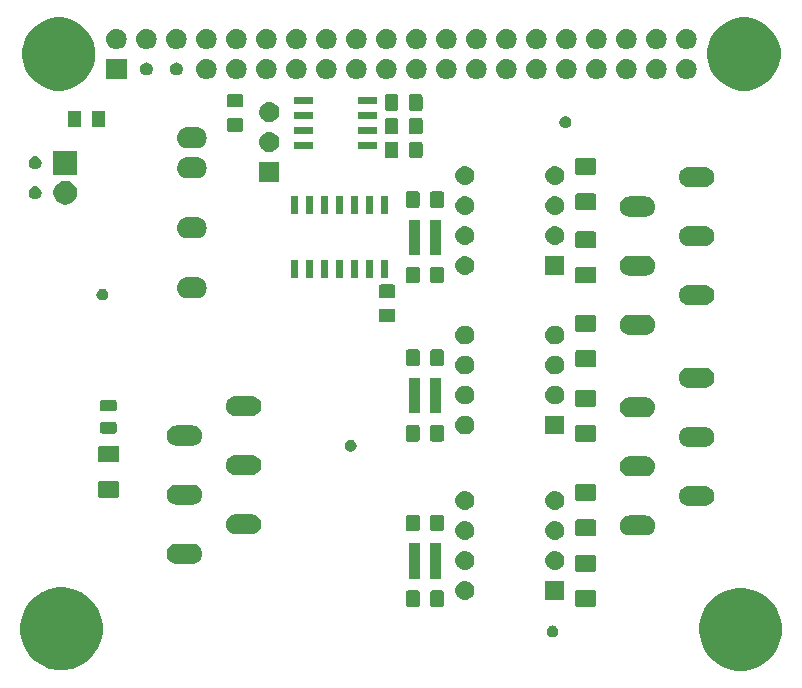
<source format=gbr>
G04 #@! TF.GenerationSoftware,KiCad,Pcbnew,(5.1.0)-1*
G04 #@! TF.CreationDate,2019-03-28T22:22:43+01:00*
G04 #@! TF.ProjectId,debounce_shield,6465626f-756e-4636-955f-736869656c64,rev?*
G04 #@! TF.SameCoordinates,Original*
G04 #@! TF.FileFunction,Soldermask,Top*
G04 #@! TF.FilePolarity,Negative*
%FSLAX46Y46*%
G04 Gerber Fmt 4.6, Leading zero omitted, Abs format (unit mm)*
G04 Created by KiCad (PCBNEW (5.1.0)-1) date 2019-03-28 22:22:43*
%MOMM*%
%LPD*%
G04 APERTURE LIST*
%ADD10C,0.150000*%
G04 APERTURE END LIST*
D10*
G36*
X159271786Y-121343173D02*
G01*
X159745512Y-121437403D01*
X160058327Y-121566975D01*
X160291908Y-121663727D01*
X160382472Y-121701240D01*
X160955720Y-122084272D01*
X161443228Y-122571780D01*
X161792318Y-123094230D01*
X161826261Y-123145030D01*
X162090097Y-123781989D01*
X162224600Y-124458179D01*
X162224600Y-125147621D01*
X162196929Y-125286730D01*
X162090097Y-125823812D01*
X161826260Y-126460772D01*
X161443228Y-127034020D01*
X160955720Y-127521528D01*
X160382472Y-127904560D01*
X159745512Y-128168397D01*
X159407416Y-128235648D01*
X159069321Y-128302900D01*
X158379879Y-128302900D01*
X158041784Y-128235648D01*
X157703688Y-128168397D01*
X157066728Y-127904560D01*
X156493480Y-127521528D01*
X156005972Y-127034020D01*
X155622940Y-126460772D01*
X155359103Y-125823812D01*
X155252271Y-125286730D01*
X155224600Y-125147621D01*
X155224600Y-124458179D01*
X155359103Y-123781989D01*
X155622939Y-123145030D01*
X155656882Y-123094230D01*
X156005972Y-122571780D01*
X156493480Y-122084272D01*
X157066728Y-121701240D01*
X157157293Y-121663727D01*
X157390873Y-121566975D01*
X157703688Y-121437403D01*
X158177414Y-121343173D01*
X158379879Y-121302900D01*
X159069321Y-121302900D01*
X159271786Y-121343173D01*
X159271786Y-121343173D01*
G37*
G36*
X101819109Y-121302900D02*
G01*
X102239912Y-121386603D01*
X102615393Y-121542132D01*
X102862479Y-121644478D01*
X102876872Y-121650440D01*
X103450120Y-122033472D01*
X103937628Y-122520980D01*
X104320660Y-123094228D01*
X104584497Y-123731188D01*
X104719000Y-124407380D01*
X104719000Y-125096820D01*
X104584497Y-125773012D01*
X104320660Y-126409972D01*
X103937628Y-126983220D01*
X103450120Y-127470728D01*
X102876872Y-127853760D01*
X102239912Y-128117597D01*
X101984523Y-128168397D01*
X101563721Y-128252100D01*
X100874279Y-128252100D01*
X100453477Y-128168397D01*
X100198088Y-128117597D01*
X99561128Y-127853760D01*
X98987880Y-127470728D01*
X98500372Y-126983220D01*
X98117340Y-126409972D01*
X97853503Y-125773012D01*
X97719000Y-125096820D01*
X97719000Y-124407380D01*
X97853503Y-123731188D01*
X98117340Y-123094228D01*
X98500372Y-122520980D01*
X98987880Y-122033472D01*
X99561128Y-121650440D01*
X99575522Y-121644478D01*
X99822607Y-121542132D01*
X100198088Y-121386603D01*
X100618891Y-121302900D01*
X100874279Y-121252100D01*
X101563721Y-121252100D01*
X101819109Y-121302900D01*
X101819109Y-121302900D01*
G37*
G36*
X142957343Y-124487214D02*
G01*
X142957346Y-124487215D01*
X142957345Y-124487215D01*
X143048339Y-124524906D01*
X143089563Y-124552451D01*
X143130230Y-124579624D01*
X143199876Y-124649270D01*
X143254595Y-124731163D01*
X143292286Y-124822157D01*
X143311500Y-124918753D01*
X143311500Y-125017247D01*
X143292286Y-125113843D01*
X143292285Y-125113845D01*
X143254594Y-125204839D01*
X143199875Y-125286731D01*
X143130231Y-125356375D01*
X143048339Y-125411094D01*
X143048338Y-125411095D01*
X143048337Y-125411095D01*
X142957343Y-125448786D01*
X142860747Y-125468000D01*
X142762253Y-125468000D01*
X142665657Y-125448786D01*
X142574663Y-125411095D01*
X142574662Y-125411095D01*
X142574661Y-125411094D01*
X142492769Y-125356375D01*
X142423125Y-125286731D01*
X142368406Y-125204839D01*
X142330715Y-125113845D01*
X142330714Y-125113843D01*
X142311500Y-125017247D01*
X142311500Y-124918753D01*
X142330714Y-124822157D01*
X142368405Y-124731163D01*
X142423124Y-124649270D01*
X142492770Y-124579624D01*
X142533437Y-124552451D01*
X142574661Y-124524906D01*
X142665655Y-124487215D01*
X142665654Y-124487215D01*
X142665657Y-124487214D01*
X142762253Y-124468000D01*
X142860747Y-124468000D01*
X142957343Y-124487214D01*
X142957343Y-124487214D01*
G37*
G36*
X131405522Y-121504039D02*
G01*
X131439057Y-121514212D01*
X131469956Y-121530728D01*
X131497043Y-121552957D01*
X131519272Y-121580044D01*
X131535788Y-121610943D01*
X131545961Y-121644478D01*
X131550000Y-121685487D01*
X131550000Y-122714513D01*
X131545961Y-122755522D01*
X131535788Y-122789057D01*
X131519272Y-122819956D01*
X131497043Y-122847043D01*
X131469956Y-122869272D01*
X131439057Y-122885788D01*
X131405522Y-122895961D01*
X131364513Y-122900000D01*
X130585487Y-122900000D01*
X130544478Y-122895961D01*
X130510943Y-122885788D01*
X130480044Y-122869272D01*
X130452957Y-122847043D01*
X130430728Y-122819956D01*
X130414212Y-122789057D01*
X130404039Y-122755522D01*
X130400000Y-122714513D01*
X130400000Y-121685487D01*
X130404039Y-121644478D01*
X130414212Y-121610943D01*
X130430728Y-121580044D01*
X130452957Y-121552957D01*
X130480044Y-121530728D01*
X130510943Y-121514212D01*
X130544478Y-121504039D01*
X130585487Y-121500000D01*
X131364513Y-121500000D01*
X131405522Y-121504039D01*
X131405522Y-121504039D01*
G37*
G36*
X133455522Y-121504039D02*
G01*
X133489057Y-121514212D01*
X133519956Y-121530728D01*
X133547043Y-121552957D01*
X133569272Y-121580044D01*
X133585788Y-121610943D01*
X133595961Y-121644478D01*
X133600000Y-121685487D01*
X133600000Y-122714513D01*
X133595961Y-122755522D01*
X133585788Y-122789057D01*
X133569272Y-122819956D01*
X133547043Y-122847043D01*
X133519956Y-122869272D01*
X133489057Y-122885788D01*
X133455522Y-122895961D01*
X133414513Y-122900000D01*
X132635487Y-122900000D01*
X132594478Y-122895961D01*
X132560943Y-122885788D01*
X132530044Y-122869272D01*
X132502957Y-122847043D01*
X132480728Y-122819956D01*
X132464212Y-122789057D01*
X132454039Y-122755522D01*
X132450000Y-122714513D01*
X132450000Y-121685487D01*
X132454039Y-121644478D01*
X132464212Y-121610943D01*
X132480728Y-121580044D01*
X132502957Y-121552957D01*
X132530044Y-121530728D01*
X132560943Y-121514212D01*
X132594478Y-121504039D01*
X132635487Y-121500000D01*
X133414513Y-121500000D01*
X133455522Y-121504039D01*
X133455522Y-121504039D01*
G37*
G36*
X146338964Y-121466337D02*
G01*
X146370525Y-121475912D01*
X146399620Y-121491463D01*
X146425115Y-121512385D01*
X146446037Y-121537880D01*
X146461588Y-121566975D01*
X146471163Y-121598536D01*
X146475000Y-121637498D01*
X146475000Y-122712502D01*
X146471163Y-122751464D01*
X146461588Y-122783025D01*
X146446037Y-122812120D01*
X146425115Y-122837615D01*
X146399620Y-122858537D01*
X146370525Y-122874088D01*
X146338964Y-122883663D01*
X146300002Y-122887500D01*
X144899998Y-122887500D01*
X144861036Y-122883663D01*
X144829475Y-122874088D01*
X144800380Y-122858537D01*
X144774885Y-122837615D01*
X144753963Y-122812120D01*
X144738412Y-122783025D01*
X144728837Y-122751464D01*
X144725000Y-122712502D01*
X144725000Y-121637498D01*
X144728837Y-121598536D01*
X144738412Y-121566975D01*
X144753963Y-121537880D01*
X144774885Y-121512385D01*
X144800380Y-121491463D01*
X144829475Y-121475912D01*
X144861036Y-121466337D01*
X144899998Y-121462500D01*
X146300002Y-121462500D01*
X146338964Y-121466337D01*
X146338964Y-121466337D01*
G37*
G36*
X143800000Y-122300000D02*
G01*
X142200000Y-122300000D01*
X142200000Y-120700000D01*
X143800000Y-120700000D01*
X143800000Y-122300000D01*
X143800000Y-122300000D01*
G37*
G36*
X135458471Y-120703859D02*
G01*
X135536827Y-120711576D01*
X135687628Y-120757321D01*
X135687630Y-120757322D01*
X135826605Y-120831606D01*
X135826607Y-120831607D01*
X135826606Y-120831607D01*
X135948422Y-120931578D01*
X136048393Y-121053394D01*
X136122679Y-121192372D01*
X136168424Y-121343173D01*
X136183870Y-121500000D01*
X136168424Y-121656827D01*
X136122679Y-121807628D01*
X136122678Y-121807630D01*
X136048394Y-121946605D01*
X135948422Y-122068422D01*
X135826605Y-122168394D01*
X135687630Y-122242678D01*
X135687628Y-122242679D01*
X135536827Y-122288424D01*
X135458471Y-122296141D01*
X135419294Y-122300000D01*
X135340706Y-122300000D01*
X135301529Y-122296141D01*
X135223173Y-122288424D01*
X135072372Y-122242679D01*
X135072370Y-122242678D01*
X134933395Y-122168394D01*
X134811578Y-122068422D01*
X134711606Y-121946605D01*
X134637322Y-121807630D01*
X134637321Y-121807628D01*
X134591576Y-121656827D01*
X134576130Y-121500000D01*
X134591576Y-121343173D01*
X134637321Y-121192372D01*
X134711607Y-121053394D01*
X134811578Y-120931578D01*
X134933394Y-120831607D01*
X134933393Y-120831607D01*
X134933395Y-120831606D01*
X135072370Y-120757322D01*
X135072372Y-120757321D01*
X135223173Y-120711576D01*
X135301529Y-120703859D01*
X135340706Y-120700000D01*
X135419294Y-120700000D01*
X135458471Y-120703859D01*
X135458471Y-120703859D01*
G37*
G36*
X131550000Y-120500000D02*
G01*
X130650000Y-120500000D01*
X130650000Y-117500000D01*
X131550000Y-117500000D01*
X131550000Y-120500000D01*
X131550000Y-120500000D01*
G37*
G36*
X133350000Y-120500000D02*
G01*
X132450000Y-120500000D01*
X132450000Y-117500000D01*
X133350000Y-117500000D01*
X133350000Y-120500000D01*
X133350000Y-120500000D01*
G37*
G36*
X146338964Y-118491337D02*
G01*
X146370525Y-118500912D01*
X146399620Y-118516463D01*
X146425115Y-118537385D01*
X146446037Y-118562880D01*
X146461588Y-118591975D01*
X146471163Y-118623536D01*
X146475000Y-118662498D01*
X146475000Y-119737502D01*
X146471163Y-119776464D01*
X146461588Y-119808025D01*
X146446037Y-119837120D01*
X146425115Y-119862615D01*
X146399620Y-119883537D01*
X146370525Y-119899088D01*
X146338964Y-119908663D01*
X146300002Y-119912500D01*
X144899998Y-119912500D01*
X144861036Y-119908663D01*
X144829475Y-119899088D01*
X144800380Y-119883537D01*
X144774885Y-119862615D01*
X144753963Y-119837120D01*
X144738412Y-119808025D01*
X144728837Y-119776464D01*
X144725000Y-119737502D01*
X144725000Y-118662498D01*
X144728837Y-118623536D01*
X144738412Y-118591975D01*
X144753963Y-118562880D01*
X144774885Y-118537385D01*
X144800380Y-118516463D01*
X144829475Y-118500912D01*
X144861036Y-118491337D01*
X144899998Y-118487500D01*
X146300002Y-118487500D01*
X146338964Y-118491337D01*
X146338964Y-118491337D01*
G37*
G36*
X135458471Y-118163859D02*
G01*
X135536827Y-118171576D01*
X135687628Y-118217321D01*
X135687630Y-118217322D01*
X135826605Y-118291606D01*
X135948422Y-118391578D01*
X136048394Y-118513395D01*
X136057073Y-118529633D01*
X136122679Y-118652372D01*
X136168424Y-118803173D01*
X136183870Y-118960000D01*
X136168424Y-119116827D01*
X136122679Y-119267628D01*
X136122678Y-119267630D01*
X136048394Y-119406605D01*
X135948422Y-119528422D01*
X135826605Y-119628394D01*
X135762797Y-119662500D01*
X135687628Y-119702679D01*
X135536827Y-119748424D01*
X135458471Y-119756141D01*
X135419294Y-119760000D01*
X135340706Y-119760000D01*
X135301529Y-119756141D01*
X135223173Y-119748424D01*
X135072372Y-119702679D01*
X134997203Y-119662500D01*
X134933395Y-119628394D01*
X134811578Y-119528422D01*
X134711606Y-119406605D01*
X134637322Y-119267630D01*
X134637321Y-119267628D01*
X134591576Y-119116827D01*
X134576130Y-118960000D01*
X134591576Y-118803173D01*
X134637321Y-118652372D01*
X134702927Y-118529633D01*
X134711606Y-118513395D01*
X134811578Y-118391578D01*
X134933395Y-118291606D01*
X135072370Y-118217322D01*
X135072372Y-118217321D01*
X135223173Y-118171576D01*
X135301529Y-118163859D01*
X135340706Y-118160000D01*
X135419294Y-118160000D01*
X135458471Y-118163859D01*
X135458471Y-118163859D01*
G37*
G36*
X143078471Y-118163859D02*
G01*
X143156827Y-118171576D01*
X143307628Y-118217321D01*
X143307630Y-118217322D01*
X143446605Y-118291606D01*
X143568422Y-118391578D01*
X143668394Y-118513395D01*
X143677073Y-118529633D01*
X143742679Y-118652372D01*
X143788424Y-118803173D01*
X143803870Y-118960000D01*
X143788424Y-119116827D01*
X143742679Y-119267628D01*
X143742678Y-119267630D01*
X143668394Y-119406605D01*
X143568422Y-119528422D01*
X143446605Y-119628394D01*
X143382797Y-119662500D01*
X143307628Y-119702679D01*
X143156827Y-119748424D01*
X143078471Y-119756141D01*
X143039294Y-119760000D01*
X142960706Y-119760000D01*
X142921529Y-119756141D01*
X142843173Y-119748424D01*
X142692372Y-119702679D01*
X142617203Y-119662500D01*
X142553395Y-119628394D01*
X142431578Y-119528422D01*
X142331606Y-119406605D01*
X142257322Y-119267630D01*
X142257321Y-119267628D01*
X142211576Y-119116827D01*
X142196130Y-118960000D01*
X142211576Y-118803173D01*
X142257321Y-118652372D01*
X142322927Y-118529633D01*
X142331606Y-118513395D01*
X142431578Y-118391578D01*
X142553395Y-118291606D01*
X142692370Y-118217322D01*
X142692372Y-118217321D01*
X142843173Y-118171576D01*
X142921529Y-118163859D01*
X142960706Y-118160000D01*
X143039294Y-118160000D01*
X143078471Y-118163859D01*
X143078471Y-118163859D01*
G37*
G36*
X112462327Y-117551699D02*
G01*
X112542442Y-117576002D01*
X112622555Y-117600303D01*
X112622557Y-117600304D01*
X112770218Y-117679231D01*
X112899649Y-117785451D01*
X113005868Y-117914881D01*
X113084797Y-118062545D01*
X113109099Y-118142658D01*
X113133401Y-118222773D01*
X113149812Y-118389400D01*
X113133401Y-118556027D01*
X113084796Y-118716257D01*
X113005869Y-118863918D01*
X112899649Y-118993349D01*
X112770218Y-119099569D01*
X112622557Y-119178496D01*
X112622555Y-119178497D01*
X112542442Y-119202798D01*
X112462327Y-119227101D01*
X112337452Y-119239400D01*
X110953948Y-119239400D01*
X110829073Y-119227101D01*
X110748958Y-119202798D01*
X110668845Y-119178497D01*
X110668843Y-119178496D01*
X110521182Y-119099569D01*
X110391751Y-118993349D01*
X110285531Y-118863918D01*
X110206604Y-118716257D01*
X110157999Y-118556027D01*
X110141588Y-118389400D01*
X110157999Y-118222773D01*
X110182301Y-118142658D01*
X110206603Y-118062545D01*
X110285532Y-117914881D01*
X110391751Y-117785451D01*
X110521182Y-117679231D01*
X110668843Y-117600304D01*
X110668845Y-117600303D01*
X110748958Y-117576002D01*
X110829073Y-117551699D01*
X110953948Y-117539400D01*
X112337452Y-117539400D01*
X112462327Y-117551699D01*
X112462327Y-117551699D01*
G37*
G36*
X135455195Y-115623536D02*
G01*
X135536827Y-115631576D01*
X135687628Y-115677321D01*
X135687630Y-115677322D01*
X135826605Y-115751606D01*
X135948422Y-115851578D01*
X136048394Y-115973395D01*
X136092562Y-116056027D01*
X136122679Y-116112372D01*
X136168424Y-116263173D01*
X136183870Y-116420000D01*
X136168424Y-116576827D01*
X136122679Y-116727628D01*
X136122678Y-116727630D01*
X136048394Y-116866605D01*
X135948422Y-116988422D01*
X135826605Y-117088394D01*
X135687630Y-117162678D01*
X135687628Y-117162679D01*
X135536827Y-117208424D01*
X135458471Y-117216141D01*
X135419294Y-117220000D01*
X135340706Y-117220000D01*
X135301529Y-117216141D01*
X135223173Y-117208424D01*
X135072372Y-117162679D01*
X135072370Y-117162678D01*
X134933395Y-117088394D01*
X134811578Y-116988422D01*
X134711606Y-116866605D01*
X134637322Y-116727630D01*
X134637321Y-116727628D01*
X134591576Y-116576827D01*
X134576130Y-116420000D01*
X134591576Y-116263173D01*
X134637321Y-116112372D01*
X134667438Y-116056027D01*
X134711606Y-115973395D01*
X134811578Y-115851578D01*
X134933395Y-115751606D01*
X135072370Y-115677322D01*
X135072372Y-115677321D01*
X135223173Y-115631576D01*
X135304805Y-115623536D01*
X135340706Y-115620000D01*
X135419294Y-115620000D01*
X135455195Y-115623536D01*
X135455195Y-115623536D01*
G37*
G36*
X143075195Y-115623536D02*
G01*
X143156827Y-115631576D01*
X143307628Y-115677321D01*
X143307630Y-115677322D01*
X143446605Y-115751606D01*
X143568422Y-115851578D01*
X143668394Y-115973395D01*
X143712562Y-116056027D01*
X143742679Y-116112372D01*
X143788424Y-116263173D01*
X143803870Y-116420000D01*
X143788424Y-116576827D01*
X143742679Y-116727628D01*
X143742678Y-116727630D01*
X143668394Y-116866605D01*
X143568422Y-116988422D01*
X143446605Y-117088394D01*
X143307630Y-117162678D01*
X143307628Y-117162679D01*
X143156827Y-117208424D01*
X143078471Y-117216141D01*
X143039294Y-117220000D01*
X142960706Y-117220000D01*
X142921529Y-117216141D01*
X142843173Y-117208424D01*
X142692372Y-117162679D01*
X142692370Y-117162678D01*
X142553395Y-117088394D01*
X142431578Y-116988422D01*
X142331606Y-116866605D01*
X142257322Y-116727630D01*
X142257321Y-116727628D01*
X142211576Y-116576827D01*
X142196130Y-116420000D01*
X142211576Y-116263173D01*
X142257321Y-116112372D01*
X142287438Y-116056027D01*
X142331606Y-115973395D01*
X142431578Y-115851578D01*
X142553395Y-115751606D01*
X142692370Y-115677322D01*
X142692372Y-115677321D01*
X142843173Y-115631576D01*
X142924805Y-115623536D01*
X142960706Y-115620000D01*
X143039294Y-115620000D01*
X143075195Y-115623536D01*
X143075195Y-115623536D01*
G37*
G36*
X146338964Y-115491337D02*
G01*
X146370525Y-115500912D01*
X146399620Y-115516463D01*
X146425115Y-115537385D01*
X146446037Y-115562880D01*
X146461588Y-115591975D01*
X146471163Y-115623536D01*
X146475000Y-115662498D01*
X146475000Y-116737502D01*
X146471163Y-116776464D01*
X146461588Y-116808025D01*
X146446037Y-116837120D01*
X146425115Y-116862615D01*
X146399620Y-116883537D01*
X146370525Y-116899088D01*
X146338964Y-116908663D01*
X146300002Y-116912500D01*
X144899998Y-116912500D01*
X144861036Y-116908663D01*
X144829475Y-116899088D01*
X144800380Y-116883537D01*
X144774885Y-116862615D01*
X144753963Y-116837120D01*
X144738412Y-116808025D01*
X144728837Y-116776464D01*
X144725000Y-116737502D01*
X144725000Y-115662498D01*
X144728837Y-115623536D01*
X144738412Y-115591975D01*
X144753963Y-115562880D01*
X144774885Y-115537385D01*
X144800380Y-115516463D01*
X144829475Y-115500912D01*
X144861036Y-115491337D01*
X144899998Y-115487500D01*
X146300002Y-115487500D01*
X146338964Y-115491337D01*
X146338964Y-115491337D01*
G37*
G36*
X150816627Y-115162299D02*
G01*
X150896742Y-115186601D01*
X150976855Y-115210903D01*
X150976857Y-115210904D01*
X151124518Y-115289831D01*
X151253949Y-115396051D01*
X151360169Y-115525482D01*
X151395710Y-115591975D01*
X151439097Y-115673145D01*
X151454151Y-115722773D01*
X151487701Y-115833373D01*
X151504112Y-116000000D01*
X151487701Y-116166627D01*
X151472646Y-116216257D01*
X151442841Y-116314513D01*
X151439096Y-116326857D01*
X151360169Y-116474518D01*
X151253949Y-116603949D01*
X151124518Y-116710169D01*
X150976857Y-116789096D01*
X150976855Y-116789097D01*
X150914456Y-116808025D01*
X150816627Y-116837701D01*
X150691752Y-116850000D01*
X149308248Y-116850000D01*
X149183373Y-116837701D01*
X149085544Y-116808025D01*
X149023145Y-116789097D01*
X149023143Y-116789096D01*
X148875482Y-116710169D01*
X148746051Y-116603949D01*
X148639831Y-116474518D01*
X148560904Y-116326857D01*
X148557160Y-116314513D01*
X148527354Y-116216257D01*
X148512299Y-116166627D01*
X148495888Y-116000000D01*
X148512299Y-115833373D01*
X148545849Y-115722773D01*
X148560903Y-115673145D01*
X148604290Y-115591975D01*
X148639831Y-115525482D01*
X148746051Y-115396051D01*
X148875482Y-115289831D01*
X149023143Y-115210904D01*
X149023145Y-115210903D01*
X149103258Y-115186601D01*
X149183373Y-115162299D01*
X149308248Y-115150000D01*
X150691752Y-115150000D01*
X150816627Y-115162299D01*
X150816627Y-115162299D01*
G37*
G36*
X117462327Y-115051699D02*
G01*
X117542442Y-115076002D01*
X117622555Y-115100303D01*
X117622557Y-115100304D01*
X117770218Y-115179231D01*
X117899649Y-115285451D01*
X118005869Y-115414882D01*
X118064986Y-115525481D01*
X118084797Y-115562545D01*
X118093724Y-115591975D01*
X118133401Y-115722773D01*
X118149812Y-115889400D01*
X118133401Y-116056027D01*
X118133400Y-116056029D01*
X118099851Y-116166629D01*
X118084796Y-116216257D01*
X118005869Y-116363918D01*
X117899649Y-116493349D01*
X117770218Y-116599569D01*
X117652483Y-116662500D01*
X117622555Y-116678497D01*
X117542442Y-116702798D01*
X117462327Y-116727101D01*
X117337452Y-116739400D01*
X115953948Y-116739400D01*
X115829073Y-116727101D01*
X115748958Y-116702798D01*
X115668845Y-116678497D01*
X115638917Y-116662500D01*
X115521182Y-116599569D01*
X115391751Y-116493349D01*
X115285531Y-116363918D01*
X115206604Y-116216257D01*
X115191550Y-116166629D01*
X115158000Y-116056029D01*
X115157999Y-116056027D01*
X115141588Y-115889400D01*
X115157999Y-115722773D01*
X115197676Y-115591975D01*
X115206603Y-115562545D01*
X115226414Y-115525481D01*
X115285531Y-115414882D01*
X115391751Y-115285451D01*
X115521182Y-115179231D01*
X115668843Y-115100304D01*
X115668845Y-115100303D01*
X115748958Y-115076002D01*
X115829073Y-115051699D01*
X115953948Y-115039400D01*
X117337452Y-115039400D01*
X117462327Y-115051699D01*
X117462327Y-115051699D01*
G37*
G36*
X133455522Y-115104039D02*
G01*
X133489057Y-115114212D01*
X133519956Y-115130728D01*
X133547043Y-115152957D01*
X133569272Y-115180044D01*
X133585788Y-115210943D01*
X133595961Y-115244478D01*
X133600000Y-115285487D01*
X133600000Y-116314513D01*
X133595961Y-116355522D01*
X133585788Y-116389057D01*
X133569272Y-116419956D01*
X133547043Y-116447043D01*
X133519956Y-116469272D01*
X133489057Y-116485788D01*
X133455522Y-116495961D01*
X133414513Y-116500000D01*
X132635487Y-116500000D01*
X132594478Y-116495961D01*
X132560943Y-116485788D01*
X132530044Y-116469272D01*
X132502957Y-116447043D01*
X132480728Y-116419956D01*
X132464212Y-116389057D01*
X132454039Y-116355522D01*
X132450000Y-116314513D01*
X132450000Y-115285487D01*
X132454039Y-115244478D01*
X132464212Y-115210943D01*
X132480728Y-115180044D01*
X132502957Y-115152957D01*
X132530044Y-115130728D01*
X132560943Y-115114212D01*
X132594478Y-115104039D01*
X132635487Y-115100000D01*
X133414513Y-115100000D01*
X133455522Y-115104039D01*
X133455522Y-115104039D01*
G37*
G36*
X131405522Y-115104039D02*
G01*
X131439057Y-115114212D01*
X131469956Y-115130728D01*
X131497043Y-115152957D01*
X131519272Y-115180044D01*
X131535788Y-115210943D01*
X131545961Y-115244478D01*
X131550000Y-115285487D01*
X131550000Y-116314513D01*
X131545961Y-116355522D01*
X131535788Y-116389057D01*
X131519272Y-116419956D01*
X131497043Y-116447043D01*
X131469956Y-116469272D01*
X131439057Y-116485788D01*
X131405522Y-116495961D01*
X131364513Y-116500000D01*
X130585487Y-116500000D01*
X130544478Y-116495961D01*
X130510943Y-116485788D01*
X130480044Y-116469272D01*
X130452957Y-116447043D01*
X130430728Y-116419956D01*
X130414212Y-116389057D01*
X130404039Y-116355522D01*
X130400000Y-116314513D01*
X130400000Y-115285487D01*
X130404039Y-115244478D01*
X130414212Y-115210943D01*
X130430728Y-115180044D01*
X130452957Y-115152957D01*
X130480044Y-115130728D01*
X130510943Y-115114212D01*
X130544478Y-115104039D01*
X130585487Y-115100000D01*
X131364513Y-115100000D01*
X131405522Y-115104039D01*
X131405522Y-115104039D01*
G37*
G36*
X135458471Y-113083859D02*
G01*
X135536827Y-113091576D01*
X135687628Y-113137321D01*
X135687630Y-113137322D01*
X135826605Y-113211606D01*
X135948422Y-113311578D01*
X136048394Y-113433395D01*
X136122678Y-113572370D01*
X136122679Y-113572372D01*
X136168424Y-113723173D01*
X136183870Y-113880000D01*
X136168424Y-114036827D01*
X136122679Y-114187628D01*
X136122678Y-114187630D01*
X136048394Y-114326605D01*
X135948422Y-114448422D01*
X135826605Y-114548394D01*
X135687630Y-114622678D01*
X135687628Y-114622679D01*
X135536827Y-114668424D01*
X135458471Y-114676141D01*
X135419294Y-114680000D01*
X135340706Y-114680000D01*
X135301529Y-114676141D01*
X135223173Y-114668424D01*
X135072372Y-114622679D01*
X135072370Y-114622678D01*
X134933395Y-114548394D01*
X134811578Y-114448422D01*
X134711606Y-114326605D01*
X134637322Y-114187630D01*
X134637321Y-114187628D01*
X134591576Y-114036827D01*
X134576130Y-113880000D01*
X134591576Y-113723173D01*
X134637321Y-113572372D01*
X134637322Y-113572370D01*
X134711606Y-113433395D01*
X134811578Y-113311578D01*
X134933395Y-113211606D01*
X135072370Y-113137322D01*
X135072372Y-113137321D01*
X135223173Y-113091576D01*
X135301529Y-113083859D01*
X135340706Y-113080000D01*
X135419294Y-113080000D01*
X135458471Y-113083859D01*
X135458471Y-113083859D01*
G37*
G36*
X143078471Y-113083859D02*
G01*
X143156827Y-113091576D01*
X143307628Y-113137321D01*
X143307630Y-113137322D01*
X143446605Y-113211606D01*
X143568422Y-113311578D01*
X143668394Y-113433395D01*
X143742678Y-113572370D01*
X143742679Y-113572372D01*
X143788424Y-113723173D01*
X143803870Y-113880000D01*
X143788424Y-114036827D01*
X143742679Y-114187628D01*
X143742678Y-114187630D01*
X143668394Y-114326605D01*
X143568422Y-114448422D01*
X143446605Y-114548394D01*
X143307630Y-114622678D01*
X143307628Y-114622679D01*
X143156827Y-114668424D01*
X143078471Y-114676141D01*
X143039294Y-114680000D01*
X142960706Y-114680000D01*
X142921529Y-114676141D01*
X142843173Y-114668424D01*
X142692372Y-114622679D01*
X142692370Y-114622678D01*
X142553395Y-114548394D01*
X142431578Y-114448422D01*
X142331606Y-114326605D01*
X142257322Y-114187630D01*
X142257321Y-114187628D01*
X142211576Y-114036827D01*
X142196130Y-113880000D01*
X142211576Y-113723173D01*
X142257321Y-113572372D01*
X142257322Y-113572370D01*
X142331606Y-113433395D01*
X142431578Y-113311578D01*
X142553395Y-113211606D01*
X142692370Y-113137322D01*
X142692372Y-113137321D01*
X142843173Y-113091576D01*
X142921529Y-113083859D01*
X142960706Y-113080000D01*
X143039294Y-113080000D01*
X143078471Y-113083859D01*
X143078471Y-113083859D01*
G37*
G36*
X155816627Y-112662299D02*
G01*
X155872448Y-112679232D01*
X155976855Y-112710903D01*
X155976857Y-112710904D01*
X156124518Y-112789831D01*
X156253949Y-112896051D01*
X156360169Y-113025482D01*
X156419949Y-113137322D01*
X156439097Y-113173145D01*
X156454151Y-113222773D01*
X156487701Y-113333373D01*
X156504112Y-113500000D01*
X156487701Y-113666627D01*
X156439096Y-113826857D01*
X156360169Y-113974518D01*
X156253949Y-114103949D01*
X156124518Y-114210169D01*
X155976857Y-114289096D01*
X155976855Y-114289097D01*
X155896742Y-114313398D01*
X155816627Y-114337701D01*
X155691752Y-114350000D01*
X154308248Y-114350000D01*
X154183373Y-114337701D01*
X154103258Y-114313398D01*
X154023145Y-114289097D01*
X154023143Y-114289096D01*
X153875482Y-114210169D01*
X153746051Y-114103949D01*
X153639831Y-113974518D01*
X153560904Y-113826857D01*
X153512299Y-113666627D01*
X153495888Y-113500000D01*
X153512299Y-113333373D01*
X153545849Y-113222773D01*
X153560903Y-113173145D01*
X153580051Y-113137322D01*
X153639831Y-113025482D01*
X153746051Y-112896051D01*
X153875482Y-112789831D01*
X154023143Y-112710904D01*
X154023145Y-112710903D01*
X154127552Y-112679232D01*
X154183373Y-112662299D01*
X154308248Y-112650000D01*
X155691752Y-112650000D01*
X155816627Y-112662299D01*
X155816627Y-112662299D01*
G37*
G36*
X112462327Y-112551699D02*
G01*
X112542442Y-112576002D01*
X112622555Y-112600303D01*
X112622557Y-112600304D01*
X112770218Y-112679231D01*
X112899649Y-112785451D01*
X113005868Y-112914881D01*
X113084797Y-113062545D01*
X113093603Y-113091576D01*
X113133401Y-113222773D01*
X113149812Y-113389400D01*
X113133401Y-113556027D01*
X113120436Y-113598767D01*
X113093520Y-113687500D01*
X113084796Y-113716257D01*
X113005869Y-113863918D01*
X112899649Y-113993349D01*
X112770218Y-114099569D01*
X112622557Y-114178496D01*
X112622555Y-114178497D01*
X112542442Y-114202798D01*
X112462327Y-114227101D01*
X112337452Y-114239400D01*
X110953948Y-114239400D01*
X110829073Y-114227101D01*
X110748958Y-114202798D01*
X110668845Y-114178497D01*
X110668843Y-114178496D01*
X110521182Y-114099569D01*
X110391751Y-113993349D01*
X110285531Y-113863918D01*
X110206604Y-113716257D01*
X110197881Y-113687500D01*
X110170964Y-113598767D01*
X110157999Y-113556027D01*
X110141588Y-113389400D01*
X110157999Y-113222773D01*
X110197797Y-113091576D01*
X110206603Y-113062545D01*
X110285532Y-112914881D01*
X110391751Y-112785451D01*
X110521182Y-112679231D01*
X110668843Y-112600304D01*
X110668845Y-112600303D01*
X110748958Y-112576002D01*
X110829073Y-112551699D01*
X110953948Y-112539400D01*
X112337452Y-112539400D01*
X112462327Y-112551699D01*
X112462327Y-112551699D01*
G37*
G36*
X146338964Y-112516337D02*
G01*
X146370525Y-112525912D01*
X146399620Y-112541463D01*
X146425115Y-112562385D01*
X146446037Y-112587880D01*
X146461588Y-112616975D01*
X146471163Y-112648536D01*
X146475000Y-112687498D01*
X146475000Y-113762502D01*
X146471163Y-113801464D01*
X146461588Y-113833025D01*
X146446037Y-113862120D01*
X146425115Y-113887615D01*
X146399620Y-113908537D01*
X146370525Y-113924088D01*
X146338964Y-113933663D01*
X146300002Y-113937500D01*
X144899998Y-113937500D01*
X144861036Y-113933663D01*
X144829475Y-113924088D01*
X144800380Y-113908537D01*
X144774885Y-113887615D01*
X144753963Y-113862120D01*
X144738412Y-113833025D01*
X144728837Y-113801464D01*
X144725000Y-113762502D01*
X144725000Y-112687498D01*
X144728837Y-112648536D01*
X144738412Y-112616975D01*
X144753963Y-112587880D01*
X144774885Y-112562385D01*
X144800380Y-112541463D01*
X144829475Y-112525912D01*
X144861036Y-112516337D01*
X144899998Y-112512500D01*
X146300002Y-112512500D01*
X146338964Y-112516337D01*
X146338964Y-112516337D01*
G37*
G36*
X105958464Y-112219737D02*
G01*
X105990025Y-112229312D01*
X106019120Y-112244863D01*
X106044615Y-112265785D01*
X106065537Y-112291280D01*
X106081088Y-112320375D01*
X106090663Y-112351936D01*
X106094500Y-112390898D01*
X106094500Y-113465902D01*
X106090663Y-113504864D01*
X106081088Y-113536425D01*
X106065537Y-113565520D01*
X106044615Y-113591015D01*
X106019120Y-113611937D01*
X105990025Y-113627488D01*
X105958464Y-113637063D01*
X105919502Y-113640900D01*
X104519498Y-113640900D01*
X104480536Y-113637063D01*
X104448975Y-113627488D01*
X104419880Y-113611937D01*
X104394385Y-113591015D01*
X104373463Y-113565520D01*
X104357912Y-113536425D01*
X104348337Y-113504864D01*
X104344500Y-113465902D01*
X104344500Y-112390898D01*
X104348337Y-112351936D01*
X104357912Y-112320375D01*
X104373463Y-112291280D01*
X104394385Y-112265785D01*
X104419880Y-112244863D01*
X104448975Y-112229312D01*
X104480536Y-112219737D01*
X104519498Y-112215900D01*
X105919502Y-112215900D01*
X105958464Y-112219737D01*
X105958464Y-112219737D01*
G37*
G36*
X150816627Y-110162299D02*
G01*
X150872448Y-110179232D01*
X150976855Y-110210903D01*
X150976857Y-110210904D01*
X151124518Y-110289831D01*
X151253949Y-110396051D01*
X151360169Y-110525482D01*
X151439096Y-110673143D01*
X151439097Y-110673145D01*
X151454151Y-110722773D01*
X151487701Y-110833373D01*
X151504112Y-111000000D01*
X151487701Y-111166627D01*
X151439096Y-111326857D01*
X151360169Y-111474518D01*
X151253949Y-111603949D01*
X151124518Y-111710169D01*
X150976857Y-111789096D01*
X150976855Y-111789097D01*
X150896742Y-111813399D01*
X150816627Y-111837701D01*
X150691752Y-111850000D01*
X149308248Y-111850000D01*
X149183373Y-111837701D01*
X149103258Y-111813399D01*
X149023145Y-111789097D01*
X149023143Y-111789096D01*
X148875482Y-111710169D01*
X148746051Y-111603949D01*
X148639831Y-111474518D01*
X148560904Y-111326857D01*
X148512299Y-111166627D01*
X148495888Y-111000000D01*
X148512299Y-110833373D01*
X148545849Y-110722773D01*
X148560903Y-110673145D01*
X148560904Y-110673143D01*
X148639831Y-110525482D01*
X148746051Y-110396051D01*
X148875482Y-110289831D01*
X149023143Y-110210904D01*
X149023145Y-110210903D01*
X149127552Y-110179232D01*
X149183373Y-110162299D01*
X149308248Y-110150000D01*
X150691752Y-110150000D01*
X150816627Y-110162299D01*
X150816627Y-110162299D01*
G37*
G36*
X117462327Y-110051699D02*
G01*
X117542442Y-110076002D01*
X117622555Y-110100303D01*
X117622557Y-110100304D01*
X117770218Y-110179231D01*
X117899649Y-110285451D01*
X118005869Y-110414882D01*
X118084198Y-110561425D01*
X118084797Y-110562545D01*
X118103368Y-110623767D01*
X118133401Y-110722773D01*
X118149812Y-110889400D01*
X118133401Y-111056027D01*
X118133400Y-111056029D01*
X118099851Y-111166629D01*
X118084796Y-111216257D01*
X118005869Y-111363918D01*
X117899649Y-111493349D01*
X117770218Y-111599569D01*
X117622557Y-111678496D01*
X117622555Y-111678497D01*
X117542442Y-111702798D01*
X117462327Y-111727101D01*
X117337452Y-111739400D01*
X115953948Y-111739400D01*
X115829073Y-111727101D01*
X115748958Y-111702798D01*
X115668845Y-111678497D01*
X115668843Y-111678496D01*
X115521182Y-111599569D01*
X115391751Y-111493349D01*
X115285531Y-111363918D01*
X115206604Y-111216257D01*
X115191550Y-111166629D01*
X115158000Y-111056029D01*
X115157999Y-111056027D01*
X115141588Y-110889400D01*
X115157999Y-110722773D01*
X115188032Y-110623767D01*
X115206603Y-110562545D01*
X115207202Y-110561425D01*
X115285531Y-110414882D01*
X115391751Y-110285451D01*
X115521182Y-110179231D01*
X115668843Y-110100304D01*
X115668845Y-110100303D01*
X115748958Y-110076002D01*
X115829073Y-110051699D01*
X115953948Y-110039400D01*
X117337452Y-110039400D01*
X117462327Y-110051699D01*
X117462327Y-110051699D01*
G37*
G36*
X105958464Y-109244737D02*
G01*
X105990025Y-109254312D01*
X106019120Y-109269863D01*
X106044615Y-109290785D01*
X106065537Y-109316280D01*
X106081088Y-109345375D01*
X106090663Y-109376936D01*
X106094500Y-109415898D01*
X106094500Y-110490902D01*
X106090663Y-110529864D01*
X106081088Y-110561425D01*
X106065537Y-110590520D01*
X106044615Y-110616015D01*
X106019120Y-110636937D01*
X105990025Y-110652488D01*
X105958464Y-110662063D01*
X105919502Y-110665900D01*
X104519498Y-110665900D01*
X104480536Y-110662063D01*
X104448975Y-110652488D01*
X104419880Y-110636937D01*
X104394385Y-110616015D01*
X104373463Y-110590520D01*
X104357912Y-110561425D01*
X104348337Y-110529864D01*
X104344500Y-110490902D01*
X104344500Y-109415898D01*
X104348337Y-109376936D01*
X104357912Y-109345375D01*
X104373463Y-109316280D01*
X104394385Y-109290785D01*
X104419880Y-109269863D01*
X104448975Y-109254312D01*
X104480536Y-109244737D01*
X104519498Y-109240900D01*
X105919502Y-109240900D01*
X105958464Y-109244737D01*
X105958464Y-109244737D01*
G37*
G36*
X125863143Y-108764614D02*
G01*
X125951935Y-108801393D01*
X125954139Y-108802306D01*
X125962698Y-108808025D01*
X126009470Y-108839277D01*
X126036031Y-108857025D01*
X126105675Y-108926669D01*
X126150230Y-108993349D01*
X126160395Y-109008563D01*
X126198086Y-109099557D01*
X126217300Y-109196153D01*
X126217300Y-109294647D01*
X126198086Y-109391243D01*
X126177009Y-109442127D01*
X126160394Y-109482239D01*
X126105675Y-109564131D01*
X126036031Y-109633775D01*
X125954139Y-109688494D01*
X125954138Y-109688495D01*
X125954137Y-109688495D01*
X125863143Y-109726186D01*
X125766547Y-109745400D01*
X125668053Y-109745400D01*
X125571457Y-109726186D01*
X125480463Y-109688495D01*
X125480462Y-109688495D01*
X125480461Y-109688494D01*
X125398569Y-109633775D01*
X125328925Y-109564131D01*
X125274206Y-109482239D01*
X125257591Y-109442127D01*
X125236514Y-109391243D01*
X125217300Y-109294647D01*
X125217300Y-109196153D01*
X125236514Y-109099557D01*
X125274205Y-109008563D01*
X125284371Y-108993349D01*
X125328925Y-108926669D01*
X125398569Y-108857025D01*
X125425131Y-108839277D01*
X125471902Y-108808025D01*
X125480461Y-108802306D01*
X125482665Y-108801393D01*
X125571457Y-108764614D01*
X125668053Y-108745400D01*
X125766547Y-108745400D01*
X125863143Y-108764614D01*
X125863143Y-108764614D01*
G37*
G36*
X155816627Y-107662299D02*
G01*
X155872448Y-107679232D01*
X155976855Y-107710903D01*
X155976857Y-107710904D01*
X156124518Y-107789831D01*
X156253949Y-107896051D01*
X156360169Y-108025482D01*
X156407093Y-108113270D01*
X156439097Y-108173145D01*
X156454151Y-108222773D01*
X156487701Y-108333373D01*
X156504112Y-108500000D01*
X156487701Y-108666627D01*
X156472646Y-108716257D01*
X156439121Y-108826777D01*
X156439096Y-108826857D01*
X156360169Y-108974518D01*
X156253949Y-109103949D01*
X156124518Y-109210169D01*
X156031422Y-109259930D01*
X155976855Y-109289097D01*
X155896742Y-109313398D01*
X155816627Y-109337701D01*
X155691752Y-109350000D01*
X154308248Y-109350000D01*
X154183373Y-109337701D01*
X154103258Y-109313398D01*
X154023145Y-109289097D01*
X153968578Y-109259930D01*
X153875482Y-109210169D01*
X153746051Y-109103949D01*
X153639831Y-108974518D01*
X153560904Y-108826857D01*
X153560880Y-108826777D01*
X153527354Y-108716257D01*
X153512299Y-108666627D01*
X153495888Y-108500000D01*
X153512299Y-108333373D01*
X153545849Y-108222773D01*
X153560903Y-108173145D01*
X153592907Y-108113270D01*
X153639831Y-108025482D01*
X153746051Y-107896051D01*
X153875482Y-107789831D01*
X154023143Y-107710904D01*
X154023145Y-107710903D01*
X154127552Y-107679232D01*
X154183373Y-107662299D01*
X154308248Y-107650000D01*
X155691752Y-107650000D01*
X155816627Y-107662299D01*
X155816627Y-107662299D01*
G37*
G36*
X112462327Y-107551699D02*
G01*
X112533282Y-107573223D01*
X112622555Y-107600303D01*
X112622557Y-107600304D01*
X112770218Y-107679231D01*
X112899649Y-107785451D01*
X113005868Y-107914881D01*
X113084797Y-108062545D01*
X113087401Y-108071129D01*
X113133401Y-108222773D01*
X113149812Y-108389400D01*
X113133401Y-108556027D01*
X113133400Y-108556029D01*
X113099851Y-108666629D01*
X113084796Y-108716257D01*
X113005869Y-108863918D01*
X112899649Y-108993349D01*
X112770218Y-109099569D01*
X112622557Y-109178496D01*
X112622555Y-109178497D01*
X112564346Y-109196154D01*
X112462327Y-109227101D01*
X112337452Y-109239400D01*
X110953948Y-109239400D01*
X110829073Y-109227101D01*
X110727054Y-109196154D01*
X110668845Y-109178497D01*
X110668843Y-109178496D01*
X110521182Y-109099569D01*
X110391751Y-108993349D01*
X110285531Y-108863918D01*
X110206604Y-108716257D01*
X110191550Y-108666629D01*
X110158000Y-108556029D01*
X110157999Y-108556027D01*
X110141588Y-108389400D01*
X110157999Y-108222773D01*
X110203999Y-108071129D01*
X110206603Y-108062545D01*
X110285532Y-107914881D01*
X110391751Y-107785451D01*
X110521182Y-107679231D01*
X110668843Y-107600304D01*
X110668845Y-107600303D01*
X110758118Y-107573223D01*
X110829073Y-107551699D01*
X110953948Y-107539400D01*
X112337452Y-107539400D01*
X112462327Y-107551699D01*
X112462327Y-107551699D01*
G37*
G36*
X146338964Y-107491337D02*
G01*
X146370525Y-107500912D01*
X146399620Y-107516463D01*
X146425115Y-107537385D01*
X146446037Y-107562880D01*
X146461588Y-107591975D01*
X146471163Y-107623536D01*
X146475000Y-107662498D01*
X146475000Y-108737502D01*
X146471163Y-108776464D01*
X146461588Y-108808025D01*
X146446037Y-108837120D01*
X146425115Y-108862615D01*
X146399620Y-108883537D01*
X146370525Y-108899088D01*
X146338964Y-108908663D01*
X146300002Y-108912500D01*
X144899998Y-108912500D01*
X144861036Y-108908663D01*
X144829475Y-108899088D01*
X144800380Y-108883537D01*
X144774885Y-108862615D01*
X144753963Y-108837120D01*
X144738412Y-108808025D01*
X144728837Y-108776464D01*
X144725000Y-108737502D01*
X144725000Y-107662498D01*
X144728837Y-107623536D01*
X144738412Y-107591975D01*
X144753963Y-107562880D01*
X144774885Y-107537385D01*
X144800380Y-107516463D01*
X144829475Y-107500912D01*
X144861036Y-107491337D01*
X144899998Y-107487500D01*
X146300002Y-107487500D01*
X146338964Y-107491337D01*
X146338964Y-107491337D01*
G37*
G36*
X133455522Y-107504039D02*
G01*
X133489057Y-107514212D01*
X133519956Y-107530728D01*
X133547043Y-107552957D01*
X133569272Y-107580044D01*
X133585788Y-107610943D01*
X133595961Y-107644478D01*
X133600000Y-107685487D01*
X133600000Y-108714513D01*
X133595961Y-108755522D01*
X133585788Y-108789057D01*
X133569272Y-108819956D01*
X133547043Y-108847043D01*
X133519956Y-108869272D01*
X133489057Y-108885788D01*
X133455522Y-108895961D01*
X133414513Y-108900000D01*
X132635487Y-108900000D01*
X132594478Y-108895961D01*
X132560943Y-108885788D01*
X132530044Y-108869272D01*
X132502957Y-108847043D01*
X132480728Y-108819956D01*
X132464212Y-108789057D01*
X132454039Y-108755522D01*
X132450000Y-108714513D01*
X132450000Y-107685487D01*
X132454039Y-107644478D01*
X132464212Y-107610943D01*
X132480728Y-107580044D01*
X132502957Y-107552957D01*
X132530044Y-107530728D01*
X132560943Y-107514212D01*
X132594478Y-107504039D01*
X132635487Y-107500000D01*
X133414513Y-107500000D01*
X133455522Y-107504039D01*
X133455522Y-107504039D01*
G37*
G36*
X131405522Y-107504039D02*
G01*
X131439057Y-107514212D01*
X131469956Y-107530728D01*
X131497043Y-107552957D01*
X131519272Y-107580044D01*
X131535788Y-107610943D01*
X131545961Y-107644478D01*
X131550000Y-107685487D01*
X131550000Y-108714513D01*
X131545961Y-108755522D01*
X131535788Y-108789057D01*
X131519272Y-108819956D01*
X131497043Y-108847043D01*
X131469956Y-108869272D01*
X131439057Y-108885788D01*
X131405522Y-108895961D01*
X131364513Y-108900000D01*
X130585487Y-108900000D01*
X130544478Y-108895961D01*
X130510943Y-108885788D01*
X130480044Y-108869272D01*
X130452957Y-108847043D01*
X130430728Y-108819956D01*
X130414212Y-108789057D01*
X130404039Y-108755522D01*
X130400000Y-108714513D01*
X130400000Y-107685487D01*
X130404039Y-107644478D01*
X130414212Y-107610943D01*
X130430728Y-107580044D01*
X130452957Y-107552957D01*
X130480044Y-107530728D01*
X130510943Y-107514212D01*
X130544478Y-107504039D01*
X130585487Y-107500000D01*
X131364513Y-107500000D01*
X131405522Y-107504039D01*
X131405522Y-107504039D01*
G37*
G36*
X135458471Y-106703859D02*
G01*
X135536827Y-106711576D01*
X135687628Y-106757321D01*
X135687630Y-106757322D01*
X135826605Y-106831606D01*
X135834032Y-106837701D01*
X135948422Y-106931578D01*
X136048393Y-107053394D01*
X136122679Y-107192372D01*
X136168424Y-107343173D01*
X136183870Y-107500000D01*
X136168424Y-107656827D01*
X136128077Y-107789832D01*
X136122678Y-107807630D01*
X136048394Y-107946605D01*
X135948422Y-108068422D01*
X135826605Y-108168394D01*
X135727064Y-108221600D01*
X135687628Y-108242679D01*
X135536827Y-108288424D01*
X135458471Y-108296141D01*
X135419294Y-108300000D01*
X135340706Y-108300000D01*
X135301529Y-108296141D01*
X135223173Y-108288424D01*
X135072372Y-108242679D01*
X135032936Y-108221600D01*
X134933395Y-108168394D01*
X134811578Y-108068422D01*
X134711606Y-107946605D01*
X134637322Y-107807630D01*
X134631923Y-107789832D01*
X134591576Y-107656827D01*
X134576130Y-107500000D01*
X134591576Y-107343173D01*
X134637321Y-107192372D01*
X134711607Y-107053394D01*
X134811578Y-106931578D01*
X134925968Y-106837701D01*
X134933395Y-106831606D01*
X135072370Y-106757322D01*
X135072372Y-106757321D01*
X135223173Y-106711576D01*
X135301529Y-106703859D01*
X135340706Y-106700000D01*
X135419294Y-106700000D01*
X135458471Y-106703859D01*
X135458471Y-106703859D01*
G37*
G36*
X143800000Y-108300000D02*
G01*
X142200000Y-108300000D01*
X142200000Y-106700000D01*
X143800000Y-106700000D01*
X143800000Y-108300000D01*
X143800000Y-108300000D01*
G37*
G36*
X105748091Y-107250675D02*
G01*
X105781979Y-107260955D01*
X105813212Y-107277650D01*
X105840586Y-107300114D01*
X105863050Y-107327488D01*
X105879745Y-107358721D01*
X105890025Y-107392609D01*
X105894100Y-107433988D01*
X105894100Y-108034212D01*
X105890025Y-108075591D01*
X105879745Y-108109479D01*
X105863050Y-108140712D01*
X105840586Y-108168086D01*
X105813212Y-108190550D01*
X105781979Y-108207245D01*
X105748091Y-108217525D01*
X105706712Y-108221600D01*
X104681488Y-108221600D01*
X104640109Y-108217525D01*
X104606221Y-108207245D01*
X104574988Y-108190550D01*
X104547614Y-108168086D01*
X104525150Y-108140712D01*
X104508455Y-108109479D01*
X104498175Y-108075591D01*
X104494100Y-108034212D01*
X104494100Y-107433988D01*
X104498175Y-107392609D01*
X104508455Y-107358721D01*
X104525150Y-107327488D01*
X104547614Y-107300114D01*
X104574988Y-107277650D01*
X104606221Y-107260955D01*
X104640109Y-107250675D01*
X104681488Y-107246600D01*
X105706712Y-107246600D01*
X105748091Y-107250675D01*
X105748091Y-107250675D01*
G37*
G36*
X150816627Y-105162299D02*
G01*
X150872448Y-105179232D01*
X150976855Y-105210903D01*
X150976857Y-105210904D01*
X151124518Y-105289831D01*
X151253949Y-105396051D01*
X151360169Y-105525482D01*
X151382787Y-105567797D01*
X151439097Y-105673145D01*
X151454151Y-105722773D01*
X151487701Y-105833373D01*
X151504112Y-106000000D01*
X151487701Y-106166627D01*
X151439096Y-106326857D01*
X151360169Y-106474518D01*
X151253949Y-106603949D01*
X151124518Y-106710169D01*
X150976857Y-106789096D01*
X150976855Y-106789097D01*
X150896742Y-106813398D01*
X150816627Y-106837701D01*
X150691752Y-106850000D01*
X149308248Y-106850000D01*
X149183373Y-106837701D01*
X149103258Y-106813398D01*
X149023145Y-106789097D01*
X149023143Y-106789096D01*
X148875482Y-106710169D01*
X148746051Y-106603949D01*
X148639831Y-106474518D01*
X148560904Y-106326857D01*
X148512299Y-106166627D01*
X148495888Y-106000000D01*
X148512299Y-105833373D01*
X148545849Y-105722773D01*
X148560903Y-105673145D01*
X148617213Y-105567797D01*
X148639831Y-105525482D01*
X148746051Y-105396051D01*
X148875482Y-105289831D01*
X149023143Y-105210904D01*
X149023145Y-105210903D01*
X149127552Y-105179232D01*
X149183373Y-105162299D01*
X149308248Y-105150000D01*
X150691752Y-105150000D01*
X150816627Y-105162299D01*
X150816627Y-105162299D01*
G37*
G36*
X117462327Y-105051699D02*
G01*
X117542442Y-105076002D01*
X117622555Y-105100303D01*
X117622557Y-105100304D01*
X117770218Y-105179231D01*
X117899649Y-105285451D01*
X118005869Y-105414882D01*
X118084796Y-105562543D01*
X118133401Y-105722773D01*
X118149812Y-105889400D01*
X118133401Y-106056027D01*
X118133400Y-106056029D01*
X118089549Y-106200591D01*
X118084796Y-106216257D01*
X118005869Y-106363918D01*
X117899649Y-106493349D01*
X117770218Y-106599569D01*
X117622557Y-106678496D01*
X117622555Y-106678497D01*
X117542442Y-106702798D01*
X117462327Y-106727101D01*
X117337452Y-106739400D01*
X115953948Y-106739400D01*
X115829073Y-106727101D01*
X115748958Y-106702798D01*
X115668845Y-106678497D01*
X115668843Y-106678496D01*
X115521182Y-106599569D01*
X115391751Y-106493349D01*
X115285531Y-106363918D01*
X115206604Y-106216257D01*
X115201852Y-106200591D01*
X115158000Y-106056029D01*
X115157999Y-106056027D01*
X115141588Y-105889400D01*
X115157999Y-105722773D01*
X115206604Y-105562543D01*
X115285531Y-105414882D01*
X115391751Y-105285451D01*
X115521182Y-105179231D01*
X115668843Y-105100304D01*
X115668845Y-105100303D01*
X115748958Y-105076002D01*
X115829073Y-105051699D01*
X115953948Y-105039400D01*
X117337452Y-105039400D01*
X117462327Y-105051699D01*
X117462327Y-105051699D01*
G37*
G36*
X133350000Y-106500000D02*
G01*
X132450000Y-106500000D01*
X132450000Y-103500000D01*
X133350000Y-103500000D01*
X133350000Y-106500000D01*
X133350000Y-106500000D01*
G37*
G36*
X131550000Y-106500000D02*
G01*
X130650000Y-106500000D01*
X130650000Y-103500000D01*
X131550000Y-103500000D01*
X131550000Y-106500000D01*
X131550000Y-106500000D01*
G37*
G36*
X105748091Y-105375675D02*
G01*
X105781979Y-105385955D01*
X105813212Y-105402650D01*
X105840586Y-105425114D01*
X105863050Y-105452488D01*
X105879745Y-105483721D01*
X105890025Y-105517609D01*
X105894100Y-105558988D01*
X105894100Y-106159212D01*
X105890025Y-106200591D01*
X105879745Y-106234479D01*
X105863050Y-106265712D01*
X105840586Y-106293086D01*
X105813212Y-106315550D01*
X105781979Y-106332245D01*
X105748091Y-106342525D01*
X105706712Y-106346600D01*
X104681488Y-106346600D01*
X104640109Y-106342525D01*
X104606221Y-106332245D01*
X104574988Y-106315550D01*
X104547614Y-106293086D01*
X104525150Y-106265712D01*
X104508455Y-106234479D01*
X104498175Y-106200591D01*
X104494100Y-106159212D01*
X104494100Y-105558988D01*
X104498175Y-105517609D01*
X104508455Y-105483721D01*
X104525150Y-105452488D01*
X104547614Y-105425114D01*
X104574988Y-105402650D01*
X104606221Y-105385955D01*
X104640109Y-105375675D01*
X104681488Y-105371600D01*
X105706712Y-105371600D01*
X105748091Y-105375675D01*
X105748091Y-105375675D01*
G37*
G36*
X146338964Y-104516337D02*
G01*
X146370525Y-104525912D01*
X146399620Y-104541463D01*
X146425115Y-104562385D01*
X146446037Y-104587880D01*
X146461588Y-104616975D01*
X146471163Y-104648536D01*
X146475000Y-104687498D01*
X146475000Y-105762502D01*
X146471163Y-105801464D01*
X146461588Y-105833025D01*
X146446037Y-105862120D01*
X146425115Y-105887615D01*
X146399620Y-105908537D01*
X146370525Y-105924088D01*
X146338964Y-105933663D01*
X146300002Y-105937500D01*
X144899998Y-105937500D01*
X144861036Y-105933663D01*
X144829475Y-105924088D01*
X144800380Y-105908537D01*
X144774885Y-105887615D01*
X144753963Y-105862120D01*
X144738412Y-105833025D01*
X144728837Y-105801464D01*
X144725000Y-105762502D01*
X144725000Y-104687498D01*
X144728837Y-104648536D01*
X144738412Y-104616975D01*
X144753963Y-104587880D01*
X144774885Y-104562385D01*
X144800380Y-104541463D01*
X144829475Y-104525912D01*
X144861036Y-104516337D01*
X144899998Y-104512500D01*
X146300002Y-104512500D01*
X146338964Y-104516337D01*
X146338964Y-104516337D01*
G37*
G36*
X143078471Y-104163859D02*
G01*
X143156827Y-104171576D01*
X143307628Y-104217321D01*
X143307630Y-104217322D01*
X143446605Y-104291606D01*
X143568422Y-104391578D01*
X143668394Y-104513395D01*
X143707054Y-104585723D01*
X143742679Y-104652372D01*
X143788424Y-104803173D01*
X143803870Y-104960000D01*
X143788424Y-105116827D01*
X143759886Y-105210903D01*
X143742678Y-105267630D01*
X143668394Y-105406605D01*
X143568422Y-105528422D01*
X143446605Y-105628394D01*
X143362882Y-105673145D01*
X143307628Y-105702679D01*
X143156827Y-105748424D01*
X143078471Y-105756141D01*
X143039294Y-105760000D01*
X142960706Y-105760000D01*
X142921529Y-105756141D01*
X142843173Y-105748424D01*
X142692372Y-105702679D01*
X142637118Y-105673145D01*
X142553395Y-105628394D01*
X142431578Y-105528422D01*
X142331606Y-105406605D01*
X142257322Y-105267630D01*
X142240114Y-105210903D01*
X142211576Y-105116827D01*
X142196130Y-104960000D01*
X142211576Y-104803173D01*
X142257321Y-104652372D01*
X142292946Y-104585723D01*
X142331606Y-104513395D01*
X142431578Y-104391578D01*
X142553395Y-104291606D01*
X142692370Y-104217322D01*
X142692372Y-104217321D01*
X142843173Y-104171576D01*
X142921529Y-104163859D01*
X142960706Y-104160000D01*
X143039294Y-104160000D01*
X143078471Y-104163859D01*
X143078471Y-104163859D01*
G37*
G36*
X135458471Y-104163859D02*
G01*
X135536827Y-104171576D01*
X135687628Y-104217321D01*
X135687630Y-104217322D01*
X135826605Y-104291606D01*
X135948422Y-104391578D01*
X136048394Y-104513395D01*
X136087054Y-104585723D01*
X136122679Y-104652372D01*
X136168424Y-104803173D01*
X136183870Y-104960000D01*
X136168424Y-105116827D01*
X136139886Y-105210903D01*
X136122678Y-105267630D01*
X136048394Y-105406605D01*
X135948422Y-105528422D01*
X135826605Y-105628394D01*
X135742882Y-105673145D01*
X135687628Y-105702679D01*
X135536827Y-105748424D01*
X135458471Y-105756141D01*
X135419294Y-105760000D01*
X135340706Y-105760000D01*
X135301529Y-105756141D01*
X135223173Y-105748424D01*
X135072372Y-105702679D01*
X135017118Y-105673145D01*
X134933395Y-105628394D01*
X134811578Y-105528422D01*
X134711606Y-105406605D01*
X134637322Y-105267630D01*
X134620114Y-105210903D01*
X134591576Y-105116827D01*
X134576130Y-104960000D01*
X134591576Y-104803173D01*
X134637321Y-104652372D01*
X134672946Y-104585723D01*
X134711606Y-104513395D01*
X134811578Y-104391578D01*
X134933395Y-104291606D01*
X135072370Y-104217322D01*
X135072372Y-104217321D01*
X135223173Y-104171576D01*
X135301529Y-104163859D01*
X135340706Y-104160000D01*
X135419294Y-104160000D01*
X135458471Y-104163859D01*
X135458471Y-104163859D01*
G37*
G36*
X155816627Y-102662299D02*
G01*
X155896742Y-102686602D01*
X155976855Y-102710903D01*
X155976857Y-102710904D01*
X156124518Y-102789831D01*
X156253949Y-102896051D01*
X156360168Y-103025481D01*
X156439097Y-103173145D01*
X156453310Y-103220000D01*
X156487701Y-103333373D01*
X156504112Y-103500000D01*
X156487701Y-103666627D01*
X156439096Y-103826857D01*
X156360169Y-103974518D01*
X156253949Y-104103949D01*
X156124518Y-104210169D01*
X155976857Y-104289096D01*
X155976855Y-104289097D01*
X155896742Y-104313398D01*
X155816627Y-104337701D01*
X155691752Y-104350000D01*
X154308248Y-104350000D01*
X154183373Y-104337701D01*
X154103258Y-104313398D01*
X154023145Y-104289097D01*
X154023143Y-104289096D01*
X153875482Y-104210169D01*
X153746051Y-104103949D01*
X153639831Y-103974518D01*
X153560904Y-103826857D01*
X153512299Y-103666627D01*
X153495888Y-103500000D01*
X153512299Y-103333373D01*
X153546690Y-103220000D01*
X153560903Y-103173145D01*
X153639832Y-103025481D01*
X153746051Y-102896051D01*
X153875482Y-102789831D01*
X154023143Y-102710904D01*
X154023145Y-102710903D01*
X154103258Y-102686602D01*
X154183373Y-102662299D01*
X154308248Y-102650000D01*
X155691752Y-102650000D01*
X155816627Y-102662299D01*
X155816627Y-102662299D01*
G37*
G36*
X135458471Y-101623859D02*
G01*
X135536827Y-101631576D01*
X135687628Y-101677321D01*
X135687630Y-101677322D01*
X135826605Y-101751606D01*
X135826607Y-101751607D01*
X135826606Y-101751607D01*
X135948422Y-101851578D01*
X136048393Y-101973394D01*
X136122679Y-102112372D01*
X136168424Y-102263173D01*
X136183870Y-102420000D01*
X136168424Y-102576827D01*
X136146227Y-102650000D01*
X136122678Y-102727630D01*
X136048394Y-102866605D01*
X135948422Y-102988422D01*
X135826605Y-103088394D01*
X135687630Y-103162678D01*
X135687628Y-103162679D01*
X135536827Y-103208424D01*
X135458471Y-103216141D01*
X135419294Y-103220000D01*
X135340706Y-103220000D01*
X135301529Y-103216141D01*
X135223173Y-103208424D01*
X135072372Y-103162679D01*
X135072370Y-103162678D01*
X134933395Y-103088394D01*
X134811578Y-102988422D01*
X134711606Y-102866605D01*
X134637322Y-102727630D01*
X134613773Y-102650000D01*
X134591576Y-102576827D01*
X134576130Y-102420000D01*
X134591576Y-102263173D01*
X134637321Y-102112372D01*
X134711607Y-101973394D01*
X134811578Y-101851578D01*
X134933394Y-101751607D01*
X134933393Y-101751607D01*
X134933395Y-101751606D01*
X135072370Y-101677322D01*
X135072372Y-101677321D01*
X135223173Y-101631576D01*
X135301529Y-101623859D01*
X135340706Y-101620000D01*
X135419294Y-101620000D01*
X135458471Y-101623859D01*
X135458471Y-101623859D01*
G37*
G36*
X143078471Y-101623859D02*
G01*
X143156827Y-101631576D01*
X143307628Y-101677321D01*
X143307630Y-101677322D01*
X143446605Y-101751606D01*
X143446607Y-101751607D01*
X143446606Y-101751607D01*
X143568422Y-101851578D01*
X143668393Y-101973394D01*
X143742679Y-102112372D01*
X143788424Y-102263173D01*
X143803870Y-102420000D01*
X143788424Y-102576827D01*
X143766227Y-102650000D01*
X143742678Y-102727630D01*
X143668394Y-102866605D01*
X143568422Y-102988422D01*
X143446605Y-103088394D01*
X143307630Y-103162678D01*
X143307628Y-103162679D01*
X143156827Y-103208424D01*
X143078471Y-103216141D01*
X143039294Y-103220000D01*
X142960706Y-103220000D01*
X142921529Y-103216141D01*
X142843173Y-103208424D01*
X142692372Y-103162679D01*
X142692370Y-103162678D01*
X142553395Y-103088394D01*
X142431578Y-102988422D01*
X142331606Y-102866605D01*
X142257322Y-102727630D01*
X142233773Y-102650000D01*
X142211576Y-102576827D01*
X142196130Y-102420000D01*
X142211576Y-102263173D01*
X142257321Y-102112372D01*
X142331607Y-101973394D01*
X142431578Y-101851578D01*
X142553394Y-101751607D01*
X142553393Y-101751607D01*
X142553395Y-101751606D01*
X142692370Y-101677322D01*
X142692372Y-101677321D01*
X142843173Y-101631576D01*
X142921529Y-101623859D01*
X142960706Y-101620000D01*
X143039294Y-101620000D01*
X143078471Y-101623859D01*
X143078471Y-101623859D01*
G37*
G36*
X146338964Y-101178837D02*
G01*
X146370525Y-101188412D01*
X146399620Y-101203963D01*
X146425115Y-101224885D01*
X146446037Y-101250380D01*
X146461588Y-101279475D01*
X146471163Y-101311036D01*
X146475000Y-101349998D01*
X146475000Y-102425002D01*
X146471163Y-102463964D01*
X146461588Y-102495525D01*
X146446037Y-102524620D01*
X146425115Y-102550115D01*
X146399620Y-102571037D01*
X146370525Y-102586588D01*
X146338964Y-102596163D01*
X146300002Y-102600000D01*
X144899998Y-102600000D01*
X144861036Y-102596163D01*
X144829475Y-102586588D01*
X144800380Y-102571037D01*
X144774885Y-102550115D01*
X144753963Y-102524620D01*
X144738412Y-102495525D01*
X144728837Y-102463964D01*
X144725000Y-102425002D01*
X144725000Y-101349998D01*
X144728837Y-101311036D01*
X144738412Y-101279475D01*
X144753963Y-101250380D01*
X144774885Y-101224885D01*
X144800380Y-101203963D01*
X144829475Y-101188412D01*
X144861036Y-101178837D01*
X144899998Y-101175000D01*
X146300002Y-101175000D01*
X146338964Y-101178837D01*
X146338964Y-101178837D01*
G37*
G36*
X131405522Y-101104039D02*
G01*
X131439057Y-101114212D01*
X131469956Y-101130728D01*
X131497043Y-101152957D01*
X131519272Y-101180044D01*
X131535788Y-101210943D01*
X131545961Y-101244478D01*
X131550000Y-101285487D01*
X131550000Y-102314513D01*
X131545961Y-102355522D01*
X131535788Y-102389057D01*
X131519272Y-102419956D01*
X131497043Y-102447043D01*
X131469956Y-102469272D01*
X131439057Y-102485788D01*
X131405522Y-102495961D01*
X131364513Y-102500000D01*
X130585487Y-102500000D01*
X130544478Y-102495961D01*
X130510943Y-102485788D01*
X130480044Y-102469272D01*
X130452957Y-102447043D01*
X130430728Y-102419956D01*
X130414212Y-102389057D01*
X130404039Y-102355522D01*
X130400000Y-102314513D01*
X130400000Y-101285487D01*
X130404039Y-101244478D01*
X130414212Y-101210943D01*
X130430728Y-101180044D01*
X130452957Y-101152957D01*
X130480044Y-101130728D01*
X130510943Y-101114212D01*
X130544478Y-101104039D01*
X130585487Y-101100000D01*
X131364513Y-101100000D01*
X131405522Y-101104039D01*
X131405522Y-101104039D01*
G37*
G36*
X133455522Y-101104039D02*
G01*
X133489057Y-101114212D01*
X133519956Y-101130728D01*
X133547043Y-101152957D01*
X133569272Y-101180044D01*
X133585788Y-101210943D01*
X133595961Y-101244478D01*
X133600000Y-101285487D01*
X133600000Y-102314513D01*
X133595961Y-102355522D01*
X133585788Y-102389057D01*
X133569272Y-102419956D01*
X133547043Y-102447043D01*
X133519956Y-102469272D01*
X133489057Y-102485788D01*
X133455522Y-102495961D01*
X133414513Y-102500000D01*
X132635487Y-102500000D01*
X132594478Y-102495961D01*
X132560943Y-102485788D01*
X132530044Y-102469272D01*
X132502957Y-102447043D01*
X132480728Y-102419956D01*
X132464212Y-102389057D01*
X132454039Y-102355522D01*
X132450000Y-102314513D01*
X132450000Y-101285487D01*
X132454039Y-101244478D01*
X132464212Y-101210943D01*
X132480728Y-101180044D01*
X132502957Y-101152957D01*
X132530044Y-101130728D01*
X132560943Y-101114212D01*
X132594478Y-101104039D01*
X132635487Y-101100000D01*
X133414513Y-101100000D01*
X133455522Y-101104039D01*
X133455522Y-101104039D01*
G37*
G36*
X143078471Y-99083859D02*
G01*
X143156827Y-99091576D01*
X143307628Y-99137321D01*
X143307630Y-99137322D01*
X143446605Y-99211606D01*
X143568422Y-99311578D01*
X143668394Y-99433395D01*
X143690375Y-99474519D01*
X143742679Y-99572372D01*
X143788424Y-99723173D01*
X143803870Y-99880000D01*
X143788424Y-100036827D01*
X143742679Y-100187628D01*
X143742678Y-100187630D01*
X143668394Y-100326605D01*
X143568422Y-100448422D01*
X143446605Y-100548394D01*
X143307630Y-100622678D01*
X143307628Y-100622679D01*
X143156827Y-100668424D01*
X143078471Y-100676141D01*
X143039294Y-100680000D01*
X142960706Y-100680000D01*
X142921529Y-100676141D01*
X142843173Y-100668424D01*
X142692372Y-100622679D01*
X142692370Y-100622678D01*
X142553395Y-100548394D01*
X142431578Y-100448422D01*
X142331606Y-100326605D01*
X142257322Y-100187630D01*
X142257321Y-100187628D01*
X142211576Y-100036827D01*
X142196130Y-99880000D01*
X142211576Y-99723173D01*
X142257321Y-99572372D01*
X142309625Y-99474519D01*
X142331606Y-99433395D01*
X142431578Y-99311578D01*
X142553395Y-99211606D01*
X142692370Y-99137322D01*
X142692372Y-99137321D01*
X142843173Y-99091576D01*
X142921529Y-99083859D01*
X142960706Y-99080000D01*
X143039294Y-99080000D01*
X143078471Y-99083859D01*
X143078471Y-99083859D01*
G37*
G36*
X135458471Y-99083859D02*
G01*
X135536827Y-99091576D01*
X135687628Y-99137321D01*
X135687630Y-99137322D01*
X135826605Y-99211606D01*
X135948422Y-99311578D01*
X136048394Y-99433395D01*
X136070375Y-99474519D01*
X136122679Y-99572372D01*
X136168424Y-99723173D01*
X136183870Y-99880000D01*
X136168424Y-100036827D01*
X136122679Y-100187628D01*
X136122678Y-100187630D01*
X136048394Y-100326605D01*
X135948422Y-100448422D01*
X135826605Y-100548394D01*
X135687630Y-100622678D01*
X135687628Y-100622679D01*
X135536827Y-100668424D01*
X135458471Y-100676141D01*
X135419294Y-100680000D01*
X135340706Y-100680000D01*
X135301529Y-100676141D01*
X135223173Y-100668424D01*
X135072372Y-100622679D01*
X135072370Y-100622678D01*
X134933395Y-100548394D01*
X134811578Y-100448422D01*
X134711606Y-100326605D01*
X134637322Y-100187630D01*
X134637321Y-100187628D01*
X134591576Y-100036827D01*
X134576130Y-99880000D01*
X134591576Y-99723173D01*
X134637321Y-99572372D01*
X134689625Y-99474519D01*
X134711606Y-99433395D01*
X134811578Y-99311578D01*
X134933395Y-99211606D01*
X135072370Y-99137322D01*
X135072372Y-99137321D01*
X135223173Y-99091576D01*
X135301529Y-99083859D01*
X135340706Y-99080000D01*
X135419294Y-99080000D01*
X135458471Y-99083859D01*
X135458471Y-99083859D01*
G37*
G36*
X150816627Y-98162299D02*
G01*
X150896742Y-98186601D01*
X150976855Y-98210903D01*
X150976857Y-98210904D01*
X151124518Y-98289831D01*
X151253949Y-98396051D01*
X151360169Y-98525482D01*
X151399344Y-98598773D01*
X151439097Y-98673145D01*
X151455366Y-98726777D01*
X151487701Y-98833373D01*
X151504112Y-99000000D01*
X151487701Y-99166627D01*
X151439096Y-99326857D01*
X151360169Y-99474518D01*
X151253949Y-99603949D01*
X151124518Y-99710169D01*
X150976857Y-99789096D01*
X150976855Y-99789097D01*
X150896742Y-99813399D01*
X150816627Y-99837701D01*
X150691752Y-99850000D01*
X149308248Y-99850000D01*
X149183373Y-99837701D01*
X149103258Y-99813399D01*
X149023145Y-99789097D01*
X149023143Y-99789096D01*
X148875482Y-99710169D01*
X148746051Y-99603949D01*
X148639831Y-99474518D01*
X148560904Y-99326857D01*
X148512299Y-99166627D01*
X148495888Y-99000000D01*
X148512299Y-98833373D01*
X148544634Y-98726777D01*
X148560903Y-98673145D01*
X148600656Y-98598773D01*
X148639831Y-98525482D01*
X148746051Y-98396051D01*
X148875482Y-98289831D01*
X149023143Y-98210904D01*
X149023145Y-98210903D01*
X149103258Y-98186601D01*
X149183373Y-98162299D01*
X149308248Y-98150000D01*
X150691752Y-98150000D01*
X150816627Y-98162299D01*
X150816627Y-98162299D01*
G37*
G36*
X146338964Y-98203837D02*
G01*
X146370525Y-98213412D01*
X146399620Y-98228963D01*
X146425115Y-98249885D01*
X146446037Y-98275380D01*
X146461588Y-98304475D01*
X146471163Y-98336036D01*
X146475000Y-98374998D01*
X146475000Y-99450002D01*
X146471163Y-99488964D01*
X146461588Y-99520525D01*
X146446037Y-99549620D01*
X146425115Y-99575115D01*
X146399620Y-99596037D01*
X146370525Y-99611588D01*
X146338964Y-99621163D01*
X146300002Y-99625000D01*
X144899998Y-99625000D01*
X144861036Y-99621163D01*
X144829475Y-99611588D01*
X144800380Y-99596037D01*
X144774885Y-99575115D01*
X144753963Y-99549620D01*
X144738412Y-99520525D01*
X144728837Y-99488964D01*
X144725000Y-99450002D01*
X144725000Y-98374998D01*
X144728837Y-98336036D01*
X144738412Y-98304475D01*
X144753963Y-98275380D01*
X144774885Y-98249885D01*
X144800380Y-98228963D01*
X144829475Y-98213412D01*
X144861036Y-98203837D01*
X144899998Y-98200000D01*
X146300002Y-98200000D01*
X146338964Y-98203837D01*
X146338964Y-98203837D01*
G37*
G36*
X129355522Y-97654039D02*
G01*
X129389057Y-97664212D01*
X129419956Y-97680728D01*
X129447043Y-97702957D01*
X129469272Y-97730044D01*
X129485788Y-97760943D01*
X129495961Y-97794478D01*
X129500000Y-97835487D01*
X129500000Y-98614513D01*
X129495961Y-98655522D01*
X129485788Y-98689057D01*
X129469272Y-98719956D01*
X129447043Y-98747043D01*
X129419956Y-98769272D01*
X129389057Y-98785788D01*
X129355522Y-98795961D01*
X129314513Y-98800000D01*
X128285487Y-98800000D01*
X128244478Y-98795961D01*
X128210943Y-98785788D01*
X128180044Y-98769272D01*
X128152957Y-98747043D01*
X128130728Y-98719956D01*
X128114212Y-98689057D01*
X128104039Y-98655522D01*
X128100000Y-98614513D01*
X128100000Y-97835487D01*
X128104039Y-97794478D01*
X128114212Y-97760943D01*
X128130728Y-97730044D01*
X128152957Y-97702957D01*
X128180044Y-97680728D01*
X128210943Y-97664212D01*
X128244478Y-97654039D01*
X128285487Y-97650000D01*
X129314513Y-97650000D01*
X129355522Y-97654039D01*
X129355522Y-97654039D01*
G37*
G36*
X155816627Y-95662299D02*
G01*
X155896742Y-95686602D01*
X155976855Y-95710903D01*
X155976857Y-95710904D01*
X156124518Y-95789831D01*
X156253949Y-95896051D01*
X156360169Y-96025482D01*
X156439096Y-96173143D01*
X156487701Y-96333373D01*
X156504112Y-96500000D01*
X156487701Y-96666627D01*
X156439096Y-96826857D01*
X156360169Y-96974518D01*
X156253949Y-97103949D01*
X156124518Y-97210169D01*
X155976857Y-97289096D01*
X155976855Y-97289097D01*
X155896742Y-97313398D01*
X155816627Y-97337701D01*
X155691752Y-97350000D01*
X154308248Y-97350000D01*
X154183373Y-97337701D01*
X154103258Y-97313398D01*
X154023145Y-97289097D01*
X154023143Y-97289096D01*
X153875482Y-97210169D01*
X153746051Y-97103949D01*
X153639831Y-96974518D01*
X153560904Y-96826857D01*
X153512299Y-96666627D01*
X153495888Y-96500000D01*
X153512299Y-96333373D01*
X153560904Y-96173143D01*
X153639831Y-96025482D01*
X153746051Y-95896051D01*
X153875482Y-95789831D01*
X154023143Y-95710904D01*
X154023145Y-95710903D01*
X154103258Y-95686602D01*
X154183373Y-95662299D01*
X154308248Y-95650000D01*
X155691752Y-95650000D01*
X155816627Y-95662299D01*
X155816627Y-95662299D01*
G37*
G36*
X104831943Y-95963014D02*
G01*
X104831946Y-95963015D01*
X104831945Y-95963015D01*
X104922939Y-96000706D01*
X104960017Y-96025481D01*
X105004830Y-96055424D01*
X105074476Y-96125070D01*
X105129195Y-96206963D01*
X105166886Y-96297957D01*
X105186100Y-96394553D01*
X105186100Y-96493047D01*
X105166886Y-96589643D01*
X105166885Y-96589645D01*
X105129194Y-96680639D01*
X105074475Y-96762531D01*
X105004831Y-96832175D01*
X104922939Y-96886894D01*
X104922938Y-96886895D01*
X104922937Y-96886895D01*
X104831943Y-96924586D01*
X104735347Y-96943800D01*
X104636853Y-96943800D01*
X104540257Y-96924586D01*
X104449263Y-96886895D01*
X104449262Y-96886895D01*
X104449261Y-96886894D01*
X104367369Y-96832175D01*
X104297725Y-96762531D01*
X104243006Y-96680639D01*
X104205315Y-96589645D01*
X104205314Y-96589643D01*
X104186100Y-96493047D01*
X104186100Y-96394553D01*
X104205314Y-96297957D01*
X104243005Y-96206963D01*
X104297724Y-96125070D01*
X104367370Y-96055424D01*
X104412183Y-96025481D01*
X104449261Y-96000706D01*
X104540255Y-95963015D01*
X104540254Y-95963015D01*
X104540257Y-95963014D01*
X104636853Y-95943800D01*
X104735347Y-95943800D01*
X104831943Y-95963014D01*
X104831943Y-95963014D01*
G37*
G36*
X112794427Y-94998022D02*
G01*
X112794430Y-94998023D01*
X112794431Y-94998023D01*
X112964081Y-95049486D01*
X112964083Y-95049487D01*
X112964086Y-95049488D01*
X113120431Y-95133056D01*
X113257475Y-95245525D01*
X113369944Y-95382569D01*
X113453512Y-95538914D01*
X113453513Y-95538917D01*
X113453514Y-95538919D01*
X113481364Y-95630728D01*
X113504978Y-95708573D01*
X113522354Y-95885000D01*
X113504978Y-96061427D01*
X113504977Y-96061430D01*
X113504977Y-96061431D01*
X113460831Y-96206961D01*
X113453512Y-96231086D01*
X113369944Y-96387431D01*
X113257475Y-96524475D01*
X113120431Y-96636944D01*
X112964086Y-96720512D01*
X112964083Y-96720513D01*
X112964081Y-96720514D01*
X112794431Y-96771977D01*
X112794430Y-96771977D01*
X112794427Y-96771978D01*
X112662211Y-96785000D01*
X111873789Y-96785000D01*
X111741573Y-96771978D01*
X111741570Y-96771977D01*
X111741569Y-96771977D01*
X111571919Y-96720514D01*
X111571917Y-96720513D01*
X111571914Y-96720512D01*
X111415569Y-96636944D01*
X111278525Y-96524475D01*
X111166056Y-96387431D01*
X111082488Y-96231086D01*
X111075170Y-96206961D01*
X111031023Y-96061431D01*
X111031023Y-96061430D01*
X111031022Y-96061427D01*
X111013646Y-95885000D01*
X111031022Y-95708573D01*
X111054636Y-95630728D01*
X111082486Y-95538919D01*
X111082487Y-95538917D01*
X111082488Y-95538914D01*
X111166056Y-95382569D01*
X111278525Y-95245525D01*
X111415569Y-95133056D01*
X111571914Y-95049488D01*
X111571917Y-95049487D01*
X111571919Y-95049486D01*
X111741569Y-94998023D01*
X111741570Y-94998023D01*
X111741573Y-94998022D01*
X111873789Y-94985000D01*
X112662211Y-94985000D01*
X112794427Y-94998022D01*
X112794427Y-94998022D01*
G37*
G36*
X129355522Y-95604039D02*
G01*
X129389057Y-95614212D01*
X129419956Y-95630728D01*
X129447043Y-95652957D01*
X129469272Y-95680044D01*
X129485788Y-95710943D01*
X129495961Y-95744478D01*
X129500000Y-95785487D01*
X129500000Y-96564513D01*
X129495961Y-96605522D01*
X129485788Y-96639057D01*
X129469272Y-96669956D01*
X129447043Y-96697043D01*
X129419956Y-96719272D01*
X129389057Y-96735788D01*
X129355522Y-96745961D01*
X129314513Y-96750000D01*
X128285487Y-96750000D01*
X128244478Y-96745961D01*
X128210943Y-96735788D01*
X128180044Y-96719272D01*
X128152957Y-96697043D01*
X128130728Y-96669956D01*
X128114212Y-96639057D01*
X128104039Y-96605522D01*
X128100000Y-96564513D01*
X128100000Y-95785487D01*
X128104039Y-95744478D01*
X128114212Y-95710943D01*
X128130728Y-95680044D01*
X128152957Y-95652957D01*
X128180044Y-95630728D01*
X128210943Y-95614212D01*
X128244478Y-95604039D01*
X128285487Y-95600000D01*
X129314513Y-95600000D01*
X129355522Y-95604039D01*
X129355522Y-95604039D01*
G37*
G36*
X146338964Y-94091337D02*
G01*
X146370525Y-94100912D01*
X146399620Y-94116463D01*
X146425115Y-94137385D01*
X146446037Y-94162880D01*
X146461588Y-94191975D01*
X146471163Y-94223536D01*
X146475000Y-94262498D01*
X146475000Y-95337502D01*
X146471163Y-95376464D01*
X146461588Y-95408025D01*
X146446037Y-95437120D01*
X146425115Y-95462615D01*
X146399620Y-95483537D01*
X146370525Y-95499088D01*
X146338964Y-95508663D01*
X146300002Y-95512500D01*
X144899998Y-95512500D01*
X144861036Y-95508663D01*
X144829475Y-95499088D01*
X144800380Y-95483537D01*
X144774885Y-95462615D01*
X144753963Y-95437120D01*
X144738412Y-95408025D01*
X144728837Y-95376464D01*
X144725000Y-95337502D01*
X144725000Y-94262498D01*
X144728837Y-94223536D01*
X144738412Y-94191975D01*
X144753963Y-94162880D01*
X144774885Y-94137385D01*
X144800380Y-94116463D01*
X144829475Y-94100912D01*
X144861036Y-94091337D01*
X144899998Y-94087500D01*
X146300002Y-94087500D01*
X146338964Y-94091337D01*
X146338964Y-94091337D01*
G37*
G36*
X131405522Y-94104039D02*
G01*
X131439057Y-94114212D01*
X131469956Y-94130728D01*
X131497043Y-94152957D01*
X131519272Y-94180044D01*
X131535788Y-94210943D01*
X131545961Y-94244478D01*
X131550000Y-94285487D01*
X131550000Y-95314513D01*
X131545961Y-95355522D01*
X131535788Y-95389057D01*
X131519272Y-95419956D01*
X131497043Y-95447043D01*
X131469956Y-95469272D01*
X131439057Y-95485788D01*
X131405522Y-95495961D01*
X131364513Y-95500000D01*
X130585487Y-95500000D01*
X130544478Y-95495961D01*
X130510943Y-95485788D01*
X130480044Y-95469272D01*
X130452957Y-95447043D01*
X130430728Y-95419956D01*
X130414212Y-95389057D01*
X130404039Y-95355522D01*
X130400000Y-95314513D01*
X130400000Y-94285487D01*
X130404039Y-94244478D01*
X130414212Y-94210943D01*
X130430728Y-94180044D01*
X130452957Y-94152957D01*
X130480044Y-94130728D01*
X130510943Y-94114212D01*
X130544478Y-94104039D01*
X130585487Y-94100000D01*
X131364513Y-94100000D01*
X131405522Y-94104039D01*
X131405522Y-94104039D01*
G37*
G36*
X133455522Y-94104039D02*
G01*
X133489057Y-94114212D01*
X133519956Y-94130728D01*
X133547043Y-94152957D01*
X133569272Y-94180044D01*
X133585788Y-94210943D01*
X133595961Y-94244478D01*
X133600000Y-94285487D01*
X133600000Y-95314513D01*
X133595961Y-95355522D01*
X133585788Y-95389057D01*
X133569272Y-95419956D01*
X133547043Y-95447043D01*
X133519956Y-95469272D01*
X133489057Y-95485788D01*
X133455522Y-95495961D01*
X133414513Y-95500000D01*
X132635487Y-95500000D01*
X132594478Y-95495961D01*
X132560943Y-95485788D01*
X132530044Y-95469272D01*
X132502957Y-95447043D01*
X132480728Y-95419956D01*
X132464212Y-95389057D01*
X132454039Y-95355522D01*
X132450000Y-95314513D01*
X132450000Y-94285487D01*
X132454039Y-94244478D01*
X132464212Y-94210943D01*
X132480728Y-94180044D01*
X132502957Y-94152957D01*
X132530044Y-94130728D01*
X132560943Y-94114212D01*
X132594478Y-94104039D01*
X132635487Y-94100000D01*
X133414513Y-94100000D01*
X133455522Y-94104039D01*
X133455522Y-94104039D01*
G37*
G36*
X126370000Y-95050000D02*
G01*
X125770000Y-95050000D01*
X125770000Y-93550000D01*
X126370000Y-93550000D01*
X126370000Y-95050000D01*
X126370000Y-95050000D01*
G37*
G36*
X125100000Y-95050000D02*
G01*
X124500000Y-95050000D01*
X124500000Y-93550000D01*
X125100000Y-93550000D01*
X125100000Y-95050000D01*
X125100000Y-95050000D01*
G37*
G36*
X127640000Y-95050000D02*
G01*
X127040000Y-95050000D01*
X127040000Y-93550000D01*
X127640000Y-93550000D01*
X127640000Y-95050000D01*
X127640000Y-95050000D01*
G37*
G36*
X128910000Y-95050000D02*
G01*
X128310000Y-95050000D01*
X128310000Y-93550000D01*
X128910000Y-93550000D01*
X128910000Y-95050000D01*
X128910000Y-95050000D01*
G37*
G36*
X123830000Y-95050000D02*
G01*
X123230000Y-95050000D01*
X123230000Y-93550000D01*
X123830000Y-93550000D01*
X123830000Y-95050000D01*
X123830000Y-95050000D01*
G37*
G36*
X122560000Y-95050000D02*
G01*
X121960000Y-95050000D01*
X121960000Y-93550000D01*
X122560000Y-93550000D01*
X122560000Y-95050000D01*
X122560000Y-95050000D01*
G37*
G36*
X121290000Y-95050000D02*
G01*
X120690000Y-95050000D01*
X120690000Y-93550000D01*
X121290000Y-93550000D01*
X121290000Y-95050000D01*
X121290000Y-95050000D01*
G37*
G36*
X150816627Y-93162299D02*
G01*
X150896742Y-93186601D01*
X150976855Y-93210903D01*
X150976857Y-93210904D01*
X151124518Y-93289831D01*
X151253949Y-93396051D01*
X151360168Y-93525481D01*
X151439097Y-93673145D01*
X151444929Y-93692372D01*
X151487701Y-93833373D01*
X151504112Y-94000000D01*
X151487701Y-94166627D01*
X151487700Y-94166629D01*
X151444929Y-94307630D01*
X151439096Y-94326857D01*
X151360169Y-94474518D01*
X151253949Y-94603949D01*
X151124518Y-94710169D01*
X151063698Y-94742678D01*
X150976855Y-94789097D01*
X150896742Y-94813399D01*
X150816627Y-94837701D01*
X150691752Y-94850000D01*
X149308248Y-94850000D01*
X149183373Y-94837701D01*
X149103258Y-94813399D01*
X149023145Y-94789097D01*
X148936302Y-94742678D01*
X148875482Y-94710169D01*
X148746051Y-94603949D01*
X148639831Y-94474518D01*
X148560904Y-94326857D01*
X148555072Y-94307630D01*
X148512300Y-94166629D01*
X148512299Y-94166627D01*
X148495888Y-94000000D01*
X148512299Y-93833373D01*
X148555071Y-93692372D01*
X148560903Y-93673145D01*
X148639832Y-93525481D01*
X148746051Y-93396051D01*
X148875482Y-93289831D01*
X149023143Y-93210904D01*
X149023145Y-93210903D01*
X149103258Y-93186601D01*
X149183373Y-93162299D01*
X149308248Y-93150000D01*
X150691752Y-93150000D01*
X150816627Y-93162299D01*
X150816627Y-93162299D01*
G37*
G36*
X143800000Y-94800000D02*
G01*
X142200000Y-94800000D01*
X142200000Y-93200000D01*
X143800000Y-93200000D01*
X143800000Y-94800000D01*
X143800000Y-94800000D01*
G37*
G36*
X135458471Y-93203859D02*
G01*
X135536827Y-93211576D01*
X135687628Y-93257321D01*
X135687630Y-93257322D01*
X135826605Y-93331606D01*
X135948422Y-93431578D01*
X136025487Y-93525482D01*
X136048393Y-93553394D01*
X136122679Y-93692372D01*
X136168424Y-93843173D01*
X136183870Y-94000000D01*
X136168424Y-94156827D01*
X136122679Y-94307628D01*
X136122678Y-94307630D01*
X136048394Y-94446605D01*
X135948422Y-94568422D01*
X135826605Y-94668394D01*
X135687630Y-94742678D01*
X135687628Y-94742679D01*
X135536827Y-94788424D01*
X135458471Y-94796141D01*
X135419294Y-94800000D01*
X135340706Y-94800000D01*
X135301529Y-94796141D01*
X135223173Y-94788424D01*
X135072372Y-94742679D01*
X135072370Y-94742678D01*
X134933395Y-94668394D01*
X134811578Y-94568422D01*
X134711606Y-94446605D01*
X134637322Y-94307630D01*
X134637321Y-94307628D01*
X134591576Y-94156827D01*
X134576130Y-94000000D01*
X134591576Y-93843173D01*
X134637321Y-93692372D01*
X134711607Y-93553394D01*
X134734514Y-93525482D01*
X134811578Y-93431578D01*
X134933395Y-93331606D01*
X135072370Y-93257322D01*
X135072372Y-93257321D01*
X135223173Y-93211576D01*
X135301529Y-93203859D01*
X135340706Y-93200000D01*
X135419294Y-93200000D01*
X135458471Y-93203859D01*
X135458471Y-93203859D01*
G37*
G36*
X133350000Y-93100000D02*
G01*
X132450000Y-93100000D01*
X132450000Y-90100000D01*
X133350000Y-90100000D01*
X133350000Y-93100000D01*
X133350000Y-93100000D01*
G37*
G36*
X131550000Y-93100000D02*
G01*
X130650000Y-93100000D01*
X130650000Y-90100000D01*
X131550000Y-90100000D01*
X131550000Y-93100000D01*
X131550000Y-93100000D01*
G37*
G36*
X146338964Y-91116337D02*
G01*
X146370525Y-91125912D01*
X146399620Y-91141463D01*
X146425115Y-91162385D01*
X146446037Y-91187880D01*
X146461588Y-91216975D01*
X146471163Y-91248536D01*
X146475000Y-91287498D01*
X146475000Y-92362502D01*
X146471163Y-92401464D01*
X146461588Y-92433025D01*
X146446037Y-92462120D01*
X146425115Y-92487615D01*
X146399620Y-92508537D01*
X146370525Y-92524088D01*
X146338964Y-92533663D01*
X146300002Y-92537500D01*
X144899998Y-92537500D01*
X144861036Y-92533663D01*
X144829475Y-92524088D01*
X144800380Y-92508537D01*
X144774885Y-92487615D01*
X144753963Y-92462120D01*
X144738412Y-92433025D01*
X144728837Y-92401464D01*
X144725000Y-92362502D01*
X144725000Y-91287498D01*
X144728837Y-91248536D01*
X144738412Y-91216975D01*
X144753963Y-91187880D01*
X144774885Y-91162385D01*
X144800380Y-91141463D01*
X144829475Y-91125912D01*
X144861036Y-91116337D01*
X144899998Y-91112500D01*
X146300002Y-91112500D01*
X146338964Y-91116337D01*
X146338964Y-91116337D01*
G37*
G36*
X155816627Y-90662299D02*
G01*
X155847209Y-90671576D01*
X155976855Y-90710903D01*
X155976857Y-90710904D01*
X156124518Y-90789831D01*
X156253949Y-90896051D01*
X156360169Y-91025482D01*
X156429202Y-91154633D01*
X156439097Y-91173145D01*
X156452392Y-91216975D01*
X156487701Y-91333373D01*
X156504112Y-91500000D01*
X156487701Y-91666627D01*
X156439096Y-91826857D01*
X156360169Y-91974518D01*
X156253949Y-92103949D01*
X156124518Y-92210169D01*
X156052948Y-92248424D01*
X155976855Y-92289097D01*
X155896742Y-92313398D01*
X155816627Y-92337701D01*
X155691752Y-92350000D01*
X154308248Y-92350000D01*
X154183373Y-92337701D01*
X154103258Y-92313398D01*
X154023145Y-92289097D01*
X153947052Y-92248424D01*
X153875482Y-92210169D01*
X153746051Y-92103949D01*
X153639831Y-91974518D01*
X153560904Y-91826857D01*
X153512299Y-91666627D01*
X153495888Y-91500000D01*
X153512299Y-91333373D01*
X153547608Y-91216975D01*
X153560903Y-91173145D01*
X153570798Y-91154633D01*
X153639831Y-91025482D01*
X153746051Y-90896051D01*
X153875482Y-90789831D01*
X154023143Y-90710904D01*
X154023145Y-90710903D01*
X154152791Y-90671576D01*
X154183373Y-90662299D01*
X154308248Y-90650000D01*
X155691752Y-90650000D01*
X155816627Y-90662299D01*
X155816627Y-90662299D01*
G37*
G36*
X143078471Y-90663859D02*
G01*
X143156827Y-90671576D01*
X143307628Y-90717321D01*
X143307630Y-90717322D01*
X143446605Y-90791606D01*
X143568422Y-90891578D01*
X143668394Y-91013395D01*
X143721367Y-91112500D01*
X143742679Y-91152372D01*
X143788424Y-91303173D01*
X143803870Y-91460000D01*
X143788424Y-91616827D01*
X143761677Y-91705000D01*
X143742678Y-91767630D01*
X143668394Y-91906605D01*
X143568422Y-92028422D01*
X143446605Y-92128394D01*
X143307630Y-92202678D01*
X143307628Y-92202679D01*
X143156827Y-92248424D01*
X143078471Y-92256141D01*
X143039294Y-92260000D01*
X142960706Y-92260000D01*
X142921529Y-92256141D01*
X142843173Y-92248424D01*
X142692372Y-92202679D01*
X142692370Y-92202678D01*
X142553395Y-92128394D01*
X142431578Y-92028422D01*
X142331606Y-91906605D01*
X142257322Y-91767630D01*
X142238323Y-91705000D01*
X142211576Y-91616827D01*
X142196130Y-91460000D01*
X142211576Y-91303173D01*
X142257321Y-91152372D01*
X142278633Y-91112500D01*
X142331606Y-91013395D01*
X142431578Y-90891578D01*
X142553395Y-90791606D01*
X142692370Y-90717322D01*
X142692372Y-90717321D01*
X142843173Y-90671576D01*
X142921529Y-90663859D01*
X142960706Y-90660000D01*
X143039294Y-90660000D01*
X143078471Y-90663859D01*
X143078471Y-90663859D01*
G37*
G36*
X135458471Y-90663859D02*
G01*
X135536827Y-90671576D01*
X135687628Y-90717321D01*
X135687630Y-90717322D01*
X135826605Y-90791606D01*
X135948422Y-90891578D01*
X136048394Y-91013395D01*
X136101367Y-91112500D01*
X136122679Y-91152372D01*
X136168424Y-91303173D01*
X136183870Y-91460000D01*
X136168424Y-91616827D01*
X136141677Y-91705000D01*
X136122678Y-91767630D01*
X136048394Y-91906605D01*
X135948422Y-92028422D01*
X135826605Y-92128394D01*
X135687630Y-92202678D01*
X135687628Y-92202679D01*
X135536827Y-92248424D01*
X135458471Y-92256141D01*
X135419294Y-92260000D01*
X135340706Y-92260000D01*
X135301529Y-92256141D01*
X135223173Y-92248424D01*
X135072372Y-92202679D01*
X135072370Y-92202678D01*
X134933395Y-92128394D01*
X134811578Y-92028422D01*
X134711606Y-91906605D01*
X134637322Y-91767630D01*
X134618323Y-91705000D01*
X134591576Y-91616827D01*
X134576130Y-91460000D01*
X134591576Y-91303173D01*
X134637321Y-91152372D01*
X134658633Y-91112500D01*
X134711606Y-91013395D01*
X134811578Y-90891578D01*
X134933395Y-90791606D01*
X135072370Y-90717322D01*
X135072372Y-90717321D01*
X135223173Y-90671576D01*
X135301529Y-90663859D01*
X135340706Y-90660000D01*
X135419294Y-90660000D01*
X135458471Y-90663859D01*
X135458471Y-90663859D01*
G37*
G36*
X112794427Y-89918022D02*
G01*
X112794430Y-89918023D01*
X112794431Y-89918023D01*
X112964081Y-89969486D01*
X112964083Y-89969487D01*
X112964086Y-89969488D01*
X113120431Y-90053056D01*
X113257475Y-90165525D01*
X113369944Y-90302569D01*
X113453512Y-90458914D01*
X113504978Y-90628573D01*
X113522354Y-90805000D01*
X113504978Y-90981427D01*
X113504977Y-90981430D01*
X113504977Y-90981431D01*
X113456432Y-91141463D01*
X113453512Y-91151086D01*
X113369944Y-91307431D01*
X113257475Y-91444475D01*
X113120431Y-91556944D01*
X112964086Y-91640512D01*
X112964083Y-91640513D01*
X112964081Y-91640514D01*
X112794431Y-91691977D01*
X112794430Y-91691977D01*
X112794427Y-91691978D01*
X112662211Y-91705000D01*
X111873789Y-91705000D01*
X111741573Y-91691978D01*
X111741570Y-91691977D01*
X111741569Y-91691977D01*
X111571919Y-91640514D01*
X111571917Y-91640513D01*
X111571914Y-91640512D01*
X111415569Y-91556944D01*
X111278525Y-91444475D01*
X111166056Y-91307431D01*
X111082488Y-91151086D01*
X111079569Y-91141463D01*
X111031023Y-90981431D01*
X111031023Y-90981430D01*
X111031022Y-90981427D01*
X111013646Y-90805000D01*
X111031022Y-90628573D01*
X111082488Y-90458914D01*
X111166056Y-90302569D01*
X111278525Y-90165525D01*
X111415569Y-90053056D01*
X111571914Y-89969488D01*
X111571917Y-89969487D01*
X111571919Y-89969486D01*
X111741569Y-89918023D01*
X111741570Y-89918023D01*
X111741573Y-89918022D01*
X111873789Y-89905000D01*
X112662211Y-89905000D01*
X112794427Y-89918022D01*
X112794427Y-89918022D01*
G37*
G36*
X150816627Y-88162299D02*
G01*
X150866148Y-88177321D01*
X150976855Y-88210903D01*
X150976857Y-88210904D01*
X151124518Y-88289831D01*
X151253949Y-88396051D01*
X151360169Y-88525482D01*
X151439096Y-88673143D01*
X151487701Y-88833373D01*
X151504112Y-89000000D01*
X151487701Y-89166627D01*
X151487700Y-89166629D01*
X151444909Y-89307696D01*
X151439096Y-89326857D01*
X151360169Y-89474518D01*
X151253949Y-89603949D01*
X151124518Y-89710169D01*
X150976857Y-89789096D01*
X150976855Y-89789097D01*
X150896742Y-89813399D01*
X150816627Y-89837701D01*
X150691752Y-89850000D01*
X149308248Y-89850000D01*
X149183373Y-89837701D01*
X149103258Y-89813399D01*
X149023145Y-89789097D01*
X149023143Y-89789096D01*
X148875482Y-89710169D01*
X148746051Y-89603949D01*
X148639831Y-89474518D01*
X148560904Y-89326857D01*
X148555092Y-89307696D01*
X148512300Y-89166629D01*
X148512299Y-89166627D01*
X148495888Y-89000000D01*
X148512299Y-88833373D01*
X148560904Y-88673143D01*
X148639831Y-88525482D01*
X148746051Y-88396051D01*
X148875482Y-88289831D01*
X149023143Y-88210904D01*
X149023145Y-88210903D01*
X149133852Y-88177321D01*
X149183373Y-88162299D01*
X149308248Y-88150000D01*
X150691752Y-88150000D01*
X150816627Y-88162299D01*
X150816627Y-88162299D01*
G37*
G36*
X135458471Y-88123859D02*
G01*
X135536827Y-88131576D01*
X135687628Y-88177321D01*
X135687630Y-88177322D01*
X135826605Y-88251606D01*
X135948422Y-88351578D01*
X136048394Y-88473395D01*
X136076235Y-88525482D01*
X136122679Y-88612372D01*
X136168424Y-88763173D01*
X136183870Y-88920000D01*
X136168424Y-89076827D01*
X136122679Y-89227628D01*
X136122678Y-89227630D01*
X136048394Y-89366605D01*
X135948422Y-89488422D01*
X135826605Y-89588394D01*
X135711349Y-89650000D01*
X135687628Y-89662679D01*
X135536827Y-89708424D01*
X135458471Y-89716141D01*
X135419294Y-89720000D01*
X135340706Y-89720000D01*
X135301529Y-89716141D01*
X135223173Y-89708424D01*
X135072372Y-89662679D01*
X135048651Y-89650000D01*
X134933395Y-89588394D01*
X134811578Y-89488422D01*
X134711606Y-89366605D01*
X134637322Y-89227630D01*
X134637321Y-89227628D01*
X134591576Y-89076827D01*
X134576130Y-88920000D01*
X134591576Y-88763173D01*
X134637321Y-88612372D01*
X134683765Y-88525482D01*
X134711606Y-88473395D01*
X134811578Y-88351578D01*
X134933395Y-88251606D01*
X135072370Y-88177322D01*
X135072372Y-88177321D01*
X135223173Y-88131576D01*
X135301529Y-88123859D01*
X135340706Y-88120000D01*
X135419294Y-88120000D01*
X135458471Y-88123859D01*
X135458471Y-88123859D01*
G37*
G36*
X143078471Y-88123859D02*
G01*
X143156827Y-88131576D01*
X143307628Y-88177321D01*
X143307630Y-88177322D01*
X143446605Y-88251606D01*
X143568422Y-88351578D01*
X143668394Y-88473395D01*
X143696235Y-88525482D01*
X143742679Y-88612372D01*
X143788424Y-88763173D01*
X143803870Y-88920000D01*
X143788424Y-89076827D01*
X143742679Y-89227628D01*
X143742678Y-89227630D01*
X143668394Y-89366605D01*
X143568422Y-89488422D01*
X143446605Y-89588394D01*
X143331349Y-89650000D01*
X143307628Y-89662679D01*
X143156827Y-89708424D01*
X143078471Y-89716141D01*
X143039294Y-89720000D01*
X142960706Y-89720000D01*
X142921529Y-89716141D01*
X142843173Y-89708424D01*
X142692372Y-89662679D01*
X142668651Y-89650000D01*
X142553395Y-89588394D01*
X142431578Y-89488422D01*
X142331606Y-89366605D01*
X142257322Y-89227630D01*
X142257321Y-89227628D01*
X142211576Y-89076827D01*
X142196130Y-88920000D01*
X142211576Y-88763173D01*
X142257321Y-88612372D01*
X142303765Y-88525482D01*
X142331606Y-88473395D01*
X142431578Y-88351578D01*
X142553395Y-88251606D01*
X142692370Y-88177322D01*
X142692372Y-88177321D01*
X142843173Y-88131576D01*
X142921529Y-88123859D01*
X142960706Y-88120000D01*
X143039294Y-88120000D01*
X143078471Y-88123859D01*
X143078471Y-88123859D01*
G37*
G36*
X122560000Y-89650000D02*
G01*
X121960000Y-89650000D01*
X121960000Y-88150000D01*
X122560000Y-88150000D01*
X122560000Y-89650000D01*
X122560000Y-89650000D01*
G37*
G36*
X127640000Y-89650000D02*
G01*
X127040000Y-89650000D01*
X127040000Y-88150000D01*
X127640000Y-88150000D01*
X127640000Y-89650000D01*
X127640000Y-89650000D01*
G37*
G36*
X128910000Y-89650000D02*
G01*
X128310000Y-89650000D01*
X128310000Y-88150000D01*
X128910000Y-88150000D01*
X128910000Y-89650000D01*
X128910000Y-89650000D01*
G37*
G36*
X126370000Y-89650000D02*
G01*
X125770000Y-89650000D01*
X125770000Y-88150000D01*
X126370000Y-88150000D01*
X126370000Y-89650000D01*
X126370000Y-89650000D01*
G37*
G36*
X121290000Y-89650000D02*
G01*
X120690000Y-89650000D01*
X120690000Y-88150000D01*
X121290000Y-88150000D01*
X121290000Y-89650000D01*
X121290000Y-89650000D01*
G37*
G36*
X125100000Y-89650000D02*
G01*
X124500000Y-89650000D01*
X124500000Y-88150000D01*
X125100000Y-88150000D01*
X125100000Y-89650000D01*
X125100000Y-89650000D01*
G37*
G36*
X123830000Y-89650000D02*
G01*
X123230000Y-89650000D01*
X123230000Y-88150000D01*
X123830000Y-88150000D01*
X123830000Y-89650000D01*
X123830000Y-89650000D01*
G37*
G36*
X146338964Y-87891337D02*
G01*
X146370525Y-87900912D01*
X146399620Y-87916463D01*
X146425115Y-87937385D01*
X146446037Y-87962880D01*
X146461588Y-87991975D01*
X146471163Y-88023536D01*
X146475000Y-88062498D01*
X146475000Y-89137502D01*
X146471163Y-89176464D01*
X146461588Y-89208025D01*
X146446037Y-89237120D01*
X146425115Y-89262615D01*
X146399620Y-89283537D01*
X146370525Y-89299088D01*
X146338964Y-89308663D01*
X146300002Y-89312500D01*
X144899998Y-89312500D01*
X144861036Y-89308663D01*
X144829475Y-89299088D01*
X144800380Y-89283537D01*
X144774885Y-89262615D01*
X144753963Y-89237120D01*
X144738412Y-89208025D01*
X144728837Y-89176464D01*
X144725000Y-89137502D01*
X144725000Y-88062498D01*
X144728837Y-88023536D01*
X144738412Y-87991975D01*
X144753963Y-87962880D01*
X144774885Y-87937385D01*
X144800380Y-87916463D01*
X144829475Y-87900912D01*
X144861036Y-87891337D01*
X144899998Y-87887500D01*
X146300002Y-87887500D01*
X146338964Y-87891337D01*
X146338964Y-87891337D01*
G37*
G36*
X133455522Y-87704039D02*
G01*
X133489057Y-87714212D01*
X133519956Y-87730728D01*
X133547043Y-87752957D01*
X133569272Y-87780044D01*
X133585788Y-87810943D01*
X133595961Y-87844478D01*
X133600000Y-87885487D01*
X133600000Y-88914513D01*
X133595961Y-88955522D01*
X133585788Y-88989057D01*
X133569272Y-89019956D01*
X133547043Y-89047043D01*
X133519956Y-89069272D01*
X133489057Y-89085788D01*
X133455522Y-89095961D01*
X133414513Y-89100000D01*
X132635487Y-89100000D01*
X132594478Y-89095961D01*
X132560943Y-89085788D01*
X132530044Y-89069272D01*
X132502957Y-89047043D01*
X132480728Y-89019956D01*
X132464212Y-88989057D01*
X132454039Y-88955522D01*
X132450000Y-88914513D01*
X132450000Y-87885487D01*
X132454039Y-87844478D01*
X132464212Y-87810943D01*
X132480728Y-87780044D01*
X132502957Y-87752957D01*
X132530044Y-87730728D01*
X132560943Y-87714212D01*
X132594478Y-87704039D01*
X132635487Y-87700000D01*
X133414513Y-87700000D01*
X133455522Y-87704039D01*
X133455522Y-87704039D01*
G37*
G36*
X131405522Y-87704039D02*
G01*
X131439057Y-87714212D01*
X131469956Y-87730728D01*
X131497043Y-87752957D01*
X131519272Y-87780044D01*
X131535788Y-87810943D01*
X131545961Y-87844478D01*
X131550000Y-87885487D01*
X131550000Y-88914513D01*
X131545961Y-88955522D01*
X131535788Y-88989057D01*
X131519272Y-89019956D01*
X131497043Y-89047043D01*
X131469956Y-89069272D01*
X131439057Y-89085788D01*
X131405522Y-89095961D01*
X131364513Y-89100000D01*
X130585487Y-89100000D01*
X130544478Y-89095961D01*
X130510943Y-89085788D01*
X130480044Y-89069272D01*
X130452957Y-89047043D01*
X130430728Y-89019956D01*
X130414212Y-88989057D01*
X130404039Y-88955522D01*
X130400000Y-88914513D01*
X130400000Y-87885487D01*
X130404039Y-87844478D01*
X130414212Y-87810943D01*
X130430728Y-87780044D01*
X130452957Y-87752957D01*
X130480044Y-87730728D01*
X130510943Y-87714212D01*
X130544478Y-87704039D01*
X130585487Y-87700000D01*
X131364513Y-87700000D01*
X131405522Y-87704039D01*
X131405522Y-87704039D01*
G37*
G36*
X101776490Y-86858819D02*
G01*
X101840889Y-86871629D01*
X102022878Y-86947011D01*
X102186663Y-87056449D01*
X102325951Y-87195737D01*
X102435389Y-87359522D01*
X102510771Y-87541511D01*
X102510771Y-87541512D01*
X102549200Y-87734707D01*
X102549200Y-87931693D01*
X102523581Y-88060490D01*
X102510771Y-88124889D01*
X102435389Y-88306878D01*
X102325951Y-88470663D01*
X102186663Y-88609951D01*
X102022878Y-88719389D01*
X101840889Y-88794771D01*
X101776490Y-88807581D01*
X101647693Y-88833200D01*
X101450707Y-88833200D01*
X101321910Y-88807581D01*
X101257511Y-88794771D01*
X101075522Y-88719389D01*
X100911737Y-88609951D01*
X100772449Y-88470663D01*
X100663011Y-88306878D01*
X100587629Y-88124889D01*
X100574819Y-88060490D01*
X100549200Y-87931693D01*
X100549200Y-87734707D01*
X100587629Y-87541512D01*
X100587629Y-87541511D01*
X100663011Y-87359522D01*
X100772449Y-87195737D01*
X100911737Y-87056449D01*
X101075522Y-86947011D01*
X101257511Y-86871629D01*
X101321910Y-86858819D01*
X101450707Y-86833200D01*
X101647693Y-86833200D01*
X101776490Y-86858819D01*
X101776490Y-86858819D01*
G37*
G36*
X99134209Y-87297291D02*
G01*
X99169629Y-87304336D01*
X99219676Y-87325067D01*
X99269724Y-87345797D01*
X99359802Y-87405985D01*
X99436415Y-87482598D01*
X99496603Y-87572676D01*
X99538064Y-87672772D01*
X99559200Y-87779028D01*
X99559200Y-87887372D01*
X99538064Y-87993628D01*
X99496603Y-88093724D01*
X99436415Y-88183802D01*
X99359802Y-88260415D01*
X99269724Y-88320603D01*
X99219676Y-88341334D01*
X99169629Y-88362064D01*
X99134209Y-88369109D01*
X99063372Y-88383200D01*
X98955028Y-88383200D01*
X98884191Y-88369109D01*
X98848771Y-88362064D01*
X98798724Y-88341334D01*
X98748676Y-88320603D01*
X98658598Y-88260415D01*
X98581985Y-88183802D01*
X98521797Y-88093724D01*
X98480336Y-87993628D01*
X98459200Y-87887372D01*
X98459200Y-87779028D01*
X98480336Y-87672772D01*
X98521797Y-87572676D01*
X98581985Y-87482598D01*
X98658598Y-87405985D01*
X98748676Y-87345797D01*
X98798724Y-87325066D01*
X98848771Y-87304336D01*
X98884191Y-87297291D01*
X98955028Y-87283200D01*
X99063372Y-87283200D01*
X99134209Y-87297291D01*
X99134209Y-87297291D01*
G37*
G36*
X155816627Y-85662299D02*
G01*
X155896742Y-85686602D01*
X155976855Y-85710903D01*
X155976857Y-85710904D01*
X156124518Y-85789831D01*
X156253949Y-85896051D01*
X156360169Y-86025482D01*
X156419388Y-86136273D01*
X156439097Y-86173145D01*
X156454273Y-86223175D01*
X156487701Y-86333373D01*
X156504112Y-86500000D01*
X156487701Y-86666627D01*
X156487700Y-86666629D01*
X156439173Y-86826606D01*
X156439096Y-86826857D01*
X156360169Y-86974518D01*
X156253949Y-87103949D01*
X156124518Y-87210169D01*
X155976857Y-87289096D01*
X155976855Y-87289097D01*
X155896742Y-87313398D01*
X155816627Y-87337701D01*
X155691752Y-87350000D01*
X154308248Y-87350000D01*
X154183373Y-87337701D01*
X154103258Y-87313398D01*
X154023145Y-87289097D01*
X154023143Y-87289096D01*
X153875482Y-87210169D01*
X153746051Y-87103949D01*
X153639831Y-86974518D01*
X153560904Y-86826857D01*
X153560828Y-86826606D01*
X153512300Y-86666629D01*
X153512299Y-86666627D01*
X153495888Y-86500000D01*
X153512299Y-86333373D01*
X153545727Y-86223175D01*
X153560903Y-86173145D01*
X153580612Y-86136273D01*
X153639831Y-86025482D01*
X153746051Y-85896051D01*
X153875482Y-85789831D01*
X154023143Y-85710904D01*
X154023145Y-85710903D01*
X154103258Y-85686602D01*
X154183373Y-85662299D01*
X154308248Y-85650000D01*
X155691752Y-85650000D01*
X155816627Y-85662299D01*
X155816627Y-85662299D01*
G37*
G36*
X143078471Y-85583859D02*
G01*
X143156827Y-85591576D01*
X143307628Y-85637321D01*
X143307630Y-85637322D01*
X143446605Y-85711606D01*
X143568422Y-85811578D01*
X143637748Y-85896052D01*
X143668393Y-85933394D01*
X143742679Y-86072372D01*
X143788424Y-86223173D01*
X143803870Y-86380000D01*
X143788424Y-86536827D01*
X143749049Y-86666629D01*
X143742678Y-86687630D01*
X143668394Y-86826605D01*
X143568422Y-86948422D01*
X143446605Y-87048394D01*
X143342671Y-87103948D01*
X143307628Y-87122679D01*
X143156827Y-87168424D01*
X143078471Y-87176141D01*
X143039294Y-87180000D01*
X142960706Y-87180000D01*
X142921529Y-87176141D01*
X142843173Y-87168424D01*
X142692372Y-87122679D01*
X142657329Y-87103948D01*
X142553395Y-87048394D01*
X142431578Y-86948422D01*
X142331606Y-86826605D01*
X142257322Y-86687630D01*
X142250951Y-86666629D01*
X142211576Y-86536827D01*
X142196130Y-86380000D01*
X142211576Y-86223173D01*
X142257321Y-86072372D01*
X142331607Y-85933394D01*
X142362253Y-85896052D01*
X142431578Y-85811578D01*
X142553395Y-85711606D01*
X142692370Y-85637322D01*
X142692372Y-85637321D01*
X142843173Y-85591576D01*
X142921529Y-85583859D01*
X142960706Y-85580000D01*
X143039294Y-85580000D01*
X143078471Y-85583859D01*
X143078471Y-85583859D01*
G37*
G36*
X135458471Y-85583859D02*
G01*
X135536827Y-85591576D01*
X135687628Y-85637321D01*
X135687630Y-85637322D01*
X135826605Y-85711606D01*
X135948422Y-85811578D01*
X136017748Y-85896052D01*
X136048393Y-85933394D01*
X136122679Y-86072372D01*
X136168424Y-86223173D01*
X136183870Y-86380000D01*
X136168424Y-86536827D01*
X136129049Y-86666629D01*
X136122678Y-86687630D01*
X136048394Y-86826605D01*
X135948422Y-86948422D01*
X135826605Y-87048394D01*
X135722671Y-87103948D01*
X135687628Y-87122679D01*
X135536827Y-87168424D01*
X135458471Y-87176141D01*
X135419294Y-87180000D01*
X135340706Y-87180000D01*
X135301529Y-87176141D01*
X135223173Y-87168424D01*
X135072372Y-87122679D01*
X135037329Y-87103948D01*
X134933395Y-87048394D01*
X134811578Y-86948422D01*
X134711606Y-86826605D01*
X134637322Y-86687630D01*
X134630951Y-86666629D01*
X134591576Y-86536827D01*
X134576130Y-86380000D01*
X134591576Y-86223173D01*
X134637321Y-86072372D01*
X134711607Y-85933394D01*
X134742253Y-85896052D01*
X134811578Y-85811578D01*
X134933395Y-85711606D01*
X135072370Y-85637322D01*
X135072372Y-85637321D01*
X135223173Y-85591576D01*
X135301529Y-85583859D01*
X135340706Y-85580000D01*
X135419294Y-85580000D01*
X135458471Y-85583859D01*
X135458471Y-85583859D01*
G37*
G36*
X119671200Y-86930600D02*
G01*
X117971200Y-86930600D01*
X117971200Y-85230600D01*
X119671200Y-85230600D01*
X119671200Y-86930600D01*
X119671200Y-86930600D01*
G37*
G36*
X112794427Y-84838022D02*
G01*
X112794430Y-84838023D01*
X112794431Y-84838023D01*
X112964081Y-84889486D01*
X112964083Y-84889487D01*
X112964086Y-84889488D01*
X113120431Y-84973056D01*
X113257475Y-85085525D01*
X113369944Y-85222569D01*
X113453512Y-85378914D01*
X113453513Y-85378917D01*
X113453514Y-85378919D01*
X113476177Y-85453629D01*
X113504978Y-85548573D01*
X113522354Y-85725000D01*
X113504978Y-85901427D01*
X113504977Y-85901430D01*
X113504977Y-85901431D01*
X113467347Y-86025481D01*
X113453512Y-86071086D01*
X113369944Y-86227431D01*
X113257475Y-86364475D01*
X113120431Y-86476944D01*
X112964086Y-86560512D01*
X112964083Y-86560513D01*
X112964081Y-86560514D01*
X112794431Y-86611977D01*
X112794430Y-86611977D01*
X112794427Y-86611978D01*
X112662211Y-86625000D01*
X111873789Y-86625000D01*
X111741573Y-86611978D01*
X111741570Y-86611977D01*
X111741569Y-86611977D01*
X111571919Y-86560514D01*
X111571917Y-86560513D01*
X111571914Y-86560512D01*
X111415569Y-86476944D01*
X111278525Y-86364475D01*
X111166056Y-86227431D01*
X111082488Y-86071086D01*
X111068654Y-86025481D01*
X111031023Y-85901431D01*
X111031023Y-85901430D01*
X111031022Y-85901427D01*
X111013646Y-85725000D01*
X111031022Y-85548573D01*
X111059823Y-85453629D01*
X111082486Y-85378919D01*
X111082487Y-85378917D01*
X111082488Y-85378914D01*
X111166056Y-85222569D01*
X111278525Y-85085525D01*
X111415569Y-84973056D01*
X111571914Y-84889488D01*
X111571917Y-84889487D01*
X111571919Y-84889486D01*
X111741569Y-84838023D01*
X111741570Y-84838023D01*
X111741573Y-84838022D01*
X111873789Y-84825000D01*
X112662211Y-84825000D01*
X112794427Y-84838022D01*
X112794427Y-84838022D01*
G37*
G36*
X146338964Y-84916337D02*
G01*
X146370525Y-84925912D01*
X146399620Y-84941463D01*
X146425115Y-84962385D01*
X146446037Y-84987880D01*
X146461588Y-85016975D01*
X146471163Y-85048536D01*
X146475000Y-85087498D01*
X146475000Y-86162502D01*
X146471163Y-86201464D01*
X146461588Y-86233025D01*
X146446037Y-86262120D01*
X146425115Y-86287615D01*
X146399620Y-86308537D01*
X146370525Y-86324088D01*
X146338964Y-86333663D01*
X146300002Y-86337500D01*
X144899998Y-86337500D01*
X144861036Y-86333663D01*
X144829475Y-86324088D01*
X144800380Y-86308537D01*
X144774885Y-86287615D01*
X144753963Y-86262120D01*
X144738412Y-86233025D01*
X144728837Y-86201464D01*
X144725000Y-86162502D01*
X144725000Y-85087498D01*
X144728837Y-85048536D01*
X144738412Y-85016975D01*
X144753963Y-84987880D01*
X144774885Y-84962385D01*
X144800380Y-84941463D01*
X144829475Y-84925912D01*
X144861036Y-84916337D01*
X144899998Y-84912500D01*
X146300002Y-84912500D01*
X146338964Y-84916337D01*
X146338964Y-84916337D01*
G37*
G36*
X102549200Y-86293200D02*
G01*
X100549200Y-86293200D01*
X100549200Y-84293200D01*
X102549200Y-84293200D01*
X102549200Y-86293200D01*
X102549200Y-86293200D01*
G37*
G36*
X99125318Y-84755522D02*
G01*
X99169629Y-84764336D01*
X99219676Y-84785067D01*
X99269724Y-84805797D01*
X99359802Y-84865985D01*
X99436415Y-84942598D01*
X99496603Y-85032676D01*
X99517333Y-85082724D01*
X99530176Y-85113727D01*
X99538064Y-85132772D01*
X99559200Y-85239028D01*
X99559200Y-85347372D01*
X99538064Y-85453628D01*
X99496603Y-85553724D01*
X99436415Y-85643802D01*
X99359802Y-85720415D01*
X99269724Y-85780603D01*
X99247443Y-85789832D01*
X99169629Y-85822064D01*
X99134209Y-85829109D01*
X99063372Y-85843200D01*
X98955028Y-85843200D01*
X98884191Y-85829109D01*
X98848771Y-85822064D01*
X98770957Y-85789832D01*
X98748676Y-85780603D01*
X98658598Y-85720415D01*
X98581985Y-85643802D01*
X98521797Y-85553724D01*
X98480336Y-85453628D01*
X98459200Y-85347372D01*
X98459200Y-85239028D01*
X98480336Y-85132772D01*
X98488225Y-85113727D01*
X98501067Y-85082724D01*
X98521797Y-85032676D01*
X98581985Y-84942598D01*
X98658598Y-84865985D01*
X98748676Y-84805797D01*
X98798724Y-84785067D01*
X98848771Y-84764336D01*
X98893082Y-84755522D01*
X98955028Y-84743200D01*
X99063372Y-84743200D01*
X99125318Y-84755522D01*
X99125318Y-84755522D01*
G37*
G36*
X131655522Y-83504039D02*
G01*
X131689057Y-83514212D01*
X131719956Y-83530728D01*
X131747043Y-83552957D01*
X131769272Y-83580044D01*
X131785788Y-83610943D01*
X131795961Y-83644478D01*
X131800000Y-83685487D01*
X131800000Y-84714513D01*
X131795961Y-84755522D01*
X131785788Y-84789057D01*
X131769272Y-84819956D01*
X131747043Y-84847043D01*
X131719956Y-84869272D01*
X131689057Y-84885788D01*
X131655522Y-84895961D01*
X131614513Y-84900000D01*
X130835487Y-84900000D01*
X130794478Y-84895961D01*
X130760943Y-84885788D01*
X130730044Y-84869272D01*
X130702957Y-84847043D01*
X130680728Y-84819956D01*
X130664212Y-84789057D01*
X130654039Y-84755522D01*
X130650000Y-84714513D01*
X130650000Y-83685487D01*
X130654039Y-83644478D01*
X130664212Y-83610943D01*
X130680728Y-83580044D01*
X130702957Y-83552957D01*
X130730044Y-83530728D01*
X130760943Y-83514212D01*
X130794478Y-83504039D01*
X130835487Y-83500000D01*
X131614513Y-83500000D01*
X131655522Y-83504039D01*
X131655522Y-83504039D01*
G37*
G36*
X129605522Y-83504039D02*
G01*
X129639057Y-83514212D01*
X129669956Y-83530728D01*
X129697043Y-83552957D01*
X129719272Y-83580044D01*
X129735788Y-83610943D01*
X129745961Y-83644478D01*
X129750000Y-83685487D01*
X129750000Y-84714513D01*
X129745961Y-84755522D01*
X129735788Y-84789057D01*
X129719272Y-84819956D01*
X129697043Y-84847043D01*
X129669956Y-84869272D01*
X129639057Y-84885788D01*
X129605522Y-84895961D01*
X129564513Y-84900000D01*
X128785487Y-84900000D01*
X128744478Y-84895961D01*
X128710943Y-84885788D01*
X128680044Y-84869272D01*
X128652957Y-84847043D01*
X128630728Y-84819956D01*
X128614212Y-84789057D01*
X128604039Y-84755522D01*
X128600000Y-84714513D01*
X128600000Y-83685487D01*
X128604039Y-83644478D01*
X128614212Y-83610943D01*
X128630728Y-83580044D01*
X128652957Y-83552957D01*
X128680044Y-83530728D01*
X128710943Y-83514212D01*
X128744478Y-83504039D01*
X128785487Y-83500000D01*
X129564513Y-83500000D01*
X129605522Y-83504039D01*
X129605522Y-83504039D01*
G37*
G36*
X118987827Y-82702899D02*
G01*
X119026113Y-82714513D01*
X119148055Y-82751503D01*
X119148057Y-82751504D01*
X119295718Y-82830431D01*
X119425149Y-82936651D01*
X119531369Y-83066082D01*
X119610296Y-83213743D01*
X119658901Y-83373973D01*
X119675312Y-83540600D01*
X119658901Y-83707227D01*
X119658900Y-83707229D01*
X119623335Y-83824475D01*
X119610296Y-83867457D01*
X119531369Y-84015118D01*
X119425149Y-84144549D01*
X119295718Y-84250769D01*
X119148057Y-84329696D01*
X119148055Y-84329697D01*
X119067942Y-84353998D01*
X118987827Y-84378301D01*
X118862952Y-84390600D01*
X118779448Y-84390600D01*
X118654573Y-84378301D01*
X118574458Y-84353998D01*
X118494345Y-84329697D01*
X118494343Y-84329696D01*
X118346682Y-84250769D01*
X118217251Y-84144549D01*
X118111031Y-84015118D01*
X118032104Y-83867457D01*
X118019066Y-83824475D01*
X117983500Y-83707229D01*
X117983499Y-83707227D01*
X117967088Y-83540600D01*
X117983499Y-83373973D01*
X118032104Y-83213743D01*
X118111031Y-83066082D01*
X118217251Y-82936651D01*
X118346682Y-82830431D01*
X118494343Y-82751504D01*
X118494345Y-82751503D01*
X118616287Y-82714513D01*
X118654573Y-82702899D01*
X118779448Y-82690600D01*
X118862952Y-82690600D01*
X118987827Y-82702899D01*
X118987827Y-82702899D01*
G37*
G36*
X122509600Y-84170800D02*
G01*
X120959600Y-84170800D01*
X120959600Y-83570800D01*
X122509600Y-83570800D01*
X122509600Y-84170800D01*
X122509600Y-84170800D01*
G37*
G36*
X127909600Y-84170800D02*
G01*
X126359600Y-84170800D01*
X126359600Y-83570800D01*
X127909600Y-83570800D01*
X127909600Y-84170800D01*
X127909600Y-84170800D01*
G37*
G36*
X112794427Y-82298022D02*
G01*
X112794430Y-82298023D01*
X112794431Y-82298023D01*
X112964081Y-82349486D01*
X112964083Y-82349487D01*
X112964086Y-82349488D01*
X113120431Y-82433056D01*
X113257475Y-82545525D01*
X113369944Y-82682569D01*
X113453512Y-82838914D01*
X113453513Y-82838917D01*
X113453514Y-82838919D01*
X113483161Y-82936652D01*
X113504978Y-83008573D01*
X113522354Y-83185000D01*
X113504978Y-83361427D01*
X113504977Y-83361430D01*
X113504977Y-83361431D01*
X113457170Y-83519030D01*
X113453512Y-83531086D01*
X113369944Y-83687431D01*
X113257475Y-83824475D01*
X113120431Y-83936944D01*
X112964086Y-84020512D01*
X112964083Y-84020513D01*
X112964081Y-84020514D01*
X112794431Y-84071977D01*
X112794430Y-84071977D01*
X112794427Y-84071978D01*
X112662211Y-84085000D01*
X111873789Y-84085000D01*
X111741573Y-84071978D01*
X111741570Y-84071977D01*
X111741569Y-84071977D01*
X111571919Y-84020514D01*
X111571917Y-84020513D01*
X111571914Y-84020512D01*
X111415569Y-83936944D01*
X111278525Y-83824475D01*
X111166056Y-83687431D01*
X111082488Y-83531086D01*
X111078831Y-83519030D01*
X111031023Y-83361431D01*
X111031023Y-83361430D01*
X111031022Y-83361427D01*
X111013646Y-83185000D01*
X111031022Y-83008573D01*
X111052839Y-82936652D01*
X111082486Y-82838919D01*
X111082487Y-82838917D01*
X111082488Y-82838914D01*
X111166056Y-82682569D01*
X111278525Y-82545525D01*
X111415569Y-82433056D01*
X111571914Y-82349488D01*
X111571917Y-82349487D01*
X111571919Y-82349486D01*
X111741569Y-82298023D01*
X111741570Y-82298023D01*
X111741573Y-82298022D01*
X111873789Y-82285000D01*
X112662211Y-82285000D01*
X112794427Y-82298022D01*
X112794427Y-82298022D01*
G37*
G36*
X122509600Y-82900800D02*
G01*
X120959600Y-82900800D01*
X120959600Y-82300800D01*
X122509600Y-82300800D01*
X122509600Y-82900800D01*
X122509600Y-82900800D01*
G37*
G36*
X127909600Y-82900800D02*
G01*
X126359600Y-82900800D01*
X126359600Y-82300800D01*
X127909600Y-82300800D01*
X127909600Y-82900800D01*
X127909600Y-82900800D01*
G37*
G36*
X131655522Y-81504039D02*
G01*
X131689057Y-81514212D01*
X131719956Y-81530728D01*
X131747043Y-81552957D01*
X131769272Y-81580044D01*
X131785788Y-81610943D01*
X131795961Y-81644478D01*
X131800000Y-81685487D01*
X131800000Y-82714513D01*
X131795961Y-82755522D01*
X131785788Y-82789057D01*
X131769272Y-82819956D01*
X131747043Y-82847043D01*
X131719956Y-82869272D01*
X131689057Y-82885788D01*
X131655522Y-82895961D01*
X131614513Y-82900000D01*
X130835487Y-82900000D01*
X130794478Y-82895961D01*
X130760943Y-82885788D01*
X130730044Y-82869272D01*
X130702957Y-82847043D01*
X130680728Y-82819956D01*
X130664212Y-82789057D01*
X130654039Y-82755522D01*
X130650000Y-82714513D01*
X130650000Y-81685487D01*
X130654039Y-81644478D01*
X130664212Y-81610943D01*
X130680728Y-81580044D01*
X130702957Y-81552957D01*
X130730044Y-81530728D01*
X130760943Y-81514212D01*
X130794478Y-81504039D01*
X130835487Y-81500000D01*
X131614513Y-81500000D01*
X131655522Y-81504039D01*
X131655522Y-81504039D01*
G37*
G36*
X129605522Y-81504039D02*
G01*
X129639057Y-81514212D01*
X129669956Y-81530728D01*
X129697043Y-81552957D01*
X129719272Y-81580044D01*
X129735788Y-81610943D01*
X129745961Y-81644478D01*
X129750000Y-81685487D01*
X129750000Y-82714513D01*
X129745961Y-82755522D01*
X129735788Y-82789057D01*
X129719272Y-82819956D01*
X129697043Y-82847043D01*
X129669956Y-82869272D01*
X129639057Y-82885788D01*
X129605522Y-82895961D01*
X129564513Y-82900000D01*
X128785487Y-82900000D01*
X128744478Y-82895961D01*
X128710943Y-82885788D01*
X128680044Y-82869272D01*
X128652957Y-82847043D01*
X128630728Y-82819956D01*
X128614212Y-82789057D01*
X128604039Y-82755522D01*
X128600000Y-82714513D01*
X128600000Y-81685487D01*
X128604039Y-81644478D01*
X128614212Y-81610943D01*
X128630728Y-81580044D01*
X128652957Y-81552957D01*
X128680044Y-81530728D01*
X128710943Y-81514212D01*
X128744478Y-81504039D01*
X128785487Y-81500000D01*
X129564513Y-81500000D01*
X129605522Y-81504039D01*
X129605522Y-81504039D01*
G37*
G36*
X116493822Y-81518139D02*
G01*
X116527357Y-81528312D01*
X116558256Y-81544828D01*
X116585343Y-81567057D01*
X116607572Y-81594144D01*
X116624088Y-81625043D01*
X116634261Y-81658578D01*
X116638300Y-81699587D01*
X116638300Y-82478613D01*
X116634261Y-82519622D01*
X116624088Y-82553157D01*
X116607572Y-82584056D01*
X116585343Y-82611143D01*
X116558256Y-82633372D01*
X116527357Y-82649888D01*
X116493822Y-82660061D01*
X116452813Y-82664100D01*
X115423787Y-82664100D01*
X115382778Y-82660061D01*
X115349243Y-82649888D01*
X115318344Y-82633372D01*
X115291257Y-82611143D01*
X115269028Y-82584056D01*
X115252512Y-82553157D01*
X115242339Y-82519622D01*
X115238300Y-82478613D01*
X115238300Y-81699587D01*
X115242339Y-81658578D01*
X115252512Y-81625043D01*
X115269028Y-81594144D01*
X115291257Y-81567057D01*
X115318344Y-81544828D01*
X115349243Y-81528312D01*
X115382778Y-81518139D01*
X115423787Y-81514100D01*
X116452813Y-81514100D01*
X116493822Y-81518139D01*
X116493822Y-81518139D01*
G37*
G36*
X144036843Y-81358014D02*
G01*
X144036846Y-81358015D01*
X144036845Y-81358015D01*
X144127839Y-81395706D01*
X144169063Y-81423251D01*
X144209730Y-81450424D01*
X144279376Y-81520070D01*
X144334095Y-81601963D01*
X144371786Y-81692957D01*
X144391000Y-81789553D01*
X144391000Y-81888047D01*
X144371786Y-81984643D01*
X144371785Y-81984645D01*
X144334094Y-82075639D01*
X144279375Y-82157531D01*
X144209731Y-82227175D01*
X144127839Y-82281894D01*
X144127838Y-82281895D01*
X144127837Y-82281895D01*
X144036843Y-82319586D01*
X143940247Y-82338800D01*
X143841753Y-82338800D01*
X143745157Y-82319586D01*
X143654163Y-82281895D01*
X143654162Y-82281895D01*
X143654161Y-82281894D01*
X143572269Y-82227175D01*
X143502625Y-82157531D01*
X143447906Y-82075639D01*
X143410215Y-81984645D01*
X143410214Y-81984643D01*
X143391000Y-81888047D01*
X143391000Y-81789553D01*
X143410214Y-81692957D01*
X143447905Y-81601963D01*
X143502624Y-81520070D01*
X143572270Y-81450424D01*
X143612937Y-81423251D01*
X143654161Y-81395706D01*
X143745155Y-81358015D01*
X143745154Y-81358015D01*
X143745157Y-81358014D01*
X143841753Y-81338800D01*
X143940247Y-81338800D01*
X144036843Y-81358014D01*
X144036843Y-81358014D01*
G37*
G36*
X104808122Y-80876139D02*
G01*
X104841657Y-80886312D01*
X104872556Y-80902828D01*
X104899643Y-80925057D01*
X104921872Y-80952144D01*
X104938388Y-80983043D01*
X104948561Y-81016578D01*
X104952600Y-81057587D01*
X104952600Y-82086613D01*
X104948561Y-82127622D01*
X104938388Y-82161157D01*
X104921872Y-82192056D01*
X104899643Y-82219143D01*
X104872556Y-82241372D01*
X104841657Y-82257888D01*
X104808122Y-82268061D01*
X104767113Y-82272100D01*
X103988087Y-82272100D01*
X103947078Y-82268061D01*
X103913543Y-82257888D01*
X103882644Y-82241372D01*
X103855557Y-82219143D01*
X103833328Y-82192056D01*
X103816812Y-82161157D01*
X103806639Y-82127622D01*
X103802600Y-82086613D01*
X103802600Y-81057587D01*
X103806639Y-81016578D01*
X103816812Y-80983043D01*
X103833328Y-80952144D01*
X103855557Y-80925057D01*
X103882644Y-80902828D01*
X103913543Y-80886312D01*
X103947078Y-80876139D01*
X103988087Y-80872100D01*
X104767113Y-80872100D01*
X104808122Y-80876139D01*
X104808122Y-80876139D01*
G37*
G36*
X102758122Y-80876139D02*
G01*
X102791657Y-80886312D01*
X102822556Y-80902828D01*
X102849643Y-80925057D01*
X102871872Y-80952144D01*
X102888388Y-80983043D01*
X102898561Y-81016578D01*
X102902600Y-81057587D01*
X102902600Y-82086613D01*
X102898561Y-82127622D01*
X102888388Y-82161157D01*
X102871872Y-82192056D01*
X102849643Y-82219143D01*
X102822556Y-82241372D01*
X102791657Y-82257888D01*
X102758122Y-82268061D01*
X102717113Y-82272100D01*
X101938087Y-82272100D01*
X101897078Y-82268061D01*
X101863543Y-82257888D01*
X101832644Y-82241372D01*
X101805557Y-82219143D01*
X101783328Y-82192056D01*
X101766812Y-82161157D01*
X101756639Y-82127622D01*
X101752600Y-82086613D01*
X101752600Y-81057587D01*
X101756639Y-81016578D01*
X101766812Y-80983043D01*
X101783328Y-80952144D01*
X101805557Y-80925057D01*
X101832644Y-80902828D01*
X101863543Y-80886312D01*
X101897078Y-80876139D01*
X101938087Y-80872100D01*
X102717113Y-80872100D01*
X102758122Y-80876139D01*
X102758122Y-80876139D01*
G37*
G36*
X118987827Y-80162899D02*
G01*
X119067942Y-80187201D01*
X119148055Y-80211503D01*
X119148057Y-80211504D01*
X119295718Y-80290431D01*
X119425149Y-80396651D01*
X119531369Y-80526082D01*
X119610296Y-80673743D01*
X119610297Y-80673745D01*
X119632115Y-80745671D01*
X119658901Y-80833973D01*
X119675312Y-81000600D01*
X119658901Y-81167227D01*
X119610296Y-81327457D01*
X119531369Y-81475118D01*
X119425149Y-81604549D01*
X119295718Y-81710769D01*
X119148323Y-81789554D01*
X119148055Y-81789697D01*
X119067942Y-81813999D01*
X118987827Y-81838301D01*
X118862952Y-81850600D01*
X118779448Y-81850600D01*
X118654573Y-81838301D01*
X118574458Y-81813999D01*
X118494345Y-81789697D01*
X118494077Y-81789554D01*
X118346682Y-81710769D01*
X118217251Y-81604549D01*
X118111031Y-81475118D01*
X118032104Y-81327457D01*
X117983499Y-81167227D01*
X117967088Y-81000600D01*
X117983499Y-80833973D01*
X118010285Y-80745671D01*
X118032103Y-80673745D01*
X118032104Y-80673743D01*
X118111031Y-80526082D01*
X118217251Y-80396651D01*
X118346682Y-80290431D01*
X118494343Y-80211504D01*
X118494345Y-80211503D01*
X118574458Y-80187201D01*
X118654573Y-80162899D01*
X118779448Y-80150600D01*
X118862952Y-80150600D01*
X118987827Y-80162899D01*
X118987827Y-80162899D01*
G37*
G36*
X127909600Y-81630800D02*
G01*
X126359600Y-81630800D01*
X126359600Y-81030800D01*
X127909600Y-81030800D01*
X127909600Y-81630800D01*
X127909600Y-81630800D01*
G37*
G36*
X122509600Y-81630800D02*
G01*
X120959600Y-81630800D01*
X120959600Y-81030800D01*
X122509600Y-81030800D01*
X122509600Y-81630800D01*
X122509600Y-81630800D01*
G37*
G36*
X129605522Y-79504039D02*
G01*
X129639057Y-79514212D01*
X129669956Y-79530728D01*
X129697043Y-79552957D01*
X129719272Y-79580044D01*
X129735788Y-79610943D01*
X129745961Y-79644478D01*
X129750000Y-79685487D01*
X129750000Y-80714513D01*
X129745961Y-80755522D01*
X129735788Y-80789057D01*
X129719272Y-80819956D01*
X129697043Y-80847043D01*
X129669956Y-80869272D01*
X129639057Y-80885788D01*
X129605522Y-80895961D01*
X129564513Y-80900000D01*
X128785487Y-80900000D01*
X128744478Y-80895961D01*
X128710943Y-80885788D01*
X128680044Y-80869272D01*
X128652957Y-80847043D01*
X128630728Y-80819956D01*
X128614212Y-80789057D01*
X128604039Y-80755522D01*
X128600000Y-80714513D01*
X128600000Y-79685487D01*
X128604039Y-79644478D01*
X128614212Y-79610943D01*
X128630728Y-79580044D01*
X128652957Y-79552957D01*
X128680044Y-79530728D01*
X128710943Y-79514212D01*
X128744478Y-79504039D01*
X128785487Y-79500000D01*
X129564513Y-79500000D01*
X129605522Y-79504039D01*
X129605522Y-79504039D01*
G37*
G36*
X131655522Y-79504039D02*
G01*
X131689057Y-79514212D01*
X131719956Y-79530728D01*
X131747043Y-79552957D01*
X131769272Y-79580044D01*
X131785788Y-79610943D01*
X131795961Y-79644478D01*
X131800000Y-79685487D01*
X131800000Y-80714513D01*
X131795961Y-80755522D01*
X131785788Y-80789057D01*
X131769272Y-80819956D01*
X131747043Y-80847043D01*
X131719956Y-80869272D01*
X131689057Y-80885788D01*
X131655522Y-80895961D01*
X131614513Y-80900000D01*
X130835487Y-80900000D01*
X130794478Y-80895961D01*
X130760943Y-80885788D01*
X130730044Y-80869272D01*
X130702957Y-80847043D01*
X130680728Y-80819956D01*
X130664212Y-80789057D01*
X130654039Y-80755522D01*
X130650000Y-80714513D01*
X130650000Y-79685487D01*
X130654039Y-79644478D01*
X130664212Y-79610943D01*
X130680728Y-79580044D01*
X130702957Y-79552957D01*
X130730044Y-79530728D01*
X130760943Y-79514212D01*
X130794478Y-79504039D01*
X130835487Y-79500000D01*
X131614513Y-79500000D01*
X131655522Y-79504039D01*
X131655522Y-79504039D01*
G37*
G36*
X116493822Y-79468139D02*
G01*
X116527357Y-79478312D01*
X116558256Y-79494828D01*
X116585343Y-79517057D01*
X116607572Y-79544144D01*
X116624088Y-79575043D01*
X116634261Y-79608578D01*
X116638300Y-79649587D01*
X116638300Y-80428613D01*
X116634261Y-80469622D01*
X116624088Y-80503157D01*
X116607572Y-80534056D01*
X116585343Y-80561143D01*
X116558256Y-80583372D01*
X116527357Y-80599888D01*
X116493822Y-80610061D01*
X116452813Y-80614100D01*
X115423787Y-80614100D01*
X115382778Y-80610061D01*
X115349243Y-80599888D01*
X115318344Y-80583372D01*
X115291257Y-80561143D01*
X115269028Y-80534056D01*
X115252512Y-80503157D01*
X115242339Y-80469622D01*
X115238300Y-80428613D01*
X115238300Y-79649587D01*
X115242339Y-79608578D01*
X115252512Y-79575043D01*
X115269028Y-79544144D01*
X115291257Y-79517057D01*
X115318344Y-79494828D01*
X115349243Y-79478312D01*
X115382778Y-79468139D01*
X115423787Y-79464100D01*
X116452813Y-79464100D01*
X116493822Y-79468139D01*
X116493822Y-79468139D01*
G37*
G36*
X127909600Y-80360800D02*
G01*
X126359600Y-80360800D01*
X126359600Y-79760800D01*
X127909600Y-79760800D01*
X127909600Y-80360800D01*
X127909600Y-80360800D01*
G37*
G36*
X122509600Y-80360800D02*
G01*
X120959600Y-80360800D01*
X120959600Y-79760800D01*
X122509600Y-79760800D01*
X122509600Y-80360800D01*
X122509600Y-80360800D01*
G37*
G36*
X159615380Y-73044766D02*
G01*
X159914837Y-73104331D01*
X160479001Y-73338015D01*
X160986735Y-73677272D01*
X161418528Y-74109065D01*
X161757785Y-74616799D01*
X161991469Y-75180963D01*
X161991469Y-75180965D01*
X162110600Y-75779875D01*
X162110600Y-76390525D01*
X162078186Y-76553479D01*
X161991469Y-76989437D01*
X161757785Y-77553601D01*
X161418528Y-78061335D01*
X160986735Y-78493128D01*
X160479001Y-78832385D01*
X159914837Y-79066069D01*
X159615380Y-79125634D01*
X159315925Y-79185200D01*
X158705275Y-79185200D01*
X158405820Y-79125635D01*
X158106363Y-79066069D01*
X157542199Y-78832385D01*
X157034465Y-78493128D01*
X156602672Y-78061335D01*
X156263415Y-77553601D01*
X156029731Y-76989437D01*
X155943014Y-76553479D01*
X155910600Y-76390525D01*
X155910600Y-75779875D01*
X156029731Y-75180965D01*
X156029731Y-75180963D01*
X156263415Y-74616799D01*
X156602672Y-74109065D01*
X157034465Y-73677272D01*
X157542199Y-73338015D01*
X158106363Y-73104331D01*
X158405820Y-73044766D01*
X158705275Y-72985200D01*
X159315925Y-72985200D01*
X159615380Y-73044766D01*
X159615380Y-73044766D01*
G37*
G36*
X101615380Y-73044766D02*
G01*
X101914837Y-73104331D01*
X102479001Y-73338015D01*
X102986735Y-73677272D01*
X103418528Y-74109065D01*
X103757785Y-74616799D01*
X103991469Y-75180963D01*
X103991469Y-75180965D01*
X104110600Y-75779875D01*
X104110600Y-76390525D01*
X104078186Y-76553479D01*
X103991469Y-76989437D01*
X103757785Y-77553601D01*
X103418528Y-78061335D01*
X102986735Y-78493128D01*
X102479001Y-78832385D01*
X101914837Y-79066069D01*
X101615380Y-79125635D01*
X101315925Y-79185200D01*
X100705275Y-79185200D01*
X100405820Y-79125635D01*
X100106363Y-79066069D01*
X99542199Y-78832385D01*
X99034465Y-78493128D01*
X98602672Y-78061335D01*
X98263415Y-77553601D01*
X98029731Y-76989437D01*
X97943014Y-76553479D01*
X97910600Y-76390525D01*
X97910600Y-75779875D01*
X98029731Y-75180965D01*
X98029731Y-75180963D01*
X98263415Y-74616799D01*
X98602672Y-74109065D01*
X99034465Y-73677272D01*
X99542199Y-73338015D01*
X100106363Y-73104331D01*
X100405820Y-73044766D01*
X100705275Y-72985200D01*
X101315925Y-72985200D01*
X101615380Y-73044766D01*
X101615380Y-73044766D01*
G37*
G36*
X113585312Y-76495765D02*
G01*
X113669895Y-76504096D01*
X113832684Y-76553478D01*
X113832687Y-76553479D01*
X113982707Y-76633666D01*
X113982708Y-76633667D01*
X113982712Y-76633669D01*
X114114212Y-76741588D01*
X114222131Y-76873088D01*
X114222133Y-76873092D01*
X114222134Y-76873093D01*
X114302321Y-77023113D01*
X114302322Y-77023116D01*
X114351704Y-77185905D01*
X114368378Y-77355200D01*
X114351704Y-77524495D01*
X114309920Y-77662238D01*
X114302321Y-77687287D01*
X114222134Y-77837307D01*
X114222131Y-77837312D01*
X114114212Y-77968812D01*
X113982712Y-78076731D01*
X113982708Y-78076733D01*
X113982707Y-78076734D01*
X113832687Y-78156921D01*
X113832684Y-78156922D01*
X113669895Y-78206304D01*
X113585312Y-78214635D01*
X113543021Y-78218800D01*
X113458179Y-78218800D01*
X113415888Y-78214635D01*
X113331305Y-78206304D01*
X113168516Y-78156922D01*
X113168513Y-78156921D01*
X113018493Y-78076734D01*
X113018492Y-78076733D01*
X113018488Y-78076731D01*
X112886988Y-77968812D01*
X112779069Y-77837312D01*
X112779066Y-77837307D01*
X112698879Y-77687287D01*
X112691280Y-77662238D01*
X112649496Y-77524495D01*
X112632822Y-77355200D01*
X112649496Y-77185905D01*
X112698878Y-77023116D01*
X112698879Y-77023113D01*
X112779066Y-76873093D01*
X112779067Y-76873092D01*
X112779069Y-76873088D01*
X112886988Y-76741588D01*
X113018488Y-76633669D01*
X113018492Y-76633667D01*
X113018493Y-76633666D01*
X113168513Y-76553479D01*
X113168516Y-76553478D01*
X113331305Y-76504096D01*
X113415888Y-76495765D01*
X113458179Y-76491600D01*
X113543021Y-76491600D01*
X113585312Y-76495765D01*
X113585312Y-76495765D01*
G37*
G36*
X154225312Y-76495765D02*
G01*
X154309895Y-76504096D01*
X154472684Y-76553478D01*
X154472687Y-76553479D01*
X154622707Y-76633666D01*
X154622708Y-76633667D01*
X154622712Y-76633669D01*
X154754212Y-76741588D01*
X154862131Y-76873088D01*
X154862133Y-76873092D01*
X154862134Y-76873093D01*
X154942321Y-77023113D01*
X154942322Y-77023116D01*
X154991704Y-77185905D01*
X155008378Y-77355200D01*
X154991704Y-77524495D01*
X154949920Y-77662238D01*
X154942321Y-77687287D01*
X154862134Y-77837307D01*
X154862131Y-77837312D01*
X154754212Y-77968812D01*
X154622712Y-78076731D01*
X154622708Y-78076733D01*
X154622707Y-78076734D01*
X154472687Y-78156921D01*
X154472684Y-78156922D01*
X154309895Y-78206304D01*
X154225312Y-78214635D01*
X154183021Y-78218800D01*
X154098179Y-78218800D01*
X154055888Y-78214635D01*
X153971305Y-78206304D01*
X153808516Y-78156922D01*
X153808513Y-78156921D01*
X153658493Y-78076734D01*
X153658492Y-78076733D01*
X153658488Y-78076731D01*
X153526988Y-77968812D01*
X153419069Y-77837312D01*
X153419066Y-77837307D01*
X153338879Y-77687287D01*
X153331280Y-77662238D01*
X153289496Y-77524495D01*
X153272822Y-77355200D01*
X153289496Y-77185905D01*
X153338878Y-77023116D01*
X153338879Y-77023113D01*
X153419066Y-76873093D01*
X153419067Y-76873092D01*
X153419069Y-76873088D01*
X153526988Y-76741588D01*
X153658488Y-76633669D01*
X153658492Y-76633667D01*
X153658493Y-76633666D01*
X153808513Y-76553479D01*
X153808516Y-76553478D01*
X153971305Y-76504096D01*
X154055888Y-76495765D01*
X154098179Y-76491600D01*
X154183021Y-76491600D01*
X154225312Y-76495765D01*
X154225312Y-76495765D01*
G37*
G36*
X151685312Y-76495765D02*
G01*
X151769895Y-76504096D01*
X151932684Y-76553478D01*
X151932687Y-76553479D01*
X152082707Y-76633666D01*
X152082708Y-76633667D01*
X152082712Y-76633669D01*
X152214212Y-76741588D01*
X152322131Y-76873088D01*
X152322133Y-76873092D01*
X152322134Y-76873093D01*
X152402321Y-77023113D01*
X152402322Y-77023116D01*
X152451704Y-77185905D01*
X152468378Y-77355200D01*
X152451704Y-77524495D01*
X152409920Y-77662238D01*
X152402321Y-77687287D01*
X152322134Y-77837307D01*
X152322131Y-77837312D01*
X152214212Y-77968812D01*
X152082712Y-78076731D01*
X152082708Y-78076733D01*
X152082707Y-78076734D01*
X151932687Y-78156921D01*
X151932684Y-78156922D01*
X151769895Y-78206304D01*
X151685312Y-78214635D01*
X151643021Y-78218800D01*
X151558179Y-78218800D01*
X151515888Y-78214635D01*
X151431305Y-78206304D01*
X151268516Y-78156922D01*
X151268513Y-78156921D01*
X151118493Y-78076734D01*
X151118492Y-78076733D01*
X151118488Y-78076731D01*
X150986988Y-77968812D01*
X150879069Y-77837312D01*
X150879066Y-77837307D01*
X150798879Y-77687287D01*
X150791280Y-77662238D01*
X150749496Y-77524495D01*
X150732822Y-77355200D01*
X150749496Y-77185905D01*
X150798878Y-77023116D01*
X150798879Y-77023113D01*
X150879066Y-76873093D01*
X150879067Y-76873092D01*
X150879069Y-76873088D01*
X150986988Y-76741588D01*
X151118488Y-76633669D01*
X151118492Y-76633667D01*
X151118493Y-76633666D01*
X151268513Y-76553479D01*
X151268516Y-76553478D01*
X151431305Y-76504096D01*
X151515888Y-76495765D01*
X151558179Y-76491600D01*
X151643021Y-76491600D01*
X151685312Y-76495765D01*
X151685312Y-76495765D01*
G37*
G36*
X149145312Y-76495765D02*
G01*
X149229895Y-76504096D01*
X149392684Y-76553478D01*
X149392687Y-76553479D01*
X149542707Y-76633666D01*
X149542708Y-76633667D01*
X149542712Y-76633669D01*
X149674212Y-76741588D01*
X149782131Y-76873088D01*
X149782133Y-76873092D01*
X149782134Y-76873093D01*
X149862321Y-77023113D01*
X149862322Y-77023116D01*
X149911704Y-77185905D01*
X149928378Y-77355200D01*
X149911704Y-77524495D01*
X149869920Y-77662238D01*
X149862321Y-77687287D01*
X149782134Y-77837307D01*
X149782131Y-77837312D01*
X149674212Y-77968812D01*
X149542712Y-78076731D01*
X149542708Y-78076733D01*
X149542707Y-78076734D01*
X149392687Y-78156921D01*
X149392684Y-78156922D01*
X149229895Y-78206304D01*
X149145312Y-78214635D01*
X149103021Y-78218800D01*
X149018179Y-78218800D01*
X148975888Y-78214635D01*
X148891305Y-78206304D01*
X148728516Y-78156922D01*
X148728513Y-78156921D01*
X148578493Y-78076734D01*
X148578492Y-78076733D01*
X148578488Y-78076731D01*
X148446988Y-77968812D01*
X148339069Y-77837312D01*
X148339066Y-77837307D01*
X148258879Y-77687287D01*
X148251280Y-77662238D01*
X148209496Y-77524495D01*
X148192822Y-77355200D01*
X148209496Y-77185905D01*
X148258878Y-77023116D01*
X148258879Y-77023113D01*
X148339066Y-76873093D01*
X148339067Y-76873092D01*
X148339069Y-76873088D01*
X148446988Y-76741588D01*
X148578488Y-76633669D01*
X148578492Y-76633667D01*
X148578493Y-76633666D01*
X148728513Y-76553479D01*
X148728516Y-76553478D01*
X148891305Y-76504096D01*
X148975888Y-76495765D01*
X149018179Y-76491600D01*
X149103021Y-76491600D01*
X149145312Y-76495765D01*
X149145312Y-76495765D01*
G37*
G36*
X146605312Y-76495765D02*
G01*
X146689895Y-76504096D01*
X146852684Y-76553478D01*
X146852687Y-76553479D01*
X147002707Y-76633666D01*
X147002708Y-76633667D01*
X147002712Y-76633669D01*
X147134212Y-76741588D01*
X147242131Y-76873088D01*
X147242133Y-76873092D01*
X147242134Y-76873093D01*
X147322321Y-77023113D01*
X147322322Y-77023116D01*
X147371704Y-77185905D01*
X147388378Y-77355200D01*
X147371704Y-77524495D01*
X147329920Y-77662238D01*
X147322321Y-77687287D01*
X147242134Y-77837307D01*
X147242131Y-77837312D01*
X147134212Y-77968812D01*
X147002712Y-78076731D01*
X147002708Y-78076733D01*
X147002707Y-78076734D01*
X146852687Y-78156921D01*
X146852684Y-78156922D01*
X146689895Y-78206304D01*
X146605312Y-78214635D01*
X146563021Y-78218800D01*
X146478179Y-78218800D01*
X146435888Y-78214635D01*
X146351305Y-78206304D01*
X146188516Y-78156922D01*
X146188513Y-78156921D01*
X146038493Y-78076734D01*
X146038492Y-78076733D01*
X146038488Y-78076731D01*
X145906988Y-77968812D01*
X145799069Y-77837312D01*
X145799066Y-77837307D01*
X145718879Y-77687287D01*
X145711280Y-77662238D01*
X145669496Y-77524495D01*
X145652822Y-77355200D01*
X145669496Y-77185905D01*
X145718878Y-77023116D01*
X145718879Y-77023113D01*
X145799066Y-76873093D01*
X145799067Y-76873092D01*
X145799069Y-76873088D01*
X145906988Y-76741588D01*
X146038488Y-76633669D01*
X146038492Y-76633667D01*
X146038493Y-76633666D01*
X146188513Y-76553479D01*
X146188516Y-76553478D01*
X146351305Y-76504096D01*
X146435888Y-76495765D01*
X146478179Y-76491600D01*
X146563021Y-76491600D01*
X146605312Y-76495765D01*
X146605312Y-76495765D01*
G37*
G36*
X144065312Y-76495765D02*
G01*
X144149895Y-76504096D01*
X144312684Y-76553478D01*
X144312687Y-76553479D01*
X144462707Y-76633666D01*
X144462708Y-76633667D01*
X144462712Y-76633669D01*
X144594212Y-76741588D01*
X144702131Y-76873088D01*
X144702133Y-76873092D01*
X144702134Y-76873093D01*
X144782321Y-77023113D01*
X144782322Y-77023116D01*
X144831704Y-77185905D01*
X144848378Y-77355200D01*
X144831704Y-77524495D01*
X144789920Y-77662238D01*
X144782321Y-77687287D01*
X144702134Y-77837307D01*
X144702131Y-77837312D01*
X144594212Y-77968812D01*
X144462712Y-78076731D01*
X144462708Y-78076733D01*
X144462707Y-78076734D01*
X144312687Y-78156921D01*
X144312684Y-78156922D01*
X144149895Y-78206304D01*
X144065312Y-78214635D01*
X144023021Y-78218800D01*
X143938179Y-78218800D01*
X143895888Y-78214635D01*
X143811305Y-78206304D01*
X143648516Y-78156922D01*
X143648513Y-78156921D01*
X143498493Y-78076734D01*
X143498492Y-78076733D01*
X143498488Y-78076731D01*
X143366988Y-77968812D01*
X143259069Y-77837312D01*
X143259066Y-77837307D01*
X143178879Y-77687287D01*
X143171280Y-77662238D01*
X143129496Y-77524495D01*
X143112822Y-77355200D01*
X143129496Y-77185905D01*
X143178878Y-77023116D01*
X143178879Y-77023113D01*
X143259066Y-76873093D01*
X143259067Y-76873092D01*
X143259069Y-76873088D01*
X143366988Y-76741588D01*
X143498488Y-76633669D01*
X143498492Y-76633667D01*
X143498493Y-76633666D01*
X143648513Y-76553479D01*
X143648516Y-76553478D01*
X143811305Y-76504096D01*
X143895888Y-76495765D01*
X143938179Y-76491600D01*
X144023021Y-76491600D01*
X144065312Y-76495765D01*
X144065312Y-76495765D01*
G37*
G36*
X141525312Y-76495765D02*
G01*
X141609895Y-76504096D01*
X141772684Y-76553478D01*
X141772687Y-76553479D01*
X141922707Y-76633666D01*
X141922708Y-76633667D01*
X141922712Y-76633669D01*
X142054212Y-76741588D01*
X142162131Y-76873088D01*
X142162133Y-76873092D01*
X142162134Y-76873093D01*
X142242321Y-77023113D01*
X142242322Y-77023116D01*
X142291704Y-77185905D01*
X142308378Y-77355200D01*
X142291704Y-77524495D01*
X142249920Y-77662238D01*
X142242321Y-77687287D01*
X142162134Y-77837307D01*
X142162131Y-77837312D01*
X142054212Y-77968812D01*
X141922712Y-78076731D01*
X141922708Y-78076733D01*
X141922707Y-78076734D01*
X141772687Y-78156921D01*
X141772684Y-78156922D01*
X141609895Y-78206304D01*
X141525312Y-78214635D01*
X141483021Y-78218800D01*
X141398179Y-78218800D01*
X141355888Y-78214635D01*
X141271305Y-78206304D01*
X141108516Y-78156922D01*
X141108513Y-78156921D01*
X140958493Y-78076734D01*
X140958492Y-78076733D01*
X140958488Y-78076731D01*
X140826988Y-77968812D01*
X140719069Y-77837312D01*
X140719066Y-77837307D01*
X140638879Y-77687287D01*
X140631280Y-77662238D01*
X140589496Y-77524495D01*
X140572822Y-77355200D01*
X140589496Y-77185905D01*
X140638878Y-77023116D01*
X140638879Y-77023113D01*
X140719066Y-76873093D01*
X140719067Y-76873092D01*
X140719069Y-76873088D01*
X140826988Y-76741588D01*
X140958488Y-76633669D01*
X140958492Y-76633667D01*
X140958493Y-76633666D01*
X141108513Y-76553479D01*
X141108516Y-76553478D01*
X141271305Y-76504096D01*
X141355888Y-76495765D01*
X141398179Y-76491600D01*
X141483021Y-76491600D01*
X141525312Y-76495765D01*
X141525312Y-76495765D01*
G37*
G36*
X138985312Y-76495765D02*
G01*
X139069895Y-76504096D01*
X139232684Y-76553478D01*
X139232687Y-76553479D01*
X139382707Y-76633666D01*
X139382708Y-76633667D01*
X139382712Y-76633669D01*
X139514212Y-76741588D01*
X139622131Y-76873088D01*
X139622133Y-76873092D01*
X139622134Y-76873093D01*
X139702321Y-77023113D01*
X139702322Y-77023116D01*
X139751704Y-77185905D01*
X139768378Y-77355200D01*
X139751704Y-77524495D01*
X139709920Y-77662238D01*
X139702321Y-77687287D01*
X139622134Y-77837307D01*
X139622131Y-77837312D01*
X139514212Y-77968812D01*
X139382712Y-78076731D01*
X139382708Y-78076733D01*
X139382707Y-78076734D01*
X139232687Y-78156921D01*
X139232684Y-78156922D01*
X139069895Y-78206304D01*
X138985312Y-78214635D01*
X138943021Y-78218800D01*
X138858179Y-78218800D01*
X138815888Y-78214635D01*
X138731305Y-78206304D01*
X138568516Y-78156922D01*
X138568513Y-78156921D01*
X138418493Y-78076734D01*
X138418492Y-78076733D01*
X138418488Y-78076731D01*
X138286988Y-77968812D01*
X138179069Y-77837312D01*
X138179066Y-77837307D01*
X138098879Y-77687287D01*
X138091280Y-77662238D01*
X138049496Y-77524495D01*
X138032822Y-77355200D01*
X138049496Y-77185905D01*
X138098878Y-77023116D01*
X138098879Y-77023113D01*
X138179066Y-76873093D01*
X138179067Y-76873092D01*
X138179069Y-76873088D01*
X138286988Y-76741588D01*
X138418488Y-76633669D01*
X138418492Y-76633667D01*
X138418493Y-76633666D01*
X138568513Y-76553479D01*
X138568516Y-76553478D01*
X138731305Y-76504096D01*
X138815888Y-76495765D01*
X138858179Y-76491600D01*
X138943021Y-76491600D01*
X138985312Y-76495765D01*
X138985312Y-76495765D01*
G37*
G36*
X136445312Y-76495765D02*
G01*
X136529895Y-76504096D01*
X136692684Y-76553478D01*
X136692687Y-76553479D01*
X136842707Y-76633666D01*
X136842708Y-76633667D01*
X136842712Y-76633669D01*
X136974212Y-76741588D01*
X137082131Y-76873088D01*
X137082133Y-76873092D01*
X137082134Y-76873093D01*
X137162321Y-77023113D01*
X137162322Y-77023116D01*
X137211704Y-77185905D01*
X137228378Y-77355200D01*
X137211704Y-77524495D01*
X137169920Y-77662238D01*
X137162321Y-77687287D01*
X137082134Y-77837307D01*
X137082131Y-77837312D01*
X136974212Y-77968812D01*
X136842712Y-78076731D01*
X136842708Y-78076733D01*
X136842707Y-78076734D01*
X136692687Y-78156921D01*
X136692684Y-78156922D01*
X136529895Y-78206304D01*
X136445312Y-78214635D01*
X136403021Y-78218800D01*
X136318179Y-78218800D01*
X136275888Y-78214635D01*
X136191305Y-78206304D01*
X136028516Y-78156922D01*
X136028513Y-78156921D01*
X135878493Y-78076734D01*
X135878492Y-78076733D01*
X135878488Y-78076731D01*
X135746988Y-77968812D01*
X135639069Y-77837312D01*
X135639066Y-77837307D01*
X135558879Y-77687287D01*
X135551280Y-77662238D01*
X135509496Y-77524495D01*
X135492822Y-77355200D01*
X135509496Y-77185905D01*
X135558878Y-77023116D01*
X135558879Y-77023113D01*
X135639066Y-76873093D01*
X135639067Y-76873092D01*
X135639069Y-76873088D01*
X135746988Y-76741588D01*
X135878488Y-76633669D01*
X135878492Y-76633667D01*
X135878493Y-76633666D01*
X136028513Y-76553479D01*
X136028516Y-76553478D01*
X136191305Y-76504096D01*
X136275888Y-76495765D01*
X136318179Y-76491600D01*
X136403021Y-76491600D01*
X136445312Y-76495765D01*
X136445312Y-76495765D01*
G37*
G36*
X133905312Y-76495765D02*
G01*
X133989895Y-76504096D01*
X134152684Y-76553478D01*
X134152687Y-76553479D01*
X134302707Y-76633666D01*
X134302708Y-76633667D01*
X134302712Y-76633669D01*
X134434212Y-76741588D01*
X134542131Y-76873088D01*
X134542133Y-76873092D01*
X134542134Y-76873093D01*
X134622321Y-77023113D01*
X134622322Y-77023116D01*
X134671704Y-77185905D01*
X134688378Y-77355200D01*
X134671704Y-77524495D01*
X134629920Y-77662238D01*
X134622321Y-77687287D01*
X134542134Y-77837307D01*
X134542131Y-77837312D01*
X134434212Y-77968812D01*
X134302712Y-78076731D01*
X134302708Y-78076733D01*
X134302707Y-78076734D01*
X134152687Y-78156921D01*
X134152684Y-78156922D01*
X133989895Y-78206304D01*
X133905312Y-78214635D01*
X133863021Y-78218800D01*
X133778179Y-78218800D01*
X133735888Y-78214635D01*
X133651305Y-78206304D01*
X133488516Y-78156922D01*
X133488513Y-78156921D01*
X133338493Y-78076734D01*
X133338492Y-78076733D01*
X133338488Y-78076731D01*
X133206988Y-77968812D01*
X133099069Y-77837312D01*
X133099066Y-77837307D01*
X133018879Y-77687287D01*
X133011280Y-77662238D01*
X132969496Y-77524495D01*
X132952822Y-77355200D01*
X132969496Y-77185905D01*
X133018878Y-77023116D01*
X133018879Y-77023113D01*
X133099066Y-76873093D01*
X133099067Y-76873092D01*
X133099069Y-76873088D01*
X133206988Y-76741588D01*
X133338488Y-76633669D01*
X133338492Y-76633667D01*
X133338493Y-76633666D01*
X133488513Y-76553479D01*
X133488516Y-76553478D01*
X133651305Y-76504096D01*
X133735888Y-76495765D01*
X133778179Y-76491600D01*
X133863021Y-76491600D01*
X133905312Y-76495765D01*
X133905312Y-76495765D01*
G37*
G36*
X128825312Y-76495765D02*
G01*
X128909895Y-76504096D01*
X129072684Y-76553478D01*
X129072687Y-76553479D01*
X129222707Y-76633666D01*
X129222708Y-76633667D01*
X129222712Y-76633669D01*
X129354212Y-76741588D01*
X129462131Y-76873088D01*
X129462133Y-76873092D01*
X129462134Y-76873093D01*
X129542321Y-77023113D01*
X129542322Y-77023116D01*
X129591704Y-77185905D01*
X129608378Y-77355200D01*
X129591704Y-77524495D01*
X129549920Y-77662238D01*
X129542321Y-77687287D01*
X129462134Y-77837307D01*
X129462131Y-77837312D01*
X129354212Y-77968812D01*
X129222712Y-78076731D01*
X129222708Y-78076733D01*
X129222707Y-78076734D01*
X129072687Y-78156921D01*
X129072684Y-78156922D01*
X128909895Y-78206304D01*
X128825312Y-78214635D01*
X128783021Y-78218800D01*
X128698179Y-78218800D01*
X128655888Y-78214635D01*
X128571305Y-78206304D01*
X128408516Y-78156922D01*
X128408513Y-78156921D01*
X128258493Y-78076734D01*
X128258492Y-78076733D01*
X128258488Y-78076731D01*
X128126988Y-77968812D01*
X128019069Y-77837312D01*
X128019066Y-77837307D01*
X127938879Y-77687287D01*
X127931280Y-77662238D01*
X127889496Y-77524495D01*
X127872822Y-77355200D01*
X127889496Y-77185905D01*
X127938878Y-77023116D01*
X127938879Y-77023113D01*
X128019066Y-76873093D01*
X128019067Y-76873092D01*
X128019069Y-76873088D01*
X128126988Y-76741588D01*
X128258488Y-76633669D01*
X128258492Y-76633667D01*
X128258493Y-76633666D01*
X128408513Y-76553479D01*
X128408516Y-76553478D01*
X128571305Y-76504096D01*
X128655888Y-76495765D01*
X128698179Y-76491600D01*
X128783021Y-76491600D01*
X128825312Y-76495765D01*
X128825312Y-76495765D01*
G37*
G36*
X126285312Y-76495765D02*
G01*
X126369895Y-76504096D01*
X126532684Y-76553478D01*
X126532687Y-76553479D01*
X126682707Y-76633666D01*
X126682708Y-76633667D01*
X126682712Y-76633669D01*
X126814212Y-76741588D01*
X126922131Y-76873088D01*
X126922133Y-76873092D01*
X126922134Y-76873093D01*
X127002321Y-77023113D01*
X127002322Y-77023116D01*
X127051704Y-77185905D01*
X127068378Y-77355200D01*
X127051704Y-77524495D01*
X127009920Y-77662238D01*
X127002321Y-77687287D01*
X126922134Y-77837307D01*
X126922131Y-77837312D01*
X126814212Y-77968812D01*
X126682712Y-78076731D01*
X126682708Y-78076733D01*
X126682707Y-78076734D01*
X126532687Y-78156921D01*
X126532684Y-78156922D01*
X126369895Y-78206304D01*
X126285312Y-78214635D01*
X126243021Y-78218800D01*
X126158179Y-78218800D01*
X126115888Y-78214635D01*
X126031305Y-78206304D01*
X125868516Y-78156922D01*
X125868513Y-78156921D01*
X125718493Y-78076734D01*
X125718492Y-78076733D01*
X125718488Y-78076731D01*
X125586988Y-77968812D01*
X125479069Y-77837312D01*
X125479066Y-77837307D01*
X125398879Y-77687287D01*
X125391280Y-77662238D01*
X125349496Y-77524495D01*
X125332822Y-77355200D01*
X125349496Y-77185905D01*
X125398878Y-77023116D01*
X125398879Y-77023113D01*
X125479066Y-76873093D01*
X125479067Y-76873092D01*
X125479069Y-76873088D01*
X125586988Y-76741588D01*
X125718488Y-76633669D01*
X125718492Y-76633667D01*
X125718493Y-76633666D01*
X125868513Y-76553479D01*
X125868516Y-76553478D01*
X126031305Y-76504096D01*
X126115888Y-76495765D01*
X126158179Y-76491600D01*
X126243021Y-76491600D01*
X126285312Y-76495765D01*
X126285312Y-76495765D01*
G37*
G36*
X123745312Y-76495765D02*
G01*
X123829895Y-76504096D01*
X123992684Y-76553478D01*
X123992687Y-76553479D01*
X124142707Y-76633666D01*
X124142708Y-76633667D01*
X124142712Y-76633669D01*
X124274212Y-76741588D01*
X124382131Y-76873088D01*
X124382133Y-76873092D01*
X124382134Y-76873093D01*
X124462321Y-77023113D01*
X124462322Y-77023116D01*
X124511704Y-77185905D01*
X124528378Y-77355200D01*
X124511704Y-77524495D01*
X124469920Y-77662238D01*
X124462321Y-77687287D01*
X124382134Y-77837307D01*
X124382131Y-77837312D01*
X124274212Y-77968812D01*
X124142712Y-78076731D01*
X124142708Y-78076733D01*
X124142707Y-78076734D01*
X123992687Y-78156921D01*
X123992684Y-78156922D01*
X123829895Y-78206304D01*
X123745312Y-78214635D01*
X123703021Y-78218800D01*
X123618179Y-78218800D01*
X123575888Y-78214635D01*
X123491305Y-78206304D01*
X123328516Y-78156922D01*
X123328513Y-78156921D01*
X123178493Y-78076734D01*
X123178492Y-78076733D01*
X123178488Y-78076731D01*
X123046988Y-77968812D01*
X122939069Y-77837312D01*
X122939066Y-77837307D01*
X122858879Y-77687287D01*
X122851280Y-77662238D01*
X122809496Y-77524495D01*
X122792822Y-77355200D01*
X122809496Y-77185905D01*
X122858878Y-77023116D01*
X122858879Y-77023113D01*
X122939066Y-76873093D01*
X122939067Y-76873092D01*
X122939069Y-76873088D01*
X123046988Y-76741588D01*
X123178488Y-76633669D01*
X123178492Y-76633667D01*
X123178493Y-76633666D01*
X123328513Y-76553479D01*
X123328516Y-76553478D01*
X123491305Y-76504096D01*
X123575888Y-76495765D01*
X123618179Y-76491600D01*
X123703021Y-76491600D01*
X123745312Y-76495765D01*
X123745312Y-76495765D01*
G37*
G36*
X121205312Y-76495765D02*
G01*
X121289895Y-76504096D01*
X121452684Y-76553478D01*
X121452687Y-76553479D01*
X121602707Y-76633666D01*
X121602708Y-76633667D01*
X121602712Y-76633669D01*
X121734212Y-76741588D01*
X121842131Y-76873088D01*
X121842133Y-76873092D01*
X121842134Y-76873093D01*
X121922321Y-77023113D01*
X121922322Y-77023116D01*
X121971704Y-77185905D01*
X121988378Y-77355200D01*
X121971704Y-77524495D01*
X121929920Y-77662238D01*
X121922321Y-77687287D01*
X121842134Y-77837307D01*
X121842131Y-77837312D01*
X121734212Y-77968812D01*
X121602712Y-78076731D01*
X121602708Y-78076733D01*
X121602707Y-78076734D01*
X121452687Y-78156921D01*
X121452684Y-78156922D01*
X121289895Y-78206304D01*
X121205312Y-78214635D01*
X121163021Y-78218800D01*
X121078179Y-78218800D01*
X121035888Y-78214635D01*
X120951305Y-78206304D01*
X120788516Y-78156922D01*
X120788513Y-78156921D01*
X120638493Y-78076734D01*
X120638492Y-78076733D01*
X120638488Y-78076731D01*
X120506988Y-77968812D01*
X120399069Y-77837312D01*
X120399066Y-77837307D01*
X120318879Y-77687287D01*
X120311280Y-77662238D01*
X120269496Y-77524495D01*
X120252822Y-77355200D01*
X120269496Y-77185905D01*
X120318878Y-77023116D01*
X120318879Y-77023113D01*
X120399066Y-76873093D01*
X120399067Y-76873092D01*
X120399069Y-76873088D01*
X120506988Y-76741588D01*
X120638488Y-76633669D01*
X120638492Y-76633667D01*
X120638493Y-76633666D01*
X120788513Y-76553479D01*
X120788516Y-76553478D01*
X120951305Y-76504096D01*
X121035888Y-76495765D01*
X121078179Y-76491600D01*
X121163021Y-76491600D01*
X121205312Y-76495765D01*
X121205312Y-76495765D01*
G37*
G36*
X118665312Y-76495765D02*
G01*
X118749895Y-76504096D01*
X118912684Y-76553478D01*
X118912687Y-76553479D01*
X119062707Y-76633666D01*
X119062708Y-76633667D01*
X119062712Y-76633669D01*
X119194212Y-76741588D01*
X119302131Y-76873088D01*
X119302133Y-76873092D01*
X119302134Y-76873093D01*
X119382321Y-77023113D01*
X119382322Y-77023116D01*
X119431704Y-77185905D01*
X119448378Y-77355200D01*
X119431704Y-77524495D01*
X119389920Y-77662238D01*
X119382321Y-77687287D01*
X119302134Y-77837307D01*
X119302131Y-77837312D01*
X119194212Y-77968812D01*
X119062712Y-78076731D01*
X119062708Y-78076733D01*
X119062707Y-78076734D01*
X118912687Y-78156921D01*
X118912684Y-78156922D01*
X118749895Y-78206304D01*
X118665312Y-78214635D01*
X118623021Y-78218800D01*
X118538179Y-78218800D01*
X118495888Y-78214635D01*
X118411305Y-78206304D01*
X118248516Y-78156922D01*
X118248513Y-78156921D01*
X118098493Y-78076734D01*
X118098492Y-78076733D01*
X118098488Y-78076731D01*
X117966988Y-77968812D01*
X117859069Y-77837312D01*
X117859066Y-77837307D01*
X117778879Y-77687287D01*
X117771280Y-77662238D01*
X117729496Y-77524495D01*
X117712822Y-77355200D01*
X117729496Y-77185905D01*
X117778878Y-77023116D01*
X117778879Y-77023113D01*
X117859066Y-76873093D01*
X117859067Y-76873092D01*
X117859069Y-76873088D01*
X117966988Y-76741588D01*
X118098488Y-76633669D01*
X118098492Y-76633667D01*
X118098493Y-76633666D01*
X118248513Y-76553479D01*
X118248516Y-76553478D01*
X118411305Y-76504096D01*
X118495888Y-76495765D01*
X118538179Y-76491600D01*
X118623021Y-76491600D01*
X118665312Y-76495765D01*
X118665312Y-76495765D01*
G37*
G36*
X116125312Y-76495765D02*
G01*
X116209895Y-76504096D01*
X116372684Y-76553478D01*
X116372687Y-76553479D01*
X116522707Y-76633666D01*
X116522708Y-76633667D01*
X116522712Y-76633669D01*
X116654212Y-76741588D01*
X116762131Y-76873088D01*
X116762133Y-76873092D01*
X116762134Y-76873093D01*
X116842321Y-77023113D01*
X116842322Y-77023116D01*
X116891704Y-77185905D01*
X116908378Y-77355200D01*
X116891704Y-77524495D01*
X116849920Y-77662238D01*
X116842321Y-77687287D01*
X116762134Y-77837307D01*
X116762131Y-77837312D01*
X116654212Y-77968812D01*
X116522712Y-78076731D01*
X116522708Y-78076733D01*
X116522707Y-78076734D01*
X116372687Y-78156921D01*
X116372684Y-78156922D01*
X116209895Y-78206304D01*
X116125312Y-78214635D01*
X116083021Y-78218800D01*
X115998179Y-78218800D01*
X115955888Y-78214635D01*
X115871305Y-78206304D01*
X115708516Y-78156922D01*
X115708513Y-78156921D01*
X115558493Y-78076734D01*
X115558492Y-78076733D01*
X115558488Y-78076731D01*
X115426988Y-77968812D01*
X115319069Y-77837312D01*
X115319066Y-77837307D01*
X115238879Y-77687287D01*
X115231280Y-77662238D01*
X115189496Y-77524495D01*
X115172822Y-77355200D01*
X115189496Y-77185905D01*
X115238878Y-77023116D01*
X115238879Y-77023113D01*
X115319066Y-76873093D01*
X115319067Y-76873092D01*
X115319069Y-76873088D01*
X115426988Y-76741588D01*
X115558488Y-76633669D01*
X115558492Y-76633667D01*
X115558493Y-76633666D01*
X115708513Y-76553479D01*
X115708516Y-76553478D01*
X115871305Y-76504096D01*
X115955888Y-76495765D01*
X115998179Y-76491600D01*
X116083021Y-76491600D01*
X116125312Y-76495765D01*
X116125312Y-76495765D01*
G37*
G36*
X131365312Y-76495765D02*
G01*
X131449895Y-76504096D01*
X131612684Y-76553478D01*
X131612687Y-76553479D01*
X131762707Y-76633666D01*
X131762708Y-76633667D01*
X131762712Y-76633669D01*
X131894212Y-76741588D01*
X132002131Y-76873088D01*
X132002133Y-76873092D01*
X132002134Y-76873093D01*
X132082321Y-77023113D01*
X132082322Y-77023116D01*
X132131704Y-77185905D01*
X132148378Y-77355200D01*
X132131704Y-77524495D01*
X132089920Y-77662238D01*
X132082321Y-77687287D01*
X132002134Y-77837307D01*
X132002131Y-77837312D01*
X131894212Y-77968812D01*
X131762712Y-78076731D01*
X131762708Y-78076733D01*
X131762707Y-78076734D01*
X131612687Y-78156921D01*
X131612684Y-78156922D01*
X131449895Y-78206304D01*
X131365312Y-78214635D01*
X131323021Y-78218800D01*
X131238179Y-78218800D01*
X131195888Y-78214635D01*
X131111305Y-78206304D01*
X130948516Y-78156922D01*
X130948513Y-78156921D01*
X130798493Y-78076734D01*
X130798492Y-78076733D01*
X130798488Y-78076731D01*
X130666988Y-77968812D01*
X130559069Y-77837312D01*
X130559066Y-77837307D01*
X130478879Y-77687287D01*
X130471280Y-77662238D01*
X130429496Y-77524495D01*
X130412822Y-77355200D01*
X130429496Y-77185905D01*
X130478878Y-77023116D01*
X130478879Y-77023113D01*
X130559066Y-76873093D01*
X130559067Y-76873092D01*
X130559069Y-76873088D01*
X130666988Y-76741588D01*
X130798488Y-76633669D01*
X130798492Y-76633667D01*
X130798493Y-76633666D01*
X130948513Y-76553479D01*
X130948516Y-76553478D01*
X131111305Y-76504096D01*
X131195888Y-76495765D01*
X131238179Y-76491600D01*
X131323021Y-76491600D01*
X131365312Y-76495765D01*
X131365312Y-76495765D01*
G37*
G36*
X106744200Y-78218800D02*
G01*
X105017000Y-78218800D01*
X105017000Y-76491600D01*
X106744200Y-76491600D01*
X106744200Y-78218800D01*
X106744200Y-78218800D01*
G37*
G36*
X108474552Y-76807853D02*
G01*
X108528419Y-76813158D01*
X108605118Y-76836425D01*
X108632098Y-76844609D01*
X108727638Y-76895676D01*
X108811390Y-76964410D01*
X108880124Y-77048162D01*
X108931191Y-77143702D01*
X108931192Y-77143706D01*
X108962642Y-77247381D01*
X108973261Y-77355200D01*
X108962642Y-77463019D01*
X108943994Y-77524493D01*
X108931191Y-77566698D01*
X108880124Y-77662238D01*
X108811390Y-77745990D01*
X108727638Y-77814724D01*
X108632098Y-77865791D01*
X108605118Y-77873975D01*
X108528419Y-77897242D01*
X108474552Y-77902547D01*
X108447619Y-77905200D01*
X108393581Y-77905200D01*
X108366648Y-77902547D01*
X108312781Y-77897242D01*
X108236082Y-77873975D01*
X108209102Y-77865791D01*
X108113562Y-77814724D01*
X108029810Y-77745990D01*
X107961076Y-77662238D01*
X107910009Y-77566698D01*
X107897206Y-77524493D01*
X107878558Y-77463019D01*
X107867939Y-77355200D01*
X107878558Y-77247381D01*
X107910008Y-77143706D01*
X107910009Y-77143702D01*
X107961076Y-77048162D01*
X108029810Y-76964410D01*
X108113562Y-76895676D01*
X108209102Y-76844609D01*
X108236082Y-76836425D01*
X108312781Y-76813158D01*
X108366648Y-76807853D01*
X108393581Y-76805200D01*
X108447619Y-76805200D01*
X108474552Y-76807853D01*
X108474552Y-76807853D01*
G37*
G36*
X111014552Y-76807853D02*
G01*
X111068419Y-76813158D01*
X111145118Y-76836425D01*
X111172098Y-76844609D01*
X111267638Y-76895676D01*
X111351390Y-76964410D01*
X111420124Y-77048162D01*
X111471191Y-77143702D01*
X111471192Y-77143706D01*
X111502642Y-77247381D01*
X111513261Y-77355200D01*
X111502642Y-77463019D01*
X111483994Y-77524493D01*
X111471191Y-77566698D01*
X111420124Y-77662238D01*
X111351390Y-77745990D01*
X111267638Y-77814724D01*
X111172098Y-77865791D01*
X111145118Y-77873975D01*
X111068419Y-77897242D01*
X111014552Y-77902547D01*
X110987619Y-77905200D01*
X110933581Y-77905200D01*
X110906648Y-77902547D01*
X110852781Y-77897242D01*
X110776082Y-77873975D01*
X110749102Y-77865791D01*
X110653562Y-77814724D01*
X110569810Y-77745990D01*
X110501076Y-77662238D01*
X110450009Y-77566698D01*
X110437206Y-77524493D01*
X110418558Y-77463019D01*
X110407939Y-77355200D01*
X110418558Y-77247381D01*
X110450008Y-77143706D01*
X110450009Y-77143702D01*
X110501076Y-77048162D01*
X110569810Y-76964410D01*
X110653562Y-76895676D01*
X110749102Y-76844609D01*
X110776082Y-76836425D01*
X110852781Y-76813158D01*
X110906648Y-76807853D01*
X110933581Y-76805200D01*
X110987619Y-76805200D01*
X111014552Y-76807853D01*
X111014552Y-76807853D01*
G37*
G36*
X149145312Y-73955765D02*
G01*
X149229895Y-73964096D01*
X149392684Y-74013478D01*
X149392687Y-74013479D01*
X149542707Y-74093666D01*
X149542708Y-74093667D01*
X149542712Y-74093669D01*
X149674212Y-74201588D01*
X149782131Y-74333088D01*
X149782133Y-74333092D01*
X149782134Y-74333093D01*
X149862321Y-74483113D01*
X149862322Y-74483116D01*
X149911704Y-74645905D01*
X149928378Y-74815200D01*
X149911704Y-74984495D01*
X149862322Y-75147284D01*
X149862321Y-75147287D01*
X149782134Y-75297307D01*
X149782131Y-75297312D01*
X149674212Y-75428812D01*
X149542712Y-75536731D01*
X149542708Y-75536733D01*
X149542707Y-75536734D01*
X149392687Y-75616921D01*
X149392684Y-75616922D01*
X149229895Y-75666304D01*
X149145312Y-75674635D01*
X149103021Y-75678800D01*
X149018179Y-75678800D01*
X148975888Y-75674635D01*
X148891305Y-75666304D01*
X148728516Y-75616922D01*
X148728513Y-75616921D01*
X148578493Y-75536734D01*
X148578492Y-75536733D01*
X148578488Y-75536731D01*
X148446988Y-75428812D01*
X148339069Y-75297312D01*
X148339066Y-75297307D01*
X148258879Y-75147287D01*
X148258878Y-75147284D01*
X148209496Y-74984495D01*
X148192822Y-74815200D01*
X148209496Y-74645905D01*
X148258878Y-74483116D01*
X148258879Y-74483113D01*
X148339066Y-74333093D01*
X148339067Y-74333092D01*
X148339069Y-74333088D01*
X148446988Y-74201588D01*
X148578488Y-74093669D01*
X148578492Y-74093667D01*
X148578493Y-74093666D01*
X148728513Y-74013479D01*
X148728516Y-74013478D01*
X148891305Y-73964096D01*
X148975888Y-73955765D01*
X149018179Y-73951600D01*
X149103021Y-73951600D01*
X149145312Y-73955765D01*
X149145312Y-73955765D01*
G37*
G36*
X126285312Y-73955765D02*
G01*
X126369895Y-73964096D01*
X126532684Y-74013478D01*
X126532687Y-74013479D01*
X126682707Y-74093666D01*
X126682708Y-74093667D01*
X126682712Y-74093669D01*
X126814212Y-74201588D01*
X126922131Y-74333088D01*
X126922133Y-74333092D01*
X126922134Y-74333093D01*
X127002321Y-74483113D01*
X127002322Y-74483116D01*
X127051704Y-74645905D01*
X127068378Y-74815200D01*
X127051704Y-74984495D01*
X127002322Y-75147284D01*
X127002321Y-75147287D01*
X126922134Y-75297307D01*
X126922131Y-75297312D01*
X126814212Y-75428812D01*
X126682712Y-75536731D01*
X126682708Y-75536733D01*
X126682707Y-75536734D01*
X126532687Y-75616921D01*
X126532684Y-75616922D01*
X126369895Y-75666304D01*
X126285312Y-75674635D01*
X126243021Y-75678800D01*
X126158179Y-75678800D01*
X126115888Y-75674635D01*
X126031305Y-75666304D01*
X125868516Y-75616922D01*
X125868513Y-75616921D01*
X125718493Y-75536734D01*
X125718492Y-75536733D01*
X125718488Y-75536731D01*
X125586988Y-75428812D01*
X125479069Y-75297312D01*
X125479066Y-75297307D01*
X125398879Y-75147287D01*
X125398878Y-75147284D01*
X125349496Y-74984495D01*
X125332822Y-74815200D01*
X125349496Y-74645905D01*
X125398878Y-74483116D01*
X125398879Y-74483113D01*
X125479066Y-74333093D01*
X125479067Y-74333092D01*
X125479069Y-74333088D01*
X125586988Y-74201588D01*
X125718488Y-74093669D01*
X125718492Y-74093667D01*
X125718493Y-74093666D01*
X125868513Y-74013479D01*
X125868516Y-74013478D01*
X126031305Y-73964096D01*
X126115888Y-73955765D01*
X126158179Y-73951600D01*
X126243021Y-73951600D01*
X126285312Y-73955765D01*
X126285312Y-73955765D01*
G37*
G36*
X128825312Y-73955765D02*
G01*
X128909895Y-73964096D01*
X129072684Y-74013478D01*
X129072687Y-74013479D01*
X129222707Y-74093666D01*
X129222708Y-74093667D01*
X129222712Y-74093669D01*
X129354212Y-74201588D01*
X129462131Y-74333088D01*
X129462133Y-74333092D01*
X129462134Y-74333093D01*
X129542321Y-74483113D01*
X129542322Y-74483116D01*
X129591704Y-74645905D01*
X129608378Y-74815200D01*
X129591704Y-74984495D01*
X129542322Y-75147284D01*
X129542321Y-75147287D01*
X129462134Y-75297307D01*
X129462131Y-75297312D01*
X129354212Y-75428812D01*
X129222712Y-75536731D01*
X129222708Y-75536733D01*
X129222707Y-75536734D01*
X129072687Y-75616921D01*
X129072684Y-75616922D01*
X128909895Y-75666304D01*
X128825312Y-75674635D01*
X128783021Y-75678800D01*
X128698179Y-75678800D01*
X128655888Y-75674635D01*
X128571305Y-75666304D01*
X128408516Y-75616922D01*
X128408513Y-75616921D01*
X128258493Y-75536734D01*
X128258492Y-75536733D01*
X128258488Y-75536731D01*
X128126988Y-75428812D01*
X128019069Y-75297312D01*
X128019066Y-75297307D01*
X127938879Y-75147287D01*
X127938878Y-75147284D01*
X127889496Y-74984495D01*
X127872822Y-74815200D01*
X127889496Y-74645905D01*
X127938878Y-74483116D01*
X127938879Y-74483113D01*
X128019066Y-74333093D01*
X128019067Y-74333092D01*
X128019069Y-74333088D01*
X128126988Y-74201588D01*
X128258488Y-74093669D01*
X128258492Y-74093667D01*
X128258493Y-74093666D01*
X128408513Y-74013479D01*
X128408516Y-74013478D01*
X128571305Y-73964096D01*
X128655888Y-73955765D01*
X128698179Y-73951600D01*
X128783021Y-73951600D01*
X128825312Y-73955765D01*
X128825312Y-73955765D01*
G37*
G36*
X121205312Y-73955765D02*
G01*
X121289895Y-73964096D01*
X121452684Y-74013478D01*
X121452687Y-74013479D01*
X121602707Y-74093666D01*
X121602708Y-74093667D01*
X121602712Y-74093669D01*
X121734212Y-74201588D01*
X121842131Y-74333088D01*
X121842133Y-74333092D01*
X121842134Y-74333093D01*
X121922321Y-74483113D01*
X121922322Y-74483116D01*
X121971704Y-74645905D01*
X121988378Y-74815200D01*
X121971704Y-74984495D01*
X121922322Y-75147284D01*
X121922321Y-75147287D01*
X121842134Y-75297307D01*
X121842131Y-75297312D01*
X121734212Y-75428812D01*
X121602712Y-75536731D01*
X121602708Y-75536733D01*
X121602707Y-75536734D01*
X121452687Y-75616921D01*
X121452684Y-75616922D01*
X121289895Y-75666304D01*
X121205312Y-75674635D01*
X121163021Y-75678800D01*
X121078179Y-75678800D01*
X121035888Y-75674635D01*
X120951305Y-75666304D01*
X120788516Y-75616922D01*
X120788513Y-75616921D01*
X120638493Y-75536734D01*
X120638492Y-75536733D01*
X120638488Y-75536731D01*
X120506988Y-75428812D01*
X120399069Y-75297312D01*
X120399066Y-75297307D01*
X120318879Y-75147287D01*
X120318878Y-75147284D01*
X120269496Y-74984495D01*
X120252822Y-74815200D01*
X120269496Y-74645905D01*
X120318878Y-74483116D01*
X120318879Y-74483113D01*
X120399066Y-74333093D01*
X120399067Y-74333092D01*
X120399069Y-74333088D01*
X120506988Y-74201588D01*
X120638488Y-74093669D01*
X120638492Y-74093667D01*
X120638493Y-74093666D01*
X120788513Y-74013479D01*
X120788516Y-74013478D01*
X120951305Y-73964096D01*
X121035888Y-73955765D01*
X121078179Y-73951600D01*
X121163021Y-73951600D01*
X121205312Y-73955765D01*
X121205312Y-73955765D01*
G37*
G36*
X131365312Y-73955765D02*
G01*
X131449895Y-73964096D01*
X131612684Y-74013478D01*
X131612687Y-74013479D01*
X131762707Y-74093666D01*
X131762708Y-74093667D01*
X131762712Y-74093669D01*
X131894212Y-74201588D01*
X132002131Y-74333088D01*
X132002133Y-74333092D01*
X132002134Y-74333093D01*
X132082321Y-74483113D01*
X132082322Y-74483116D01*
X132131704Y-74645905D01*
X132148378Y-74815200D01*
X132131704Y-74984495D01*
X132082322Y-75147284D01*
X132082321Y-75147287D01*
X132002134Y-75297307D01*
X132002131Y-75297312D01*
X131894212Y-75428812D01*
X131762712Y-75536731D01*
X131762708Y-75536733D01*
X131762707Y-75536734D01*
X131612687Y-75616921D01*
X131612684Y-75616922D01*
X131449895Y-75666304D01*
X131365312Y-75674635D01*
X131323021Y-75678800D01*
X131238179Y-75678800D01*
X131195888Y-75674635D01*
X131111305Y-75666304D01*
X130948516Y-75616922D01*
X130948513Y-75616921D01*
X130798493Y-75536734D01*
X130798492Y-75536733D01*
X130798488Y-75536731D01*
X130666988Y-75428812D01*
X130559069Y-75297312D01*
X130559066Y-75297307D01*
X130478879Y-75147287D01*
X130478878Y-75147284D01*
X130429496Y-74984495D01*
X130412822Y-74815200D01*
X130429496Y-74645905D01*
X130478878Y-74483116D01*
X130478879Y-74483113D01*
X130559066Y-74333093D01*
X130559067Y-74333092D01*
X130559069Y-74333088D01*
X130666988Y-74201588D01*
X130798488Y-74093669D01*
X130798492Y-74093667D01*
X130798493Y-74093666D01*
X130948513Y-74013479D01*
X130948516Y-74013478D01*
X131111305Y-73964096D01*
X131195888Y-73955765D01*
X131238179Y-73951600D01*
X131323021Y-73951600D01*
X131365312Y-73955765D01*
X131365312Y-73955765D01*
G37*
G36*
X118665312Y-73955765D02*
G01*
X118749895Y-73964096D01*
X118912684Y-74013478D01*
X118912687Y-74013479D01*
X119062707Y-74093666D01*
X119062708Y-74093667D01*
X119062712Y-74093669D01*
X119194212Y-74201588D01*
X119302131Y-74333088D01*
X119302133Y-74333092D01*
X119302134Y-74333093D01*
X119382321Y-74483113D01*
X119382322Y-74483116D01*
X119431704Y-74645905D01*
X119448378Y-74815200D01*
X119431704Y-74984495D01*
X119382322Y-75147284D01*
X119382321Y-75147287D01*
X119302134Y-75297307D01*
X119302131Y-75297312D01*
X119194212Y-75428812D01*
X119062712Y-75536731D01*
X119062708Y-75536733D01*
X119062707Y-75536734D01*
X118912687Y-75616921D01*
X118912684Y-75616922D01*
X118749895Y-75666304D01*
X118665312Y-75674635D01*
X118623021Y-75678800D01*
X118538179Y-75678800D01*
X118495888Y-75674635D01*
X118411305Y-75666304D01*
X118248516Y-75616922D01*
X118248513Y-75616921D01*
X118098493Y-75536734D01*
X118098492Y-75536733D01*
X118098488Y-75536731D01*
X117966988Y-75428812D01*
X117859069Y-75297312D01*
X117859066Y-75297307D01*
X117778879Y-75147287D01*
X117778878Y-75147284D01*
X117729496Y-74984495D01*
X117712822Y-74815200D01*
X117729496Y-74645905D01*
X117778878Y-74483116D01*
X117778879Y-74483113D01*
X117859066Y-74333093D01*
X117859067Y-74333092D01*
X117859069Y-74333088D01*
X117966988Y-74201588D01*
X118098488Y-74093669D01*
X118098492Y-74093667D01*
X118098493Y-74093666D01*
X118248513Y-74013479D01*
X118248516Y-74013478D01*
X118411305Y-73964096D01*
X118495888Y-73955765D01*
X118538179Y-73951600D01*
X118623021Y-73951600D01*
X118665312Y-73955765D01*
X118665312Y-73955765D01*
G37*
G36*
X133905312Y-73955765D02*
G01*
X133989895Y-73964096D01*
X134152684Y-74013478D01*
X134152687Y-74013479D01*
X134302707Y-74093666D01*
X134302708Y-74093667D01*
X134302712Y-74093669D01*
X134434212Y-74201588D01*
X134542131Y-74333088D01*
X134542133Y-74333092D01*
X134542134Y-74333093D01*
X134622321Y-74483113D01*
X134622322Y-74483116D01*
X134671704Y-74645905D01*
X134688378Y-74815200D01*
X134671704Y-74984495D01*
X134622322Y-75147284D01*
X134622321Y-75147287D01*
X134542134Y-75297307D01*
X134542131Y-75297312D01*
X134434212Y-75428812D01*
X134302712Y-75536731D01*
X134302708Y-75536733D01*
X134302707Y-75536734D01*
X134152687Y-75616921D01*
X134152684Y-75616922D01*
X133989895Y-75666304D01*
X133905312Y-75674635D01*
X133863021Y-75678800D01*
X133778179Y-75678800D01*
X133735888Y-75674635D01*
X133651305Y-75666304D01*
X133488516Y-75616922D01*
X133488513Y-75616921D01*
X133338493Y-75536734D01*
X133338492Y-75536733D01*
X133338488Y-75536731D01*
X133206988Y-75428812D01*
X133099069Y-75297312D01*
X133099066Y-75297307D01*
X133018879Y-75147287D01*
X133018878Y-75147284D01*
X132969496Y-74984495D01*
X132952822Y-74815200D01*
X132969496Y-74645905D01*
X133018878Y-74483116D01*
X133018879Y-74483113D01*
X133099066Y-74333093D01*
X133099067Y-74333092D01*
X133099069Y-74333088D01*
X133206988Y-74201588D01*
X133338488Y-74093669D01*
X133338492Y-74093667D01*
X133338493Y-74093666D01*
X133488513Y-74013479D01*
X133488516Y-74013478D01*
X133651305Y-73964096D01*
X133735888Y-73955765D01*
X133778179Y-73951600D01*
X133863021Y-73951600D01*
X133905312Y-73955765D01*
X133905312Y-73955765D01*
G37*
G36*
X116125312Y-73955765D02*
G01*
X116209895Y-73964096D01*
X116372684Y-74013478D01*
X116372687Y-74013479D01*
X116522707Y-74093666D01*
X116522708Y-74093667D01*
X116522712Y-74093669D01*
X116654212Y-74201588D01*
X116762131Y-74333088D01*
X116762133Y-74333092D01*
X116762134Y-74333093D01*
X116842321Y-74483113D01*
X116842322Y-74483116D01*
X116891704Y-74645905D01*
X116908378Y-74815200D01*
X116891704Y-74984495D01*
X116842322Y-75147284D01*
X116842321Y-75147287D01*
X116762134Y-75297307D01*
X116762131Y-75297312D01*
X116654212Y-75428812D01*
X116522712Y-75536731D01*
X116522708Y-75536733D01*
X116522707Y-75536734D01*
X116372687Y-75616921D01*
X116372684Y-75616922D01*
X116209895Y-75666304D01*
X116125312Y-75674635D01*
X116083021Y-75678800D01*
X115998179Y-75678800D01*
X115955888Y-75674635D01*
X115871305Y-75666304D01*
X115708516Y-75616922D01*
X115708513Y-75616921D01*
X115558493Y-75536734D01*
X115558492Y-75536733D01*
X115558488Y-75536731D01*
X115426988Y-75428812D01*
X115319069Y-75297312D01*
X115319066Y-75297307D01*
X115238879Y-75147287D01*
X115238878Y-75147284D01*
X115189496Y-74984495D01*
X115172822Y-74815200D01*
X115189496Y-74645905D01*
X115238878Y-74483116D01*
X115238879Y-74483113D01*
X115319066Y-74333093D01*
X115319067Y-74333092D01*
X115319069Y-74333088D01*
X115426988Y-74201588D01*
X115558488Y-74093669D01*
X115558492Y-74093667D01*
X115558493Y-74093666D01*
X115708513Y-74013479D01*
X115708516Y-74013478D01*
X115871305Y-73964096D01*
X115955888Y-73955765D01*
X115998179Y-73951600D01*
X116083021Y-73951600D01*
X116125312Y-73955765D01*
X116125312Y-73955765D01*
G37*
G36*
X123745312Y-73955765D02*
G01*
X123829895Y-73964096D01*
X123992684Y-74013478D01*
X123992687Y-74013479D01*
X124142707Y-74093666D01*
X124142708Y-74093667D01*
X124142712Y-74093669D01*
X124274212Y-74201588D01*
X124382131Y-74333088D01*
X124382133Y-74333092D01*
X124382134Y-74333093D01*
X124462321Y-74483113D01*
X124462322Y-74483116D01*
X124511704Y-74645905D01*
X124528378Y-74815200D01*
X124511704Y-74984495D01*
X124462322Y-75147284D01*
X124462321Y-75147287D01*
X124382134Y-75297307D01*
X124382131Y-75297312D01*
X124274212Y-75428812D01*
X124142712Y-75536731D01*
X124142708Y-75536733D01*
X124142707Y-75536734D01*
X123992687Y-75616921D01*
X123992684Y-75616922D01*
X123829895Y-75666304D01*
X123745312Y-75674635D01*
X123703021Y-75678800D01*
X123618179Y-75678800D01*
X123575888Y-75674635D01*
X123491305Y-75666304D01*
X123328516Y-75616922D01*
X123328513Y-75616921D01*
X123178493Y-75536734D01*
X123178492Y-75536733D01*
X123178488Y-75536731D01*
X123046988Y-75428812D01*
X122939069Y-75297312D01*
X122939066Y-75297307D01*
X122858879Y-75147287D01*
X122858878Y-75147284D01*
X122809496Y-74984495D01*
X122792822Y-74815200D01*
X122809496Y-74645905D01*
X122858878Y-74483116D01*
X122858879Y-74483113D01*
X122939066Y-74333093D01*
X122939067Y-74333092D01*
X122939069Y-74333088D01*
X123046988Y-74201588D01*
X123178488Y-74093669D01*
X123178492Y-74093667D01*
X123178493Y-74093666D01*
X123328513Y-74013479D01*
X123328516Y-74013478D01*
X123491305Y-73964096D01*
X123575888Y-73955765D01*
X123618179Y-73951600D01*
X123703021Y-73951600D01*
X123745312Y-73955765D01*
X123745312Y-73955765D01*
G37*
G36*
X154225312Y-73955765D02*
G01*
X154309895Y-73964096D01*
X154472684Y-74013478D01*
X154472687Y-74013479D01*
X154622707Y-74093666D01*
X154622708Y-74093667D01*
X154622712Y-74093669D01*
X154754212Y-74201588D01*
X154862131Y-74333088D01*
X154862133Y-74333092D01*
X154862134Y-74333093D01*
X154942321Y-74483113D01*
X154942322Y-74483116D01*
X154991704Y-74645905D01*
X155008378Y-74815200D01*
X154991704Y-74984495D01*
X154942322Y-75147284D01*
X154942321Y-75147287D01*
X154862134Y-75297307D01*
X154862131Y-75297312D01*
X154754212Y-75428812D01*
X154622712Y-75536731D01*
X154622708Y-75536733D01*
X154622707Y-75536734D01*
X154472687Y-75616921D01*
X154472684Y-75616922D01*
X154309895Y-75666304D01*
X154225312Y-75674635D01*
X154183021Y-75678800D01*
X154098179Y-75678800D01*
X154055888Y-75674635D01*
X153971305Y-75666304D01*
X153808516Y-75616922D01*
X153808513Y-75616921D01*
X153658493Y-75536734D01*
X153658492Y-75536733D01*
X153658488Y-75536731D01*
X153526988Y-75428812D01*
X153419069Y-75297312D01*
X153419066Y-75297307D01*
X153338879Y-75147287D01*
X153338878Y-75147284D01*
X153289496Y-74984495D01*
X153272822Y-74815200D01*
X153289496Y-74645905D01*
X153338878Y-74483116D01*
X153338879Y-74483113D01*
X153419066Y-74333093D01*
X153419067Y-74333092D01*
X153419069Y-74333088D01*
X153526988Y-74201588D01*
X153658488Y-74093669D01*
X153658492Y-74093667D01*
X153658493Y-74093666D01*
X153808513Y-74013479D01*
X153808516Y-74013478D01*
X153971305Y-73964096D01*
X154055888Y-73955765D01*
X154098179Y-73951600D01*
X154183021Y-73951600D01*
X154225312Y-73955765D01*
X154225312Y-73955765D01*
G37*
G36*
X151685312Y-73955765D02*
G01*
X151769895Y-73964096D01*
X151932684Y-74013478D01*
X151932687Y-74013479D01*
X152082707Y-74093666D01*
X152082708Y-74093667D01*
X152082712Y-74093669D01*
X152214212Y-74201588D01*
X152322131Y-74333088D01*
X152322133Y-74333092D01*
X152322134Y-74333093D01*
X152402321Y-74483113D01*
X152402322Y-74483116D01*
X152451704Y-74645905D01*
X152468378Y-74815200D01*
X152451704Y-74984495D01*
X152402322Y-75147284D01*
X152402321Y-75147287D01*
X152322134Y-75297307D01*
X152322131Y-75297312D01*
X152214212Y-75428812D01*
X152082712Y-75536731D01*
X152082708Y-75536733D01*
X152082707Y-75536734D01*
X151932687Y-75616921D01*
X151932684Y-75616922D01*
X151769895Y-75666304D01*
X151685312Y-75674635D01*
X151643021Y-75678800D01*
X151558179Y-75678800D01*
X151515888Y-75674635D01*
X151431305Y-75666304D01*
X151268516Y-75616922D01*
X151268513Y-75616921D01*
X151118493Y-75536734D01*
X151118492Y-75536733D01*
X151118488Y-75536731D01*
X150986988Y-75428812D01*
X150879069Y-75297312D01*
X150879066Y-75297307D01*
X150798879Y-75147287D01*
X150798878Y-75147284D01*
X150749496Y-74984495D01*
X150732822Y-74815200D01*
X150749496Y-74645905D01*
X150798878Y-74483116D01*
X150798879Y-74483113D01*
X150879066Y-74333093D01*
X150879067Y-74333092D01*
X150879069Y-74333088D01*
X150986988Y-74201588D01*
X151118488Y-74093669D01*
X151118492Y-74093667D01*
X151118493Y-74093666D01*
X151268513Y-74013479D01*
X151268516Y-74013478D01*
X151431305Y-73964096D01*
X151515888Y-73955765D01*
X151558179Y-73951600D01*
X151643021Y-73951600D01*
X151685312Y-73955765D01*
X151685312Y-73955765D01*
G37*
G36*
X146605312Y-73955765D02*
G01*
X146689895Y-73964096D01*
X146852684Y-74013478D01*
X146852687Y-74013479D01*
X147002707Y-74093666D01*
X147002708Y-74093667D01*
X147002712Y-74093669D01*
X147134212Y-74201588D01*
X147242131Y-74333088D01*
X147242133Y-74333092D01*
X147242134Y-74333093D01*
X147322321Y-74483113D01*
X147322322Y-74483116D01*
X147371704Y-74645905D01*
X147388378Y-74815200D01*
X147371704Y-74984495D01*
X147322322Y-75147284D01*
X147322321Y-75147287D01*
X147242134Y-75297307D01*
X147242131Y-75297312D01*
X147134212Y-75428812D01*
X147002712Y-75536731D01*
X147002708Y-75536733D01*
X147002707Y-75536734D01*
X146852687Y-75616921D01*
X146852684Y-75616922D01*
X146689895Y-75666304D01*
X146605312Y-75674635D01*
X146563021Y-75678800D01*
X146478179Y-75678800D01*
X146435888Y-75674635D01*
X146351305Y-75666304D01*
X146188516Y-75616922D01*
X146188513Y-75616921D01*
X146038493Y-75536734D01*
X146038492Y-75536733D01*
X146038488Y-75536731D01*
X145906988Y-75428812D01*
X145799069Y-75297312D01*
X145799066Y-75297307D01*
X145718879Y-75147287D01*
X145718878Y-75147284D01*
X145669496Y-74984495D01*
X145652822Y-74815200D01*
X145669496Y-74645905D01*
X145718878Y-74483116D01*
X145718879Y-74483113D01*
X145799066Y-74333093D01*
X145799067Y-74333092D01*
X145799069Y-74333088D01*
X145906988Y-74201588D01*
X146038488Y-74093669D01*
X146038492Y-74093667D01*
X146038493Y-74093666D01*
X146188513Y-74013479D01*
X146188516Y-74013478D01*
X146351305Y-73964096D01*
X146435888Y-73955765D01*
X146478179Y-73951600D01*
X146563021Y-73951600D01*
X146605312Y-73955765D01*
X146605312Y-73955765D01*
G37*
G36*
X105965312Y-73955765D02*
G01*
X106049895Y-73964096D01*
X106212684Y-74013478D01*
X106212687Y-74013479D01*
X106362707Y-74093666D01*
X106362708Y-74093667D01*
X106362712Y-74093669D01*
X106494212Y-74201588D01*
X106602131Y-74333088D01*
X106602133Y-74333092D01*
X106602134Y-74333093D01*
X106682321Y-74483113D01*
X106682322Y-74483116D01*
X106731704Y-74645905D01*
X106748378Y-74815200D01*
X106731704Y-74984495D01*
X106682322Y-75147284D01*
X106682321Y-75147287D01*
X106602134Y-75297307D01*
X106602131Y-75297312D01*
X106494212Y-75428812D01*
X106362712Y-75536731D01*
X106362708Y-75536733D01*
X106362707Y-75536734D01*
X106212687Y-75616921D01*
X106212684Y-75616922D01*
X106049895Y-75666304D01*
X105965312Y-75674635D01*
X105923021Y-75678800D01*
X105838179Y-75678800D01*
X105795888Y-75674635D01*
X105711305Y-75666304D01*
X105548516Y-75616922D01*
X105548513Y-75616921D01*
X105398493Y-75536734D01*
X105398492Y-75536733D01*
X105398488Y-75536731D01*
X105266988Y-75428812D01*
X105159069Y-75297312D01*
X105159066Y-75297307D01*
X105078879Y-75147287D01*
X105078878Y-75147284D01*
X105029496Y-74984495D01*
X105012822Y-74815200D01*
X105029496Y-74645905D01*
X105078878Y-74483116D01*
X105078879Y-74483113D01*
X105159066Y-74333093D01*
X105159067Y-74333092D01*
X105159069Y-74333088D01*
X105266988Y-74201588D01*
X105398488Y-74093669D01*
X105398492Y-74093667D01*
X105398493Y-74093666D01*
X105548513Y-74013479D01*
X105548516Y-74013478D01*
X105711305Y-73964096D01*
X105795888Y-73955765D01*
X105838179Y-73951600D01*
X105923021Y-73951600D01*
X105965312Y-73955765D01*
X105965312Y-73955765D01*
G37*
G36*
X144065312Y-73955765D02*
G01*
X144149895Y-73964096D01*
X144312684Y-74013478D01*
X144312687Y-74013479D01*
X144462707Y-74093666D01*
X144462708Y-74093667D01*
X144462712Y-74093669D01*
X144594212Y-74201588D01*
X144702131Y-74333088D01*
X144702133Y-74333092D01*
X144702134Y-74333093D01*
X144782321Y-74483113D01*
X144782322Y-74483116D01*
X144831704Y-74645905D01*
X144848378Y-74815200D01*
X144831704Y-74984495D01*
X144782322Y-75147284D01*
X144782321Y-75147287D01*
X144702134Y-75297307D01*
X144702131Y-75297312D01*
X144594212Y-75428812D01*
X144462712Y-75536731D01*
X144462708Y-75536733D01*
X144462707Y-75536734D01*
X144312687Y-75616921D01*
X144312684Y-75616922D01*
X144149895Y-75666304D01*
X144065312Y-75674635D01*
X144023021Y-75678800D01*
X143938179Y-75678800D01*
X143895888Y-75674635D01*
X143811305Y-75666304D01*
X143648516Y-75616922D01*
X143648513Y-75616921D01*
X143498493Y-75536734D01*
X143498492Y-75536733D01*
X143498488Y-75536731D01*
X143366988Y-75428812D01*
X143259069Y-75297312D01*
X143259066Y-75297307D01*
X143178879Y-75147287D01*
X143178878Y-75147284D01*
X143129496Y-74984495D01*
X143112822Y-74815200D01*
X143129496Y-74645905D01*
X143178878Y-74483116D01*
X143178879Y-74483113D01*
X143259066Y-74333093D01*
X143259067Y-74333092D01*
X143259069Y-74333088D01*
X143366988Y-74201588D01*
X143498488Y-74093669D01*
X143498492Y-74093667D01*
X143498493Y-74093666D01*
X143648513Y-74013479D01*
X143648516Y-74013478D01*
X143811305Y-73964096D01*
X143895888Y-73955765D01*
X143938179Y-73951600D01*
X144023021Y-73951600D01*
X144065312Y-73955765D01*
X144065312Y-73955765D01*
G37*
G36*
X108505312Y-73955765D02*
G01*
X108589895Y-73964096D01*
X108752684Y-74013478D01*
X108752687Y-74013479D01*
X108902707Y-74093666D01*
X108902708Y-74093667D01*
X108902712Y-74093669D01*
X109034212Y-74201588D01*
X109142131Y-74333088D01*
X109142133Y-74333092D01*
X109142134Y-74333093D01*
X109222321Y-74483113D01*
X109222322Y-74483116D01*
X109271704Y-74645905D01*
X109288378Y-74815200D01*
X109271704Y-74984495D01*
X109222322Y-75147284D01*
X109222321Y-75147287D01*
X109142134Y-75297307D01*
X109142131Y-75297312D01*
X109034212Y-75428812D01*
X108902712Y-75536731D01*
X108902708Y-75536733D01*
X108902707Y-75536734D01*
X108752687Y-75616921D01*
X108752684Y-75616922D01*
X108589895Y-75666304D01*
X108505312Y-75674635D01*
X108463021Y-75678800D01*
X108378179Y-75678800D01*
X108335888Y-75674635D01*
X108251305Y-75666304D01*
X108088516Y-75616922D01*
X108088513Y-75616921D01*
X107938493Y-75536734D01*
X107938492Y-75536733D01*
X107938488Y-75536731D01*
X107806988Y-75428812D01*
X107699069Y-75297312D01*
X107699066Y-75297307D01*
X107618879Y-75147287D01*
X107618878Y-75147284D01*
X107569496Y-74984495D01*
X107552822Y-74815200D01*
X107569496Y-74645905D01*
X107618878Y-74483116D01*
X107618879Y-74483113D01*
X107699066Y-74333093D01*
X107699067Y-74333092D01*
X107699069Y-74333088D01*
X107806988Y-74201588D01*
X107938488Y-74093669D01*
X107938492Y-74093667D01*
X107938493Y-74093666D01*
X108088513Y-74013479D01*
X108088516Y-74013478D01*
X108251305Y-73964096D01*
X108335888Y-73955765D01*
X108378179Y-73951600D01*
X108463021Y-73951600D01*
X108505312Y-73955765D01*
X108505312Y-73955765D01*
G37*
G36*
X141525312Y-73955765D02*
G01*
X141609895Y-73964096D01*
X141772684Y-74013478D01*
X141772687Y-74013479D01*
X141922707Y-74093666D01*
X141922708Y-74093667D01*
X141922712Y-74093669D01*
X142054212Y-74201588D01*
X142162131Y-74333088D01*
X142162133Y-74333092D01*
X142162134Y-74333093D01*
X142242321Y-74483113D01*
X142242322Y-74483116D01*
X142291704Y-74645905D01*
X142308378Y-74815200D01*
X142291704Y-74984495D01*
X142242322Y-75147284D01*
X142242321Y-75147287D01*
X142162134Y-75297307D01*
X142162131Y-75297312D01*
X142054212Y-75428812D01*
X141922712Y-75536731D01*
X141922708Y-75536733D01*
X141922707Y-75536734D01*
X141772687Y-75616921D01*
X141772684Y-75616922D01*
X141609895Y-75666304D01*
X141525312Y-75674635D01*
X141483021Y-75678800D01*
X141398179Y-75678800D01*
X141355888Y-75674635D01*
X141271305Y-75666304D01*
X141108516Y-75616922D01*
X141108513Y-75616921D01*
X140958493Y-75536734D01*
X140958492Y-75536733D01*
X140958488Y-75536731D01*
X140826988Y-75428812D01*
X140719069Y-75297312D01*
X140719066Y-75297307D01*
X140638879Y-75147287D01*
X140638878Y-75147284D01*
X140589496Y-74984495D01*
X140572822Y-74815200D01*
X140589496Y-74645905D01*
X140638878Y-74483116D01*
X140638879Y-74483113D01*
X140719066Y-74333093D01*
X140719067Y-74333092D01*
X140719069Y-74333088D01*
X140826988Y-74201588D01*
X140958488Y-74093669D01*
X140958492Y-74093667D01*
X140958493Y-74093666D01*
X141108513Y-74013479D01*
X141108516Y-74013478D01*
X141271305Y-73964096D01*
X141355888Y-73955765D01*
X141398179Y-73951600D01*
X141483021Y-73951600D01*
X141525312Y-73955765D01*
X141525312Y-73955765D01*
G37*
G36*
X111045312Y-73955765D02*
G01*
X111129895Y-73964096D01*
X111292684Y-74013478D01*
X111292687Y-74013479D01*
X111442707Y-74093666D01*
X111442708Y-74093667D01*
X111442712Y-74093669D01*
X111574212Y-74201588D01*
X111682131Y-74333088D01*
X111682133Y-74333092D01*
X111682134Y-74333093D01*
X111762321Y-74483113D01*
X111762322Y-74483116D01*
X111811704Y-74645905D01*
X111828378Y-74815200D01*
X111811704Y-74984495D01*
X111762322Y-75147284D01*
X111762321Y-75147287D01*
X111682134Y-75297307D01*
X111682131Y-75297312D01*
X111574212Y-75428812D01*
X111442712Y-75536731D01*
X111442708Y-75536733D01*
X111442707Y-75536734D01*
X111292687Y-75616921D01*
X111292684Y-75616922D01*
X111129895Y-75666304D01*
X111045312Y-75674635D01*
X111003021Y-75678800D01*
X110918179Y-75678800D01*
X110875888Y-75674635D01*
X110791305Y-75666304D01*
X110628516Y-75616922D01*
X110628513Y-75616921D01*
X110478493Y-75536734D01*
X110478492Y-75536733D01*
X110478488Y-75536731D01*
X110346988Y-75428812D01*
X110239069Y-75297312D01*
X110239066Y-75297307D01*
X110158879Y-75147287D01*
X110158878Y-75147284D01*
X110109496Y-74984495D01*
X110092822Y-74815200D01*
X110109496Y-74645905D01*
X110158878Y-74483116D01*
X110158879Y-74483113D01*
X110239066Y-74333093D01*
X110239067Y-74333092D01*
X110239069Y-74333088D01*
X110346988Y-74201588D01*
X110478488Y-74093669D01*
X110478492Y-74093667D01*
X110478493Y-74093666D01*
X110628513Y-74013479D01*
X110628516Y-74013478D01*
X110791305Y-73964096D01*
X110875888Y-73955765D01*
X110918179Y-73951600D01*
X111003021Y-73951600D01*
X111045312Y-73955765D01*
X111045312Y-73955765D01*
G37*
G36*
X138985312Y-73955765D02*
G01*
X139069895Y-73964096D01*
X139232684Y-74013478D01*
X139232687Y-74013479D01*
X139382707Y-74093666D01*
X139382708Y-74093667D01*
X139382712Y-74093669D01*
X139514212Y-74201588D01*
X139622131Y-74333088D01*
X139622133Y-74333092D01*
X139622134Y-74333093D01*
X139702321Y-74483113D01*
X139702322Y-74483116D01*
X139751704Y-74645905D01*
X139768378Y-74815200D01*
X139751704Y-74984495D01*
X139702322Y-75147284D01*
X139702321Y-75147287D01*
X139622134Y-75297307D01*
X139622131Y-75297312D01*
X139514212Y-75428812D01*
X139382712Y-75536731D01*
X139382708Y-75536733D01*
X139382707Y-75536734D01*
X139232687Y-75616921D01*
X139232684Y-75616922D01*
X139069895Y-75666304D01*
X138985312Y-75674635D01*
X138943021Y-75678800D01*
X138858179Y-75678800D01*
X138815888Y-75674635D01*
X138731305Y-75666304D01*
X138568516Y-75616922D01*
X138568513Y-75616921D01*
X138418493Y-75536734D01*
X138418492Y-75536733D01*
X138418488Y-75536731D01*
X138286988Y-75428812D01*
X138179069Y-75297312D01*
X138179066Y-75297307D01*
X138098879Y-75147287D01*
X138098878Y-75147284D01*
X138049496Y-74984495D01*
X138032822Y-74815200D01*
X138049496Y-74645905D01*
X138098878Y-74483116D01*
X138098879Y-74483113D01*
X138179066Y-74333093D01*
X138179067Y-74333092D01*
X138179069Y-74333088D01*
X138286988Y-74201588D01*
X138418488Y-74093669D01*
X138418492Y-74093667D01*
X138418493Y-74093666D01*
X138568513Y-74013479D01*
X138568516Y-74013478D01*
X138731305Y-73964096D01*
X138815888Y-73955765D01*
X138858179Y-73951600D01*
X138943021Y-73951600D01*
X138985312Y-73955765D01*
X138985312Y-73955765D01*
G37*
G36*
X136445312Y-73955765D02*
G01*
X136529895Y-73964096D01*
X136692684Y-74013478D01*
X136692687Y-74013479D01*
X136842707Y-74093666D01*
X136842708Y-74093667D01*
X136842712Y-74093669D01*
X136974212Y-74201588D01*
X137082131Y-74333088D01*
X137082133Y-74333092D01*
X137082134Y-74333093D01*
X137162321Y-74483113D01*
X137162322Y-74483116D01*
X137211704Y-74645905D01*
X137228378Y-74815200D01*
X137211704Y-74984495D01*
X137162322Y-75147284D01*
X137162321Y-75147287D01*
X137082134Y-75297307D01*
X137082131Y-75297312D01*
X136974212Y-75428812D01*
X136842712Y-75536731D01*
X136842708Y-75536733D01*
X136842707Y-75536734D01*
X136692687Y-75616921D01*
X136692684Y-75616922D01*
X136529895Y-75666304D01*
X136445312Y-75674635D01*
X136403021Y-75678800D01*
X136318179Y-75678800D01*
X136275888Y-75674635D01*
X136191305Y-75666304D01*
X136028516Y-75616922D01*
X136028513Y-75616921D01*
X135878493Y-75536734D01*
X135878492Y-75536733D01*
X135878488Y-75536731D01*
X135746988Y-75428812D01*
X135639069Y-75297312D01*
X135639066Y-75297307D01*
X135558879Y-75147287D01*
X135558878Y-75147284D01*
X135509496Y-74984495D01*
X135492822Y-74815200D01*
X135509496Y-74645905D01*
X135558878Y-74483116D01*
X135558879Y-74483113D01*
X135639066Y-74333093D01*
X135639067Y-74333092D01*
X135639069Y-74333088D01*
X135746988Y-74201588D01*
X135878488Y-74093669D01*
X135878492Y-74093667D01*
X135878493Y-74093666D01*
X136028513Y-74013479D01*
X136028516Y-74013478D01*
X136191305Y-73964096D01*
X136275888Y-73955765D01*
X136318179Y-73951600D01*
X136403021Y-73951600D01*
X136445312Y-73955765D01*
X136445312Y-73955765D01*
G37*
G36*
X113585312Y-73955765D02*
G01*
X113669895Y-73964096D01*
X113832684Y-74013478D01*
X113832687Y-74013479D01*
X113982707Y-74093666D01*
X113982708Y-74093667D01*
X113982712Y-74093669D01*
X114114212Y-74201588D01*
X114222131Y-74333088D01*
X114222133Y-74333092D01*
X114222134Y-74333093D01*
X114302321Y-74483113D01*
X114302322Y-74483116D01*
X114351704Y-74645905D01*
X114368378Y-74815200D01*
X114351704Y-74984495D01*
X114302322Y-75147284D01*
X114302321Y-75147287D01*
X114222134Y-75297307D01*
X114222131Y-75297312D01*
X114114212Y-75428812D01*
X113982712Y-75536731D01*
X113982708Y-75536733D01*
X113982707Y-75536734D01*
X113832687Y-75616921D01*
X113832684Y-75616922D01*
X113669895Y-75666304D01*
X113585312Y-75674635D01*
X113543021Y-75678800D01*
X113458179Y-75678800D01*
X113415888Y-75674635D01*
X113331305Y-75666304D01*
X113168516Y-75616922D01*
X113168513Y-75616921D01*
X113018493Y-75536734D01*
X113018492Y-75536733D01*
X113018488Y-75536731D01*
X112886988Y-75428812D01*
X112779069Y-75297312D01*
X112779066Y-75297307D01*
X112698879Y-75147287D01*
X112698878Y-75147284D01*
X112649496Y-74984495D01*
X112632822Y-74815200D01*
X112649496Y-74645905D01*
X112698878Y-74483116D01*
X112698879Y-74483113D01*
X112779066Y-74333093D01*
X112779067Y-74333092D01*
X112779069Y-74333088D01*
X112886988Y-74201588D01*
X113018488Y-74093669D01*
X113018492Y-74093667D01*
X113018493Y-74093666D01*
X113168513Y-74013479D01*
X113168516Y-74013478D01*
X113331305Y-73964096D01*
X113415888Y-73955765D01*
X113458179Y-73951600D01*
X113543021Y-73951600D01*
X113585312Y-73955765D01*
X113585312Y-73955765D01*
G37*
M02*

</source>
